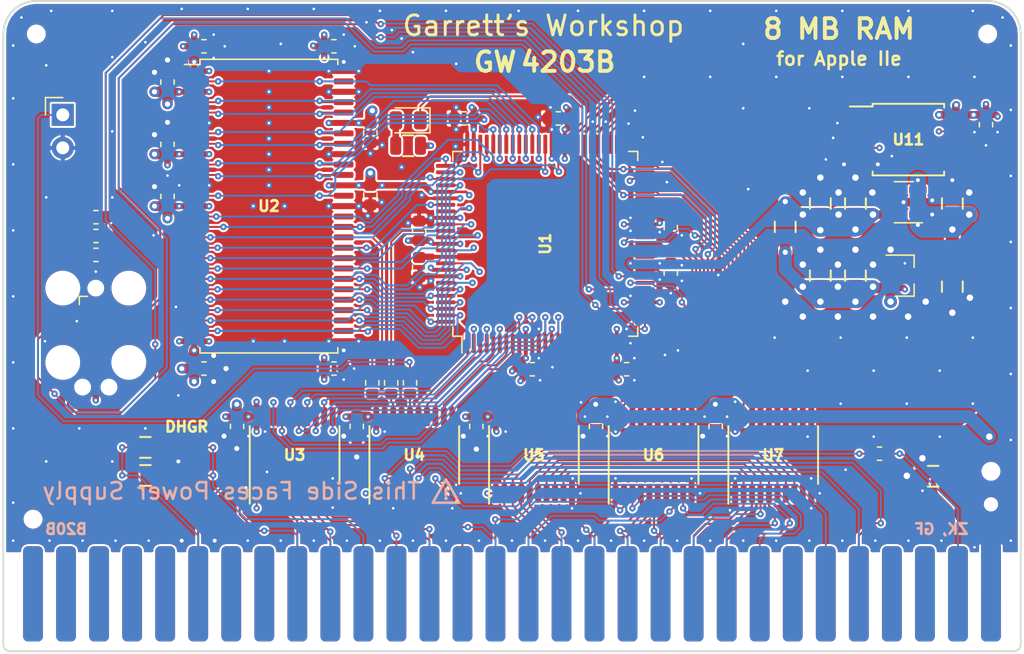
<source format=kicad_pcb>
(kicad_pcb (version 20171130) (host pcbnew "(5.1.10-1-10_14)")

  (general
    (thickness 1.6)
    (drawings 24)
    (tracks 2043)
    (zones 0)
    (modules 64)
    (nets 153)
  )

  (page A4)
  (title_block
    (title "GW4203B (RAM2E II) - LCMXO256 / LCMXO640")
    (date 2021-05-30)
    (rev 2.0)
    (company "Garrett's Workshop")
  )

  (layers
    (0 F.Cu signal)
    (1 In1.Cu signal)
    (2 In2.Cu signal)
    (31 B.Cu signal)
    (32 B.Adhes user)
    (33 F.Adhes user)
    (34 B.Paste user)
    (35 F.Paste user)
    (36 B.SilkS user)
    (37 F.SilkS user)
    (38 B.Mask user)
    (39 F.Mask user)
    (40 Dwgs.User user)
    (41 Cmts.User user)
    (42 Eco1.User user)
    (43 Eco2.User user)
    (44 Edge.Cuts user)
    (45 Margin user)
    (46 B.CrtYd user)
    (47 F.CrtYd user)
    (48 B.Fab user)
    (49 F.Fab user)
  )

  (setup
    (last_trace_width 0.15)
    (user_trace_width 0.2)
    (user_trace_width 0.25)
    (user_trace_width 0.3)
    (user_trace_width 0.35)
    (user_trace_width 0.4)
    (user_trace_width 0.45)
    (user_trace_width 0.5)
    (user_trace_width 0.6)
    (user_trace_width 0.65)
    (user_trace_width 0.8)
    (user_trace_width 1)
    (user_trace_width 1.27)
    (user_trace_width 1.524)
    (trace_clearance 0.15)
    (zone_clearance 0.1524)
    (zone_45_only no)
    (trace_min 0.15)
    (via_size 0.5)
    (via_drill 0.2)
    (via_min_size 0.5)
    (via_min_drill 0.2)
    (user_via 0.6 0.3)
    (user_via 0.8 0.4)
    (user_via 1 0.5)
    (user_via 1.524 0.762)
    (uvia_size 0.3)
    (uvia_drill 0.1)
    (uvias_allowed no)
    (uvia_min_size 0.2)
    (uvia_min_drill 0.1)
    (edge_width 0.15)
    (segment_width 0.1524)
    (pcb_text_width 0.3)
    (pcb_text_size 1.5 1.5)
    (mod_edge_width 0.15)
    (mod_text_size 1 1)
    (mod_text_width 0.15)
    (pad_size 1.475 0.3)
    (pad_drill 0)
    (pad_to_mask_clearance 0.05)
    (solder_mask_min_width 0.1)
    (pad_to_paste_clearance -0.0381)
    (aux_axis_origin 0 0)
    (visible_elements FFFFFF7F)
    (pcbplotparams
      (layerselection 0x010f8_ffffffff)
      (usegerberextensions true)
      (usegerberattributes false)
      (usegerberadvancedattributes false)
      (creategerberjobfile false)
      (excludeedgelayer true)
      (linewidth 0.100000)
      (plotframeref false)
      (viasonmask false)
      (mode 1)
      (useauxorigin false)
      (hpglpennumber 1)
      (hpglpenspeed 20)
      (hpglpendiameter 15.000000)
      (psnegative false)
      (psa4output false)
      (plotreference true)
      (plotvalue true)
      (plotinvisibletext false)
      (padsonsilk false)
      (subtractmaskfromsilk true)
      (outputformat 1)
      (mirror false)
      (drillshape 0)
      (scaleselection 1)
      (outputdirectory "gerber/"))
  )

  (net 0 "")
  (net 1 +5V)
  (net 2 GND)
  (net 3 /Vid7M)
  (net 4 /~SYNC~)
  (net 5 /~PRAS~)
  (net 6 /VC)
  (net 7 /~C07X~)
  (net 8 /~WNDW~)
  (net 9 /SEGA)
  (net 10 /ROMEN1)
  (net 11 /ROMEN2)
  (net 12 /MD7)
  (net 13 /MD6)
  (net 14 /MD5)
  (net 15 /MD4)
  (net 16 /PHI0)
  (net 17 /~CLRGAT~)
  (net 18 /~80VID~)
  (net 19 /~PCAS~)
  (net 20 /~LDPS~)
  (net 21 /R~W~80)
  (net 22 /PHI1)
  (net 23 /~CASEN~)
  (net 24 /MD3)
  (net 25 /MD2)
  (net 26 /MD1)
  (net 27 /MD0)
  (net 28 /H0)
  (net 29 /AN3)
  (net 30 /~EN80~)
  (net 31 /~ALTVID~)
  (net 32 /~SEROUT~)
  (net 33 /~ENVID~)
  (net 34 /R~W~)
  (net 35 /Q3)
  (net 36 /SEGB)
  (net 37 /~RA9~)
  (net 38 /~RA10~)
  (net 39 /GR)
  (net 40 /~ENTMG~)
  (net 41 /MA6)
  (net 42 /MA5)
  (net 43 /MA4)
  (net 44 /MA3)
  (net 45 /MA2)
  (net 46 /MA1)
  (net 47 /MA0)
  (net 48 /MA7)
  (net 49 /C7M)
  (net 50 /C14M)
  (net 51 /C3M58)
  (net 52 /VD0)
  (net 53 /VD1)
  (net 54 /VD2)
  (net 55 /VD3)
  (net 56 /VD4)
  (net 57 /VD5)
  (net 58 /VD6)
  (net 59 /VD7)
  (net 60 +3V3)
  (net 61 /TDI)
  (net 62 "Net-(J2-Pad8)")
  (net 63 /TMS)
  (net 64 /TDO)
  (net 65 /TCK)
  (net 66 /RD5)
  (net 67 /RD4)
  (net 68 /RD3)
  (net 69 /RD2)
  (net 70 /RD7)
  (net 71 /RD6)
  (net 72 /RD0)
  (net 73 /RD1)
  (net 74 /DQMH)
  (net 75 /~WE~)
  (net 76 /~CAS~)
  (net 77 /CKE)
  (net 78 /~RAS~)
  (net 79 /BA0)
  (net 80 /RA11)
  (net 81 /~CS~)
  (net 82 /BA1)
  (net 83 /RA9)
  (net 84 /RA10)
  (net 85 /RA8)
  (net 86 /RA0)
  (net 87 /RA7)
  (net 88 /RA1)
  (net 89 /RA6)
  (net 90 /RA4)
  (net 91 /RA3)
  (net 92 /~EN80~in)
  (net 93 /RA5)
  (net 94 /RA2)
  (net 95 /R~W~80in)
  (net 96 /Ain5)
  (net 97 /PHI1in)
  (net 98 /Ain6)
  (net 99 /DQML)
  (net 100 /~C07X~in)
  (net 101 /R~W~in)
  (net 102 /Ain0)
  (net 103 /Ain1)
  (net 104 /Ain2)
  (net 105 /Ain3)
  (net 106 /Ain4)
  (net 107 /Ain7)
  (net 108 /Din0)
  (net 109 /Din1)
  (net 110 /Din2)
  (net 111 /Din3)
  (net 112 /Din4)
  (net 113 /Din5)
  (net 114 /Din6)
  (net 115 /Din7)
  (net 116 /V~OE~)
  (net 117 /Vout7)
  (net 118 /Vout6)
  (net 119 /Vout5)
  (net 120 /Vout4)
  (net 121 /Vout3)
  (net 122 /Vout2)
  (net 123 /Vout1)
  (net 124 /Vout0)
  (net 125 /D~OE~)
  (net 126 /Dout0)
  (net 127 /Dout1)
  (net 128 /Dout2)
  (net 129 /Dout3)
  (net 130 /Dout4)
  (net 131 /Dout5)
  (net 132 /Dout6)
  (net 133 /Dout7)
  (net 134 /RCLK)
  (net 135 /ACLK)
  (net 136 "Net-(U4-Pad17)")
  (net 137 /~FRCTXT~)
  (net 138 "Net-(U9-Pad4)")
  (net 139 /C14MB)
  (net 140 "Net-(R3-Pad2)")
  (net 141 /C14MR)
  (net 142 +1V2)
  (net 143 /SCK)
  (net 144 /MOSI)
  (net 145 /MISO)
  (net 146 /S~CS~)
  (net 147 "Net-(J2-Pad10)")
  (net 148 "Net-(J2-Pad9)")
  (net 149 "Net-(R4-Pad2)")
  (net 150 /TCKr)
  (net 151 /LED)
  (net 152 "Net-(D1-Pad2)")

  (net_class Default "This is the default net class."
    (clearance 0.15)
    (trace_width 0.15)
    (via_dia 0.5)
    (via_drill 0.2)
    (uvia_dia 0.3)
    (uvia_drill 0.1)
    (add_net +1V2)
    (add_net +3V3)
    (add_net +5V)
    (add_net /ACLK)
    (add_net /AN3)
    (add_net /Ain0)
    (add_net /Ain1)
    (add_net /Ain2)
    (add_net /Ain3)
    (add_net /Ain4)
    (add_net /Ain5)
    (add_net /Ain6)
    (add_net /Ain7)
    (add_net /BA0)
    (add_net /BA1)
    (add_net /C14M)
    (add_net /C14MB)
    (add_net /C14MR)
    (add_net /C3M58)
    (add_net /C7M)
    (add_net /CKE)
    (add_net /DQMH)
    (add_net /DQML)
    (add_net /Din0)
    (add_net /Din1)
    (add_net /Din2)
    (add_net /Din3)
    (add_net /Din4)
    (add_net /Din5)
    (add_net /Din6)
    (add_net /Din7)
    (add_net /Dout0)
    (add_net /Dout1)
    (add_net /Dout2)
    (add_net /Dout3)
    (add_net /Dout4)
    (add_net /Dout5)
    (add_net /Dout6)
    (add_net /Dout7)
    (add_net /D~OE~)
    (add_net /GR)
    (add_net /H0)
    (add_net /LED)
    (add_net /MA0)
    (add_net /MA1)
    (add_net /MA2)
    (add_net /MA3)
    (add_net /MA4)
    (add_net /MA5)
    (add_net /MA6)
    (add_net /MA7)
    (add_net /MD0)
    (add_net /MD1)
    (add_net /MD2)
    (add_net /MD3)
    (add_net /MD4)
    (add_net /MD5)
    (add_net /MD6)
    (add_net /MD7)
    (add_net /MISO)
    (add_net /MOSI)
    (add_net /PHI0)
    (add_net /PHI1)
    (add_net /PHI1in)
    (add_net /Q3)
    (add_net /RA0)
    (add_net /RA1)
    (add_net /RA10)
    (add_net /RA11)
    (add_net /RA2)
    (add_net /RA3)
    (add_net /RA4)
    (add_net /RA5)
    (add_net /RA6)
    (add_net /RA7)
    (add_net /RA8)
    (add_net /RA9)
    (add_net /RCLK)
    (add_net /RD0)
    (add_net /RD1)
    (add_net /RD2)
    (add_net /RD3)
    (add_net /RD4)
    (add_net /RD5)
    (add_net /RD6)
    (add_net /RD7)
    (add_net /ROMEN1)
    (add_net /ROMEN2)
    (add_net /R~W~)
    (add_net /R~W~80)
    (add_net /R~W~80in)
    (add_net /R~W~in)
    (add_net /SCK)
    (add_net /SEGA)
    (add_net /SEGB)
    (add_net /S~CS~)
    (add_net /TCK)
    (add_net /TCKr)
    (add_net /TDI)
    (add_net /TDO)
    (add_net /TMS)
    (add_net /VC)
    (add_net /VD0)
    (add_net /VD1)
    (add_net /VD2)
    (add_net /VD3)
    (add_net /VD4)
    (add_net /VD5)
    (add_net /VD6)
    (add_net /VD7)
    (add_net /Vid7M)
    (add_net /Vout0)
    (add_net /Vout1)
    (add_net /Vout2)
    (add_net /Vout3)
    (add_net /Vout4)
    (add_net /Vout5)
    (add_net /Vout6)
    (add_net /Vout7)
    (add_net /V~OE~)
    (add_net /~80VID~)
    (add_net /~ALTVID~)
    (add_net /~C07X~)
    (add_net /~C07X~in)
    (add_net /~CASEN~)
    (add_net /~CAS~)
    (add_net /~CLRGAT~)
    (add_net /~CS~)
    (add_net /~EN80~)
    (add_net /~EN80~in)
    (add_net /~ENTMG~)
    (add_net /~ENVID~)
    (add_net /~FRCTXT~)
    (add_net /~LDPS~)
    (add_net /~PCAS~)
    (add_net /~PRAS~)
    (add_net /~RA10~)
    (add_net /~RA9~)
    (add_net /~RAS~)
    (add_net /~SEROUT~)
    (add_net /~SYNC~)
    (add_net /~WE~)
    (add_net /~WNDW~)
    (add_net GND)
    (add_net "Net-(D1-Pad2)")
    (add_net "Net-(J2-Pad10)")
    (add_net "Net-(J2-Pad8)")
    (add_net "Net-(J2-Pad9)")
    (add_net "Net-(R3-Pad2)")
    (add_net "Net-(R4-Pad2)")
    (add_net "Net-(U4-Pad17)")
    (add_net "Net-(U9-Pad4)")
  )

  (module stdpads:R_0805 (layer F.Cu) (tedit 5F027DD1) (tstamp 5F5D9271)
    (at 258.5 107.05 90)
    (tags resistor)
    (path /5FA85B84)
    (solder_mask_margin 0.05)
    (solder_paste_margin -0.025)
    (attr smd)
    (fp_text reference R1 (at 0 0 90) (layer F.Fab)
      (effects (font (size 0.254 0.254) (thickness 0.0635)))
    )
    (fp_text value "0 " (at 0 0.35 90) (layer F.Fab)
      (effects (font (size 0.254 0.254) (thickness 0.0635)))
    )
    (fp_text user %R (at 0 0 270) (layer F.SilkS) hide
      (effects (font (size 0.254 0.254) (thickness 0.0635)))
    )
    (fp_line (start -1 0.625) (end -1 -0.625) (layer F.Fab) (width 0.1))
    (fp_line (start -1 -0.625) (end 1 -0.625) (layer F.Fab) (width 0.1))
    (fp_line (start 1 -0.625) (end 1 0.625) (layer F.Fab) (width 0.1))
    (fp_line (start 1 0.625) (end -1 0.625) (layer F.Fab) (width 0.1))
    (fp_line (start -0.4064 -0.8) (end 0.4064 -0.8) (layer F.SilkS) (width 0.1524))
    (fp_line (start -0.4064 0.8) (end 0.4064 0.8) (layer F.SilkS) (width 0.1524))
    (fp_line (start -1.7 1) (end -1.7 -1) (layer F.CrtYd) (width 0.05))
    (fp_line (start -1.7 -1) (end 1.7 -1) (layer F.CrtYd) (width 0.05))
    (fp_line (start 1.7 -1) (end 1.7 1) (layer F.CrtYd) (width 0.05))
    (fp_line (start 1.7 1) (end -1.7 1) (layer F.CrtYd) (width 0.05))
    (pad 2 smd roundrect (at 0.95 0 90) (size 0.85 1.4) (layers F.Cu F.Paste F.Mask) (roundrect_rratio 0.25)
      (net 142 +1V2))
    (pad 1 smd roundrect (at -0.95 0 90) (size 0.85 1.4) (layers F.Cu F.Paste F.Mask) (roundrect_rratio 0.25)
      (net 60 +3V3))
    (model ${KISYS3DMOD}/Resistor_SMD.3dshapes/R_0805_2012Metric.wrl
      (at (xyz 0 0 0))
      (scale (xyz 1 1 1))
      (rotate (xyz 0 0 0))
    )
  )

  (module stdpads:LED_0805 (layer F.Cu) (tedit 602BA8A8) (tstamp 60AB5AD1)
    (at 229.5 98.85 180)
    (descr "LED SMD 0805 (2012 Metric), square (rectangular) end terminal, IPC_7351 nominal, (Body size source: https://docs.google.com/spreadsheets/d/1BsfQQcO9C6DZCsRaXUlFlo91Tg2WpOkGARC1WS5S8t0/edit?usp=sharing), generated with kicad-footprint-generator")
    (tags diode)
    (path /60AD3DB0)
    (attr smd)
    (fp_text reference D1 (at 0 -0.2) (layer F.Fab)
      (effects (font (size 0.254 0.254) (thickness 0.0635)))
    )
    (fp_text value White (at 0 0.2) (layer F.Fab)
      (effects (font (size 0.254 0.254) (thickness 0.0635)))
    )
    (fp_line (start 1.68 0.95) (end -1.68 0.95) (layer F.CrtYd) (width 0.05))
    (fp_line (start 1.68 -0.95) (end 1.68 0.95) (layer F.CrtYd) (width 0.05))
    (fp_line (start -1.68 -0.95) (end 1.68 -0.95) (layer F.CrtYd) (width 0.05))
    (fp_line (start -1.68 0.95) (end -1.68 -0.95) (layer F.CrtYd) (width 0.05))
    (fp_line (start -1.685 0.96) (end 1 0.96) (layer F.SilkS) (width 0.12))
    (fp_line (start -1.685 -0.96) (end -1.685 0.96) (layer F.SilkS) (width 0.12))
    (fp_line (start 1 -0.96) (end -1.685 -0.96) (layer F.SilkS) (width 0.12))
    (fp_line (start 1 0.6) (end 1 -0.6) (layer F.Fab) (width 0.1))
    (fp_line (start -1 0.6) (end 1 0.6) (layer F.Fab) (width 0.1))
    (fp_line (start -1 -0.3) (end -1 0.6) (layer F.Fab) (width 0.1))
    (fp_line (start -0.7 -0.6) (end -1 -0.3) (layer F.Fab) (width 0.1))
    (fp_line (start 1 -0.6) (end -0.7 -0.6) (layer F.Fab) (width 0.1))
    (pad 2 smd roundrect (at 0.9375 0 180) (size 0.975 1.4) (layers F.Cu F.Paste F.Mask) (roundrect_rratio 0.25)
      (net 152 "Net-(D1-Pad2)"))
    (pad 1 smd roundrect (at -0.9375 0 180) (size 0.975 1.4) (layers F.Cu F.Paste F.Mask) (roundrect_rratio 0.25)
      (net 151 /LED))
    (model ${KISYS3DMOD}/LED_SMD.3dshapes/LED_0805_2012Metric.wrl
      (at (xyz 0 0 0))
      (scale (xyz 1 1 1))
      (rotate (xyz 0 0 0))
    )
  )

  (module stdpads:R_0805 (layer F.Cu) (tedit 5F027DD1) (tstamp 60AB5AC1)
    (at 229.5 100.8)
    (tags resistor)
    (path /60AD2464)
    (solder_mask_margin 0.05)
    (solder_paste_margin -0.025)
    (attr smd)
    (fp_text reference R10 (at 0 0) (layer F.Fab)
      (effects (font (size 0.254 0.254) (thickness 0.0635)))
    )
    (fp_text value 180 (at 0 0.35) (layer F.Fab)
      (effects (font (size 0.254 0.254) (thickness 0.0635)))
    )
    (fp_line (start 1.7 1) (end -1.7 1) (layer F.CrtYd) (width 0.05))
    (fp_line (start 1.7 -1) (end 1.7 1) (layer F.CrtYd) (width 0.05))
    (fp_line (start -1.7 -1) (end 1.7 -1) (layer F.CrtYd) (width 0.05))
    (fp_line (start -1.7 1) (end -1.7 -1) (layer F.CrtYd) (width 0.05))
    (fp_line (start -0.4064 0.8) (end 0.4064 0.8) (layer F.SilkS) (width 0.1524))
    (fp_line (start -0.4064 -0.8) (end 0.4064 -0.8) (layer F.SilkS) (width 0.1524))
    (fp_line (start 1 0.625) (end -1 0.625) (layer F.Fab) (width 0.1))
    (fp_line (start 1 -0.625) (end 1 0.625) (layer F.Fab) (width 0.1))
    (fp_line (start -1 -0.625) (end 1 -0.625) (layer F.Fab) (width 0.1))
    (fp_line (start -1 0.625) (end -1 -0.625) (layer F.Fab) (width 0.1))
    (fp_text user %R (at 0 0 180) (layer F.SilkS) hide
      (effects (font (size 0.254 0.254) (thickness 0.0635)))
    )
    (pad 2 smd roundrect (at 0.95 0) (size 0.85 1.4) (layers F.Cu F.Paste F.Mask) (roundrect_rratio 0.25)
      (net 60 +3V3))
    (pad 1 smd roundrect (at -0.95 0) (size 0.85 1.4) (layers F.Cu F.Paste F.Mask) (roundrect_rratio 0.25)
      (net 152 "Net-(D1-Pad2)"))
    (model ${KISYS3DMOD}/Resistor_SMD.3dshapes/R_0805_2012Metric.wrl
      (at (xyz 0 0 0))
      (scale (xyz 1 1 1))
      (rotate (xyz 0 0 0))
    )
  )

  (module stdpads:TC2050 (layer F.Cu) (tedit 5F1BC96E) (tstamp 5E8E90DE)
    (at 205.486 115.57 270)
    (descr "Tag-Connect programming header; http://www.tag-connect.com/Materials/TC2050-IDC-430%20Datasheet.pdf")
    (tags "tag connect programming header pogo pins")
    (path /5EC5BECD)
    (attr virtual)
    (fp_text reference J2 (at 0 0 90) (layer F.Fab)
      (effects (font (size 0.508 0.508) (thickness 0.127)))
    )
    (fp_text value JTAG (at 0 0.635 90) (layer F.Fab)
      (effects (font (size 0.381 0.381) (thickness 0.09525)))
    )
    (fp_line (start -2.921 1.016) (end -2.921 -1.016) (layer F.Fab) (width 0.12))
    (fp_line (start 2.921 1.016) (end -2.921 1.016) (layer F.Fab) (width 0.12))
    (fp_line (start 2.921 -1.016) (end 2.921 1.016) (layer F.Fab) (width 0.12))
    (fp_line (start -2.921 -1.016) (end 2.921 -1.016) (layer F.Fab) (width 0.12))
    (fp_line (start 1.27 0.635) (end 2.54 -0.635) (layer Dwgs.User) (width 0.1))
    (fp_line (start 0.635 0.635) (end 1.905 -0.635) (layer Dwgs.User) (width 0.1))
    (fp_line (start 0 0.635) (end 1.27 -0.635) (layer Dwgs.User) (width 0.1))
    (fp_line (start -0.635 0.635) (end 0.635 -0.635) (layer Dwgs.User) (width 0.1))
    (fp_line (start 1.905 0.635) (end 2.54 0) (layer Dwgs.User) (width 0.1))
    (fp_line (start -1.27 0.635) (end 0 -0.635) (layer Dwgs.User) (width 0.1))
    (fp_line (start -1.905 0.635) (end -0.635 -0.635) (layer Dwgs.User) (width 0.1))
    (fp_line (start -2.54 0) (end -1.905 -0.635) (layer Dwgs.User) (width 0.1))
    (fp_line (start -2.54 0.635) (end -1.27 -0.635) (layer Dwgs.User) (width 0.1))
    (fp_line (start -2.54 -0.635) (end 2.54 -0.635) (layer Dwgs.User) (width 0.1))
    (fp_line (start 2.54 -0.635) (end 2.54 0.635) (layer Dwgs.User) (width 0.1))
    (fp_line (start 2.54 0.635) (end -2.54 0.635) (layer Dwgs.User) (width 0.1))
    (fp_line (start -2.54 0.635) (end -2.54 -0.635) (layer Dwgs.User) (width 0.1))
    (fp_line (start -5.5 -4.25) (end 4.75 -4.25) (layer F.CrtYd) (width 0.05))
    (fp_line (start 4.75 -4.25) (end 4.75 4.25) (layer F.CrtYd) (width 0.05))
    (fp_line (start 4.75 4.25) (end -5.5 4.25) (layer F.CrtYd) (width 0.05))
    (fp_line (start -5.5 4.25) (end -5.5 -4.25) (layer F.CrtYd) (width 0.05))
    (fp_line (start -2.54 1.27) (end -3.175 1.27) (layer F.SilkS) (width 0.12))
    (fp_line (start -3.175 1.27) (end -3.175 0.635) (layer F.SilkS) (width 0.12))
    (fp_text user KEEPOUT (at 0 0 90) (layer Cmts.User)
      (effects (font (size 0.4 0.4) (thickness 0.07)))
    )
    (pad "" np_thru_hole circle (at 1.905 -2.54 270) (size 2.3749 2.3749) (drill 2.3749) (layers *.Cu *.Mask))
    (pad "" np_thru_hole circle (at 1.905 2.54 270) (size 2.3749 2.3749) (drill 2.3749) (layers *.Cu *.Mask))
    (pad "" np_thru_hole circle (at -3.81 2.54 270) (size 2.3749 2.3749) (drill 2.3749) (layers *.Cu *.Mask))
    (pad "" np_thru_hole circle (at -3.81 -2.54 270) (size 2.3749 2.3749) (drill 2.3749) (layers *.Cu *.Mask))
    (pad 10 connect circle (at -2.54 -0.635 270) (size 0.7874 0.7874) (layers F.Cu F.Mask)
      (net 147 "Net-(J2-Pad10)"))
    (pad 9 connect circle (at -1.27 -0.635 270) (size 0.7874 0.7874) (layers F.Cu F.Mask)
      (net 148 "Net-(J2-Pad9)"))
    (pad 8 connect circle (at 0 -0.635 270) (size 0.7874 0.7874) (layers F.Cu F.Mask)
      (net 62 "Net-(J2-Pad8)"))
    (pad 7 connect circle (at 1.27 -0.635 270) (size 0.7874 0.7874) (layers F.Cu F.Mask)
      (net 64 /TDO))
    (pad 6 connect circle (at 2.54 -0.635 270) (size 0.7874 0.7874) (layers F.Cu F.Mask)
      (net 60 +3V3))
    (pad 5 connect circle (at 2.54 0.635 270) (size 0.7874 0.7874) (layers F.Cu F.Mask)
      (net 61 /TDI))
    (pad 4 connect circle (at 1.27 0.635 270) (size 0.7874 0.7874) (layers F.Cu F.Mask)
      (net 2 GND))
    (pad 3 connect circle (at 0 0.635 270) (size 0.7874 0.7874) (layers F.Cu F.Mask)
      (net 63 /TMS))
    (pad 2 connect circle (at -1.27 0.635 270) (size 0.7874 0.7874) (layers F.Cu F.Mask)
      (net 2 GND))
    (pad 1 connect circle (at -2.54 0.635 270) (size 0.7874 0.7874) (layers F.Cu F.Mask)
      (net 65 /TCK))
    (pad "" np_thru_hole circle (at -3.81 0 270) (size 0.9906 0.9906) (drill 0.9906) (layers *.Cu *.Mask))
    (pad "" np_thru_hole circle (at 3.81 1.016 270) (size 0.9906 0.9906) (drill 0.9906) (layers *.Cu *.Mask))
    (pad "" np_thru_hole circle (at 3.81 -1.016 270) (size 0.9906 0.9906) (drill 0.9906) (layers *.Cu *.Mask))
  )

  (module stdpads:C_0603 (layer F.Cu) (tedit 5EE29C36) (tstamp 5E7137A0)
    (at 234.75 122.4 270)
    (tags capacitor)
    (path /5FDCD964)
    (solder_mask_margin 0.05)
    (solder_paste_margin -0.04)
    (attr smd)
    (fp_text reference C9 (at 0 0 90) (layer F.Fab)
      (effects (font (size 0.254 0.254) (thickness 0.0635)))
    )
    (fp_text value 2u2 (at 0 0.25 90) (layer F.Fab)
      (effects (font (size 0.127 0.127) (thickness 0.03175)))
    )
    (fp_line (start 1.4 0.7) (end -1.4 0.7) (layer F.CrtYd) (width 0.05))
    (fp_line (start 1.4 -0.7) (end 1.4 0.7) (layer F.CrtYd) (width 0.05))
    (fp_line (start -1.4 -0.7) (end 1.4 -0.7) (layer F.CrtYd) (width 0.05))
    (fp_line (start -1.4 0.7) (end -1.4 -0.7) (layer F.CrtYd) (width 0.05))
    (fp_line (start -0.162779 0.51) (end 0.162779 0.51) (layer F.SilkS) (width 0.12))
    (fp_line (start -0.162779 -0.51) (end 0.162779 -0.51) (layer F.SilkS) (width 0.12))
    (fp_line (start 0.8 0.4) (end -0.8 0.4) (layer F.Fab) (width 0.1))
    (fp_line (start 0.8 -0.4) (end 0.8 0.4) (layer F.Fab) (width 0.1))
    (fp_line (start -0.8 -0.4) (end 0.8 -0.4) (layer F.Fab) (width 0.1))
    (fp_line (start -0.8 0.4) (end -0.8 -0.4) (layer F.Fab) (width 0.1))
    (fp_text user %R (at 0 0 90) (layer F.SilkS) hide
      (effects (font (size 0.254 0.254) (thickness 0.0635)))
    )
    (pad 2 smd roundrect (at 0.75 0 270) (size 0.85 0.95) (layers F.Cu F.Paste F.Mask) (roundrect_rratio 0.25)
      (net 2 GND))
    (pad 1 smd roundrect (at -0.75 0 270) (size 0.85 0.95) (layers F.Cu F.Paste F.Mask) (roundrect_rratio 0.25)
      (net 60 +3V3))
  )

  (module stdpads:SOT-23-5 (layer F.Cu) (tedit 5F627B8F) (tstamp 5F5BBF24)
    (at 267.65 105.15)
    (tags SOT-23-5)
    (path /5F6DD402)
    (solder_mask_margin 0.05)
    (solder_paste_margin -0.05)
    (attr smd)
    (fp_text reference U9 (at 0 0 270) (layer F.Fab)
      (effects (font (size 0.381 0.381) (thickness 0.09525)))
    )
    (fp_text value AP2127K-1.2TRG1 (at -0.4 0 270) (layer F.Fab)
      (effects (font (size 0.127 0.127) (thickness 0.03175)))
    )
    (fp_line (start 0.7 0.95) (end 0.7 -1.5) (layer F.Fab) (width 0.1))
    (fp_line (start 0.15 1.52) (end -0.7 1.52) (layer F.Fab) (width 0.1))
    (fp_line (start 0.7 0.95) (end 0.15 1.52) (layer F.Fab) (width 0.1))
    (fp_line (start -0.7 1.52) (end -0.7 -1.52) (layer F.Fab) (width 0.1))
    (fp_line (start 0.7 -1.52) (end -0.7 -1.52) (layer F.Fab) (width 0.1))
    (fp_line (start 2 1.8) (end -2 1.8) (layer F.CrtYd) (width 0.05))
    (fp_line (start -2 1.8) (end -2 -1.8) (layer F.CrtYd) (width 0.05))
    (fp_line (start -2 -1.8) (end 2 -1.8) (layer F.CrtYd) (width 0.05))
    (fp_line (start 2 -1.8) (end 2 1.8) (layer F.CrtYd) (width 0.05))
    (fp_line (start -0.76 1.58) (end 1.4 1.58) (layer F.SilkS) (width 0.12))
    (fp_line (start -0.76 -1.58) (end 0.7 -1.58) (layer F.SilkS) (width 0.12))
    (pad 1 smd roundrect (at 1.05 0.95 180) (size 1.35 0.65) (layers F.Cu F.Paste F.Mask) (roundrect_rratio 0.25)
      (net 1 +5V))
    (pad 3 smd roundrect (at 1.05 -0.95 180) (size 1.35 0.65) (layers F.Cu F.Paste F.Mask) (roundrect_rratio 0.25)
      (net 1 +5V))
    (pad 2 smd roundrect (at 1.05 0 180) (size 1.35 0.65) (layers F.Cu F.Paste F.Mask) (roundrect_rratio 0.25)
      (net 2 GND))
    (pad 5 smd roundrect (at -1.05 0.95 180) (size 1.35 0.65) (layers F.Cu F.Paste F.Mask) (roundrect_rratio 0.25)
      (net 142 +1V2))
    (pad 4 smd roundrect (at -1.05 -0.95 180) (size 1.35 0.65) (layers F.Cu F.Paste F.Mask) (roundrect_rratio 0.25)
      (net 138 "Net-(U9-Pad4)"))
  )

  (module stdpads:TQFP-100_14x14mm_P0.5mm (layer F.Cu) (tedit 60929621) (tstamp 6092B2D0)
    (at 240.05 108.35)
    (descr "TQFP, 100 Pin (http://www.microsemi.com/index.php?option=com_docman&task=doc_download&gid=131095), generated with kicad-footprint-generator ipc_gullwing_generator.py")
    (tags "TQFP QFP")
    (path /627ADA3D)
    (solder_mask_margin 0.024)
    (solder_paste_margin -0.035)
    (attr smd)
    (fp_text reference U1 (at 0 0 90) (layer F.Fab)
      (effects (font (size 0.8128 0.8128) (thickness 0.2032)))
    )
    (fp_text value LCMXO256-TN100 (at 1.05 0 90) (layer F.Fab)
      (effects (font (size 0.508 0.508) (thickness 0.127)))
    )
    (fp_line (start 6.4 -8.65) (end 0 -8.65) (layer F.CrtYd) (width 0.05))
    (fp_line (start 6.4 -7.25) (end 6.4 -8.65) (layer F.CrtYd) (width 0.05))
    (fp_line (start 7.25 -7.25) (end 6.4 -7.25) (layer F.CrtYd) (width 0.05))
    (fp_line (start 7.25 -6.4) (end 7.25 -7.25) (layer F.CrtYd) (width 0.05))
    (fp_line (start 8.65 -6.4) (end 7.25 -6.4) (layer F.CrtYd) (width 0.05))
    (fp_line (start 8.65 0) (end 8.65 -6.4) (layer F.CrtYd) (width 0.05))
    (fp_line (start 6.4 8.65) (end 0 8.65) (layer F.CrtYd) (width 0.05))
    (fp_line (start 6.4 7.25) (end 6.4 8.65) (layer F.CrtYd) (width 0.05))
    (fp_line (start 7.25 7.25) (end 6.4 7.25) (layer F.CrtYd) (width 0.05))
    (fp_line (start 7.25 6.4) (end 7.25 7.25) (layer F.CrtYd) (width 0.05))
    (fp_line (start 8.65 6.4) (end 7.25 6.4) (layer F.CrtYd) (width 0.05))
    (fp_line (start 8.65 0) (end 8.65 6.4) (layer F.CrtYd) (width 0.05))
    (fp_line (start -6.4 -8.65) (end 0 -8.65) (layer F.CrtYd) (width 0.05))
    (fp_line (start -6.4 -7.25) (end -6.4 -8.65) (layer F.CrtYd) (width 0.05))
    (fp_line (start -7.25 -7.25) (end -6.4 -7.25) (layer F.CrtYd) (width 0.05))
    (fp_line (start -7.25 -6.4) (end -7.25 -7.25) (layer F.CrtYd) (width 0.05))
    (fp_line (start -8.65 -6.4) (end -7.25 -6.4) (layer F.CrtYd) (width 0.05))
    (fp_line (start -8.65 0) (end -8.65 -6.4) (layer F.CrtYd) (width 0.05))
    (fp_line (start -6.4 8.65) (end 0 8.65) (layer F.CrtYd) (width 0.05))
    (fp_line (start -6.4 7.25) (end -6.4 8.65) (layer F.CrtYd) (width 0.05))
    (fp_line (start -7.25 7.25) (end -6.4 7.25) (layer F.CrtYd) (width 0.05))
    (fp_line (start -7.25 6.4) (end -7.25 7.25) (layer F.CrtYd) (width 0.05))
    (fp_line (start -8.65 6.4) (end -7.25 6.4) (layer F.CrtYd) (width 0.05))
    (fp_line (start -8.65 0) (end -8.65 6.4) (layer F.CrtYd) (width 0.05))
    (fp_line (start -6 7) (end -7 6) (layer F.Fab) (width 0.1))
    (fp_line (start 7 7) (end -6 7) (layer F.Fab) (width 0.1))
    (fp_line (start 7 -7) (end 7 7) (layer F.Fab) (width 0.1))
    (fp_line (start -7 -7) (end 7 -7) (layer F.Fab) (width 0.1))
    (fp_line (start -7 6) (end -7 -7) (layer F.Fab) (width 0.1))
    (fp_line (start -6.41 7.11) (end -6.41 8.4) (layer F.SilkS) (width 0.12))
    (fp_line (start -7.11 7.11) (end -6.41 7.11) (layer F.SilkS) (width 0.12))
    (fp_line (start -7.11 6.41) (end -7.11 7.11) (layer F.SilkS) (width 0.12))
    (fp_line (start -7.11 -7.11) (end -6.41 -7.11) (layer F.SilkS) (width 0.12))
    (fp_line (start -7.11 -6.41) (end -7.11 -7.11) (layer F.SilkS) (width 0.12))
    (fp_line (start 7.11 7.11) (end 6.41 7.11) (layer F.SilkS) (width 0.12))
    (fp_line (start 7.11 6.41) (end 7.11 7.11) (layer F.SilkS) (width 0.12))
    (fp_line (start 7.11 -7.11) (end 6.41 -7.11) (layer F.SilkS) (width 0.12))
    (fp_line (start 7.11 -6.41) (end 7.11 -7.11) (layer F.SilkS) (width 0.12))
    (fp_text user %R (at 0 0 90) (layer F.SilkS)
      (effects (font (size 0.8128 0.8128) (thickness 0.2032)))
    )
    (pad 100 smd roundrect (at -7.6625 6 90) (size 0.3 1.475) (layers F.Cu F.Paste F.Mask) (roundrect_rratio 0.25)
      (net 87 /RA7))
    (pad 99 smd roundrect (at -7.6625 5.5 90) (size 0.3 1.475) (layers F.Cu F.Paste F.Mask) (roundrect_rratio 0.25)
      (net 90 /RA4))
    (pad 98 smd roundrect (at -7.6625 5 90) (size 0.3 1.475) (layers F.Cu F.Paste F.Mask) (roundrect_rratio 0.25)
      (net 86 /RA0))
    (pad 97 smd roundrect (at -7.6625 4.5 90) (size 0.3 1.475) (layers F.Cu F.Paste F.Mask) (roundrect_rratio 0.25)
      (net 91 /RA3))
    (pad 96 smd roundrect (at -7.6625 4 90) (size 0.3 1.475) (layers F.Cu F.Paste F.Mask) (roundrect_rratio 0.25)
      (net 85 /RA8))
    (pad 95 smd roundrect (at -7.6625 3.5 90) (size 0.3 1.475) (layers F.Cu F.Paste F.Mask) (roundrect_rratio 0.25)
      (net 93 /RA5))
    (pad 94 smd roundrect (at -7.6625 3 90) (size 0.3 1.475) (layers F.Cu F.Paste F.Mask) (roundrect_rratio 0.25)
      (net 94 /RA2))
    (pad 93 smd roundrect (at -7.6625 2.5 90) (size 0.3 1.475) (layers F.Cu F.Paste F.Mask) (roundrect_rratio 0.25)
      (net 2 GND))
    (pad 92 smd roundrect (at -7.6625 2 90) (size 0.3 1.475) (layers F.Cu F.Paste F.Mask) (roundrect_rratio 0.25)
      (net 60 +3V3))
    (pad 91 smd roundrect (at -7.6625 1.5 90) (size 0.3 1.475) (layers F.Cu F.Paste F.Mask) (roundrect_rratio 0.25)
      (net 89 /RA6))
    (pad 90 smd roundrect (at -7.6625 1 90) (size 0.3 1.475) (layers F.Cu F.Paste F.Mask) (roundrect_rratio 0.25)
      (net 142 +1V2))
    (pad 89 smd roundrect (at -7.6625 0.5 90) (size 0.3 1.475) (layers F.Cu F.Paste F.Mask) (roundrect_rratio 0.25)
      (net 88 /RA1))
    (pad 88 smd roundrect (at -7.6625 0 90) (size 0.3 1.475) (layers F.Cu F.Paste F.Mask) (roundrect_rratio 0.25)
      (net 60 +3V3))
    (pad 87 smd roundrect (at -7.6625 -0.5 90) (size 0.3 1.475) (layers F.Cu F.Paste F.Mask) (roundrect_rratio 0.25)
      (net 84 /RA10))
    (pad 86 smd roundrect (at -7.6625 -1 90) (size 0.3 1.475) (layers F.Cu F.Paste F.Mask) (roundrect_rratio 0.25)
      (net 135 /ACLK))
    (pad 85 smd roundrect (at -7.6625 -1.5 90) (size 0.3 1.475) (layers F.Cu F.Paste F.Mask) (roundrect_rratio 0.25)
      (net 83 /RA9))
    (pad 84 smd roundrect (at -7.6625 -2 90) (size 0.3 1.475) (layers F.Cu F.Paste F.Mask) (roundrect_rratio 0.25)
      (net 2 GND))
    (pad 83 smd roundrect (at -7.6625 -2.5 90) (size 0.3 1.475) (layers F.Cu F.Paste F.Mask) (roundrect_rratio 0.25)
      (net 82 /BA1))
    (pad 82 smd roundrect (at -7.6625 -3 90) (size 0.3 1.475) (layers F.Cu F.Paste F.Mask) (roundrect_rratio 0.25)
      (net 77 /CKE))
    (pad 81 smd roundrect (at -7.6625 -3.5 90) (size 0.3 1.475) (layers F.Cu F.Paste F.Mask) (roundrect_rratio 0.25)
      (net 2 GND))
    (pad 80 smd roundrect (at -7.6625 -4 90) (size 0.3 1.475) (layers F.Cu F.Paste F.Mask) (roundrect_rratio 0.25)
      (net 60 +3V3))
    (pad 79 smd roundrect (at -7.6625 -4.5 90) (size 0.3 1.475) (layers F.Cu F.Paste F.Mask) (roundrect_rratio 0.25)
      (net 80 /RA11))
    (pad 78 smd roundrect (at -7.6625 -5 90) (size 0.3 1.475) (layers F.Cu F.Paste F.Mask) (roundrect_rratio 0.25)
      (net 75 /~WE~))
    (pad 77 smd roundrect (at -7.6625 -5.5 90) (size 0.3 1.475) (layers F.Cu F.Paste F.Mask) (roundrect_rratio 0.25)
      (net 81 /~CS~))
    (pad 76 smd roundrect (at -7.6625 -6 90) (size 0.3 1.475) (layers F.Cu F.Paste F.Mask) (roundrect_rratio 0.25)
      (net 74 /DQMH))
    (pad 75 smd roundrect (at -6 -7.6625 90) (size 1.475 0.3) (layers F.Cu F.Paste F.Mask) (roundrect_rratio 0.25)
      (net 2 GND))
    (pad 74 smd roundrect (at -5.5 -7.6625 90) (size 1.475 0.3) (layers F.Cu F.Paste F.Mask) (roundrect_rratio 0.25)
      (net 60 +3V3))
    (pad 73 smd roundrect (at -5 -7.6625 90) (size 1.475 0.3) (layers F.Cu F.Paste F.Mask) (roundrect_rratio 0.25)
      (net 78 /~RAS~))
    (pad 72 smd roundrect (at -4.5 -7.6625 90) (size 1.475 0.3) (layers F.Cu F.Paste F.Mask) (roundrect_rratio 0.25)
      (net 76 /~CAS~))
    (pad 71 smd roundrect (at -4 -7.6625 90) (size 1.475 0.3) (layers F.Cu F.Paste F.Mask) (roundrect_rratio 0.25)
      (net 70 /RD7))
    (pad 70 smd roundrect (at -3.5 -7.6625 90) (size 1.475 0.3) (layers F.Cu F.Paste F.Mask) (roundrect_rratio 0.25)
      (net 71 /RD6))
    (pad 69 smd roundrect (at -3 -7.6625 90) (size 1.475 0.3) (layers F.Cu F.Paste F.Mask) (roundrect_rratio 0.25)
      (net 66 /RD5))
    (pad 68 smd roundrect (at -2.5 -7.6625 90) (size 1.475 0.3) (layers F.Cu F.Paste F.Mask) (roundrect_rratio 0.25)
      (net 67 /RD4))
    (pad 67 smd roundrect (at -2 -7.6625 90) (size 1.475 0.3) (layers F.Cu F.Paste F.Mask) (roundrect_rratio 0.25)
      (net 68 /RD3))
    (pad 66 smd roundrect (at -1.5 -7.6625 90) (size 1.475 0.3) (layers F.Cu F.Paste F.Mask) (roundrect_rratio 0.25)
      (net 69 /RD2))
    (pad 65 smd roundrect (at -1 -7.6625 90) (size 1.475 0.3) (layers F.Cu F.Paste F.Mask) (roundrect_rratio 0.25)
      (net 73 /RD1))
    (pad 64 smd roundrect (at -0.5 -7.6625 90) (size 1.475 0.3) (layers F.Cu F.Paste F.Mask) (roundrect_rratio 0.25)
      (net 72 /RD0))
    (pad 63 smd roundrect (at 0 -7.6625 90) (size 1.475 0.3) (layers F.Cu F.Paste F.Mask) (roundrect_rratio 0.25)
      (net 79 /BA0))
    (pad 62 smd roundrect (at 0.5 -7.6625 90) (size 1.475 0.3) (layers F.Cu F.Paste F.Mask) (roundrect_rratio 0.25)
      (net 2 GND))
    (pad 61 smd roundrect (at 1 -7.6625 90) (size 1.475 0.3) (layers F.Cu F.Paste F.Mask) (roundrect_rratio 0.25)
      (net 99 /DQML))
    (pad 60 smd roundrect (at 1.5 -7.6625 90) (size 1.475 0.3) (layers F.Cu F.Paste F.Mask) (roundrect_rratio 0.25)
      (net 60 +3V3))
    (pad 59 smd roundrect (at 2 -7.6625 90) (size 1.475 0.3) (layers F.Cu F.Paste F.Mask) (roundrect_rratio 0.25)
      (net 151 /LED))
    (pad 58 smd roundrect (at 2.5 -7.6625 90) (size 1.475 0.3) (layers F.Cu F.Paste F.Mask) (roundrect_rratio 0.25)
      (net 146 /S~CS~))
    (pad 57 smd roundrect (at 3 -7.6625 90) (size 1.475 0.3) (layers F.Cu F.Paste F.Mask) (roundrect_rratio 0.25)
      (net 122 /Vout2))
    (pad 56 smd roundrect (at 3.5 -7.6625 90) (size 1.475 0.3) (layers F.Cu F.Paste F.Mask) (roundrect_rratio 0.25)
      (net 145 /MISO))
    (pad 55 smd roundrect (at 4 -7.6625 90) (size 1.475 0.3) (layers F.Cu F.Paste F.Mask) (roundrect_rratio 0.25)
      (net 124 /Vout0))
    (pad 54 smd roundrect (at 4.5 -7.6625 90) (size 1.475 0.3) (layers F.Cu F.Paste F.Mask) (roundrect_rratio 0.25)
      (net 143 /SCK))
    (pad 53 smd roundrect (at 5 -7.6625 90) (size 1.475 0.3) (layers F.Cu F.Paste F.Mask) (roundrect_rratio 0.25)
      (net 144 /MOSI))
    (pad 52 smd roundrect (at 5.5 -7.6625 90) (size 1.475 0.3) (layers F.Cu F.Paste F.Mask) (roundrect_rratio 0.25)
      (net 133 /Dout7))
    (pad 51 smd roundrect (at 6 -7.6625 90) (size 1.475 0.3) (layers F.Cu F.Paste F.Mask) (roundrect_rratio 0.25)
      (net 132 /Dout6))
    (pad 50 smd roundrect (at 7.6625 -6 90) (size 0.3 1.475) (layers F.Cu F.Paste F.Mask) (roundrect_rratio 0.25)
      (net 126 /Dout0))
    (pad 49 smd roundrect (at 7.6625 -5.5 90) (size 0.3 1.475) (layers F.Cu F.Paste F.Mask) (roundrect_rratio 0.25)
      (net 127 /Dout1))
    (pad 48 smd roundrect (at 7.6625 -5 90) (size 0.3 1.475) (layers F.Cu F.Paste F.Mask) (roundrect_rratio 0.25)
      (net 60 +3V3))
    (pad 47 smd roundrect (at 7.6625 -4.5 90) (size 0.3 1.475) (layers F.Cu F.Paste F.Mask) (roundrect_rratio 0.25)
      (net 129 /Dout3))
    (pad 46 smd roundrect (at 7.6625 -4 90) (size 0.3 1.475) (layers F.Cu F.Paste F.Mask) (roundrect_rratio 0.25)
      (net 128 /Dout2))
    (pad 45 smd roundrect (at 7.6625 -3.5 90) (size 0.3 1.475) (layers F.Cu F.Paste F.Mask) (roundrect_rratio 0.25)
      (net 130 /Dout4))
    (pad 44 smd roundrect (at 7.6625 -3 90) (size 0.3 1.475) (layers F.Cu F.Paste F.Mask) (roundrect_rratio 0.25)
      (net 131 /Dout5))
    (pad 43 smd roundrect (at 7.6625 -2.5 90) (size 0.3 1.475) (layers F.Cu F.Paste F.Mask) (roundrect_rratio 0.25)
      (net 125 /D~OE~))
    (pad 42 smd roundrect (at 7.6625 -2 90) (size 0.3 1.475) (layers F.Cu F.Paste F.Mask) (roundrect_rratio 0.25)
      (net 2 GND))
    (pad 41 smd roundrect (at 7.6625 -1.5 90) (size 0.3 1.475) (layers F.Cu F.Paste F.Mask) (roundrect_rratio 0.25)
      (net 60 +3V3))
    (pad 40 smd roundrect (at 7.6625 -1 90) (size 0.3 1.475) (layers F.Cu F.Paste F.Mask) (roundrect_rratio 0.25)
      (net 2 GND))
    (pad 39 smd roundrect (at 7.6625 -0.5 90) (size 0.3 1.475) (layers F.Cu F.Paste F.Mask) (roundrect_rratio 0.25)
      (net 120 /Vout4))
    (pad 38 smd roundrect (at 7.6625 0 90) (size 0.3 1.475) (layers F.Cu F.Paste F.Mask) (roundrect_rratio 0.25)
      (net 119 /Vout5))
    (pad 37 smd roundrect (at 7.6625 0.5 90) (size 0.3 1.475) (layers F.Cu F.Paste F.Mask) (roundrect_rratio 0.25)
      (net 123 /Vout1))
    (pad 36 smd roundrect (at 7.6625 1 90) (size 0.3 1.475) (layers F.Cu F.Paste F.Mask) (roundrect_rratio 0.25)
      (net 118 /Vout6))
    (pad 35 smd roundrect (at 7.6625 1.5 90) (size 0.3 1.475) (layers F.Cu F.Paste F.Mask) (roundrect_rratio 0.25)
      (net 142 +1V2))
    (pad 34 smd roundrect (at 7.6625 2 90) (size 0.3 1.475) (layers F.Cu F.Paste F.Mask) (roundrect_rratio 0.25)
      (net 121 /Vout3))
    (pad 33 smd roundrect (at 7.6625 2.5 90) (size 0.3 1.475) (layers F.Cu F.Paste F.Mask) (roundrect_rratio 0.25)
      (net 150 /TCKr))
    (pad 32 smd roundrect (at 7.6625 3 90) (size 0.3 1.475) (layers F.Cu F.Paste F.Mask) (roundrect_rratio 0.25)
      (net 117 /Vout7))
    (pad 31 smd roundrect (at 7.6625 3.5 90) (size 0.3 1.475) (layers F.Cu F.Paste F.Mask) (roundrect_rratio 0.25)
      (net 61 /TDI))
    (pad 30 smd roundrect (at 7.6625 4 90) (size 0.3 1.475) (layers F.Cu F.Paste F.Mask) (roundrect_rratio 0.25)
      (net 2 GND))
    (pad 29 smd roundrect (at 7.6625 4.5 90) (size 0.3 1.475) (layers F.Cu F.Paste F.Mask) (roundrect_rratio 0.25)
      (net 60 +3V3))
    (pad 28 smd roundrect (at 7.6625 5 90) (size 0.3 1.475) (layers F.Cu F.Paste F.Mask) (roundrect_rratio 0.25)
      (net 63 /TMS))
    (pad 27 smd roundrect (at 7.6625 5.5 90) (size 0.3 1.475) (layers F.Cu F.Paste F.Mask) (roundrect_rratio 0.25)
      (net 116 /V~OE~))
    (pad 26 smd roundrect (at 7.6625 6 90) (size 0.3 1.475) (layers F.Cu F.Paste F.Mask) (roundrect_rratio 0.25)
      (net 64 /TDO))
    (pad 25 smd roundrect (at 6 7.6625 90) (size 1.475 0.3) (layers F.Cu F.Paste F.Mask) (roundrect_rratio 0.25)
      (net 2 GND))
    (pad 24 smd roundrect (at 5.5 7.6625 90) (size 1.475 0.3) (layers F.Cu F.Paste F.Mask) (roundrect_rratio 0.25)
      (net 60 +3V3))
    (pad 23 smd roundrect (at 5 7.6625 90) (size 1.475 0.3) (layers F.Cu F.Paste F.Mask) (roundrect_rratio 0.25)
      (net 113 /Din5))
    (pad 22 smd roundrect (at 4.5 7.6625 90) (size 1.475 0.3) (layers F.Cu F.Paste F.Mask) (roundrect_rratio 0.25)
      (net 112 /Din4))
    (pad 21 smd roundrect (at 4 7.6625 90) (size 1.475 0.3) (layers F.Cu F.Paste F.Mask) (roundrect_rratio 0.25)
      (net 110 /Din2))
    (pad 20 smd roundrect (at 3.5 7.6625 90) (size 1.475 0.3) (layers F.Cu F.Paste F.Mask) (roundrect_rratio 0.25)
      (net 111 /Din3))
    (pad 19 smd roundrect (at 3 7.6625 90) (size 1.475 0.3) (layers F.Cu F.Paste F.Mask) (roundrect_rratio 0.25)
      (net 109 /Din1))
    (pad 18 smd roundrect (at 2.5 7.6625 90) (size 1.475 0.3) (layers F.Cu F.Paste F.Mask) (roundrect_rratio 0.25)
      (net 108 /Din0))
    (pad 17 smd roundrect (at 2 7.6625 90) (size 1.475 0.3) (layers F.Cu F.Paste F.Mask) (roundrect_rratio 0.25)
      (net 114 /Din6))
    (pad 16 smd roundrect (at 1.5 7.6625 90) (size 1.475 0.3) (layers F.Cu F.Paste F.Mask) (roundrect_rratio 0.25)
      (net 115 /Din7))
    (pad 15 smd roundrect (at 1 7.6625 90) (size 1.475 0.3) (layers F.Cu F.Paste F.Mask) (roundrect_rratio 0.25)
      (net 101 /R~W~in))
    (pad 14 smd roundrect (at 0.5 7.6625 90) (size 1.475 0.3) (layers F.Cu F.Paste F.Mask) (roundrect_rratio 0.25)
      (net 100 /~C07X~in))
    (pad 13 smd roundrect (at 0 7.6625 90) (size 1.475 0.3) (layers F.Cu F.Paste F.Mask) (roundrect_rratio 0.25)
      (net 105 /Ain3))
    (pad 12 smd roundrect (at -0.5 7.6625 90) (size 1.475 0.3) (layers F.Cu F.Paste F.Mask) (roundrect_rratio 0.25)
      (net 2 GND))
    (pad 11 smd roundrect (at -1 7.6625 90) (size 1.475 0.3) (layers F.Cu F.Paste F.Mask) (roundrect_rratio 0.25)
      (net 104 /Ain2))
    (pad 10 smd roundrect (at -1.5 7.6625 90) (size 1.475 0.3) (layers F.Cu F.Paste F.Mask) (roundrect_rratio 0.25)
      (net 60 +3V3))
    (pad 9 smd roundrect (at -2 7.6625 90) (size 1.475 0.3) (layers F.Cu F.Paste F.Mask) (roundrect_rratio 0.25)
      (net 103 /Ain1))
    (pad 8 smd roundrect (at -2.5 7.6625 90) (size 1.475 0.3) (layers F.Cu F.Paste F.Mask) (roundrect_rratio 0.25)
      (net 98 /Ain6))
    (pad 7 smd roundrect (at -3 7.6625 90) (size 1.475 0.3) (layers F.Cu F.Paste F.Mask) (roundrect_rratio 0.25)
      (net 97 /PHI1in))
    (pad 6 smd roundrect (at -3.5 7.6625 90) (size 1.475 0.3) (layers F.Cu F.Paste F.Mask) (roundrect_rratio 0.25)
      (net 106 /Ain4))
    (pad 5 smd roundrect (at -4 7.6625 90) (size 1.475 0.3) (layers F.Cu F.Paste F.Mask) (roundrect_rratio 0.25)
      (net 96 /Ain5))
    (pad 4 smd roundrect (at -4.5 7.6625 90) (size 1.475 0.3) (layers F.Cu F.Paste F.Mask) (roundrect_rratio 0.25)
      (net 102 /Ain0))
    (pad 3 smd roundrect (at -5 7.6625 90) (size 1.475 0.3) (layers F.Cu F.Paste F.Mask) (roundrect_rratio 0.25)
      (net 95 /R~W~80in))
    (pad 2 smd roundrect (at -5.5 7.6625 90) (size 1.475 0.3) (layers F.Cu F.Paste F.Mask) (roundrect_rratio 0.25)
      (net 107 /Ain7))
    (pad 1 smd roundrect (at -6 7.6625 90) (size 1.475 0.3) (layers F.Cu F.Paste F.Mask) (roundrect_rratio 0.25)
      (net 92 /~EN80~in))
    (model ${KISYS3DMOD}/Package_QFP.3dshapes/TQFP-100_14x14mm_P0.5mm.wrl
      (at (xyz 0 0 0))
      (scale (xyz 1 1 1))
      (rotate (xyz 0 0 -90))
    )
  )

  (module Connector_PinHeader_2.54mm:PinHeader_1x02_P2.54mm_Vertical (layer F.Cu) (tedit 5FDA6163) (tstamp 5FE16B9E)
    (at 202.946 98.425)
    (descr "Through hole straight pin header, 1x02, 2.54mm pitch, single row")
    (tags "Through hole pin header THT 1x02 2.54mm single row")
    (path /608879CA)
    (fp_text reference J3 (at 0 -2.33) (layer F.SilkS) hide
      (effects (font (size 1 1) (thickness 0.15)))
    )
    (fp_text value C14M (at 0 5.08) (layer F.Fab)
      (effects (font (size 0.8128 0.8128) (thickness 0.2032)))
    )
    (fp_line (start 1.8 -1.8) (end -1.8 -1.8) (layer F.CrtYd) (width 0.05))
    (fp_line (start 1.8 4.35) (end 1.8 -1.8) (layer F.CrtYd) (width 0.05))
    (fp_line (start -1.8 4.35) (end 1.8 4.35) (layer F.CrtYd) (width 0.05))
    (fp_line (start -1.8 -1.8) (end -1.8 4.35) (layer F.CrtYd) (width 0.05))
    (fp_line (start -1.33 -1.33) (end 0 -1.33) (layer F.SilkS) (width 0.12))
    (fp_line (start -1.33 0) (end -1.33 -1.33) (layer F.SilkS) (width 0.12))
    (fp_line (start -1.27 -0.635) (end -0.635 -1.27) (layer F.Fab) (width 0.1))
    (fp_line (start -1.27 3.81) (end -1.27 -0.635) (layer F.Fab) (width 0.1))
    (fp_line (start 1.27 3.81) (end -1.27 3.81) (layer F.Fab) (width 0.1))
    (fp_line (start 1.27 -1.27) (end 1.27 3.81) (layer F.Fab) (width 0.1))
    (fp_line (start -0.635 -1.27) (end 1.27 -1.27) (layer F.Fab) (width 0.1))
    (fp_text user %R (at 0 1.27 90) (layer F.Fab)
      (effects (font (size 1 1) (thickness 0.15)))
    )
    (pad 2 thru_hole oval (at 0 2.54) (size 1.7 1.7) (drill 1) (layers *.Cu *.Mask)
      (net 2 GND))
    (pad 1 thru_hole rect (at 0 0) (size 1.7 1.7) (drill 1) (layers *.Cu *.Mask)
      (net 139 /C14MB))
  )

  (module stdpads:R_0603 (layer F.Cu) (tedit 5FDA5E59) (tstamp 5FE1FC62)
    (at 265.75 124.5)
    (tags resistor)
    (path /6088A353)
    (solder_mask_margin 0.05)
    (solder_paste_margin -0.05)
    (attr smd)
    (fp_text reference R2 (at 0 0) (layer F.Fab)
      (effects (font (size 0.254 0.254) (thickness 0.0635)))
    )
    (fp_text value 47 (at 0 0.25) (layer F.Fab)
      (effects (font (size 0.127 0.127) (thickness 0.03175)))
    )
    (fp_line (start 1.4 0.7) (end -1.4 0.7) (layer F.CrtYd) (width 0.05))
    (fp_line (start 1.4 -0.7) (end 1.4 0.7) (layer F.CrtYd) (width 0.05))
    (fp_line (start -1.4 -0.7) (end 1.4 -0.7) (layer F.CrtYd) (width 0.05))
    (fp_line (start -1.4 0.7) (end -1.4 -0.7) (layer F.CrtYd) (width 0.05))
    (fp_line (start -0.162779 0.51) (end 0.162779 0.51) (layer F.SilkS) (width 0.12))
    (fp_line (start -0.162779 -0.51) (end 0.162779 -0.51) (layer F.SilkS) (width 0.12))
    (fp_line (start 0.8 0.4) (end -0.8 0.4) (layer F.Fab) (width 0.1))
    (fp_line (start 0.8 -0.4) (end 0.8 0.4) (layer F.Fab) (width 0.1))
    (fp_line (start -0.8 -0.4) (end 0.8 -0.4) (layer F.Fab) (width 0.1))
    (fp_line (start -0.8 0.4) (end -0.8 -0.4) (layer F.Fab) (width 0.1))
    (fp_text user %R (at 0 0) (layer F.SilkS) hide
      (effects (font (size 0.254 0.254) (thickness 0.0635)))
    )
    (pad 2 smd roundrect (at 0.8 0) (size 0.7 0.95) (layers F.Cu F.Paste F.Mask) (roundrect_rratio 0.25)
      (net 50 /C14M))
    (pad 1 smd roundrect (at -0.8 0) (size 0.7 0.95) (layers F.Cu F.Paste F.Mask) (roundrect_rratio 0.25)
      (net 141 /C14MR))
    (model ${KISYS3DMOD}/Resistor_SMD.3dshapes/R_0603_1608Metric.wrl
      (at (xyz 0 0 0))
      (scale (xyz 1 1 1))
      (rotate (xyz 0 0 0))
    )
  )

  (module stdpads:R_0603 (layer F.Cu) (tedit 5FDA5A0F) (tstamp 5FE0CAB4)
    (at 229.65 119.05 270)
    (tags resistor)
    (path /6081D682)
    (solder_mask_margin 0.05)
    (solder_paste_margin -0.05)
    (attr smd)
    (fp_text reference R3 (at 0 0 90) (layer F.Fab)
      (effects (font (size 0.254 0.254) (thickness 0.0635)))
    )
    (fp_text value 47 (at 0 0.25 90) (layer F.Fab)
      (effects (font (size 0.127 0.127) (thickness 0.03175)))
    )
    (fp_line (start -0.8 0.4) (end -0.8 -0.4) (layer F.Fab) (width 0.1))
    (fp_line (start -0.8 -0.4) (end 0.8 -0.4) (layer F.Fab) (width 0.1))
    (fp_line (start 0.8 -0.4) (end 0.8 0.4) (layer F.Fab) (width 0.1))
    (fp_line (start 0.8 0.4) (end -0.8 0.4) (layer F.Fab) (width 0.1))
    (fp_line (start -0.162779 -0.51) (end 0.162779 -0.51) (layer F.SilkS) (width 0.12))
    (fp_line (start -0.162779 0.51) (end 0.162779 0.51) (layer F.SilkS) (width 0.12))
    (fp_line (start -1.4 0.7) (end -1.4 -0.7) (layer F.CrtYd) (width 0.05))
    (fp_line (start -1.4 -0.7) (end 1.4 -0.7) (layer F.CrtYd) (width 0.05))
    (fp_line (start 1.4 -0.7) (end 1.4 0.7) (layer F.CrtYd) (width 0.05))
    (fp_line (start 1.4 0.7) (end -1.4 0.7) (layer F.CrtYd) (width 0.05))
    (fp_text user %R (at 0 0 90) (layer F.SilkS) hide
      (effects (font (size 0.254 0.254) (thickness 0.0635)))
    )
    (pad 1 smd roundrect (at -0.8 0 270) (size 0.7 0.95) (layers F.Cu F.Paste F.Mask) (roundrect_rratio 0.25)
      (net 139 /C14MB))
    (pad 2 smd roundrect (at 0.8 0 270) (size 0.7 0.95) (layers F.Cu F.Paste F.Mask) (roundrect_rratio 0.25)
      (net 140 "Net-(R3-Pad2)"))
    (model ${KISYS3DMOD}/Resistor_SMD.3dshapes/R_0603_1608Metric.wrl
      (at (xyz 0 0 0))
      (scale (xyz 1 1 1))
      (rotate (xyz 0 0 0))
    )
  )

  (module stdpads:C_0603 (layer F.Cu) (tedit 5E890746) (tstamp 5F653D31)
    (at 223.8 117.95)
    (tags capacitor)
    (path /5FB22AB9)
    (attr smd)
    (fp_text reference C25 (at 0 0) (layer F.Fab)
      (effects (font (size 0.254 0.254) (thickness 0.0635)))
    )
    (fp_text value 2u2 (at 0 0.25) (layer F.Fab)
      (effects (font (size 0.127 0.127) (thickness 0.03175)))
    )
    (fp_line (start -0.8 0.4) (end -0.8 -0.4) (layer F.Fab) (width 0.1))
    (fp_line (start -0.8 -0.4) (end 0.8 -0.4) (layer F.Fab) (width 0.1))
    (fp_line (start 0.8 -0.4) (end 0.8 0.4) (layer F.Fab) (width 0.1))
    (fp_line (start 0.8 0.4) (end -0.8 0.4) (layer F.Fab) (width 0.1))
    (fp_line (start -0.162779 -0.51) (end 0.162779 -0.51) (layer F.SilkS) (width 0.12))
    (fp_line (start -0.162779 0.51) (end 0.162779 0.51) (layer F.SilkS) (width 0.12))
    (fp_line (start -1.4 0.7) (end -1.4 -0.7) (layer F.CrtYd) (width 0.05))
    (fp_line (start -1.4 -0.7) (end 1.4 -0.7) (layer F.CrtYd) (width 0.05))
    (fp_line (start 1.4 -0.7) (end 1.4 0.7) (layer F.CrtYd) (width 0.05))
    (fp_line (start 1.4 0.7) (end -1.4 0.7) (layer F.CrtYd) (width 0.05))
    (fp_text user %R (at 0 0) (layer F.SilkS) hide
      (effects (font (size 0.254 0.254) (thickness 0.0635)))
    )
    (pad 1 smd roundrect (at -0.75 0) (size 0.85 0.95) (layers F.Cu F.Paste F.Mask) (roundrect_rratio 0.25)
      (net 60 +3V3))
    (pad 2 smd roundrect (at 0.75 0) (size 0.85 0.95) (layers F.Cu F.Paste F.Mask) (roundrect_rratio 0.25)
      (net 2 GND))
  )

  (module stdpads:C_0603 (layer F.Cu) (tedit 5E890746) (tstamp 5F2C3B04)
    (at 213.8 93.15)
    (tags capacitor)
    (path /5FAE052B)
    (attr smd)
    (fp_text reference C20 (at 0 0) (layer F.Fab)
      (effects (font (size 0.254 0.254) (thickness 0.0635)))
    )
    (fp_text value 2u2 (at 0 0.25) (layer F.Fab)
      (effects (font (size 0.127 0.127) (thickness 0.03175)))
    )
    (fp_line (start 1.4 0.7) (end -1.4 0.7) (layer F.CrtYd) (width 0.05))
    (fp_line (start 1.4 -0.7) (end 1.4 0.7) (layer F.CrtYd) (width 0.05))
    (fp_line (start -1.4 -0.7) (end 1.4 -0.7) (layer F.CrtYd) (width 0.05))
    (fp_line (start -1.4 0.7) (end -1.4 -0.7) (layer F.CrtYd) (width 0.05))
    (fp_line (start -0.162779 0.51) (end 0.162779 0.51) (layer F.SilkS) (width 0.12))
    (fp_line (start -0.162779 -0.51) (end 0.162779 -0.51) (layer F.SilkS) (width 0.12))
    (fp_line (start 0.8 0.4) (end -0.8 0.4) (layer F.Fab) (width 0.1))
    (fp_line (start 0.8 -0.4) (end 0.8 0.4) (layer F.Fab) (width 0.1))
    (fp_line (start -0.8 -0.4) (end 0.8 -0.4) (layer F.Fab) (width 0.1))
    (fp_line (start -0.8 0.4) (end -0.8 -0.4) (layer F.Fab) (width 0.1))
    (fp_text user %R (at 0 0) (layer F.SilkS) hide
      (effects (font (size 0.254 0.254) (thickness 0.0635)))
    )
    (pad 2 smd roundrect (at 0.75 0) (size 0.85 0.95) (layers F.Cu F.Paste F.Mask) (roundrect_rratio 0.25)
      (net 2 GND))
    (pad 1 smd roundrect (at -0.75 0) (size 0.85 0.95) (layers F.Cu F.Paste F.Mask) (roundrect_rratio 0.25)
      (net 60 +3V3))
    (model ${KISYS3DMOD}/Capacitor_SMD.3dshapes/C_0603_1608Metric.wrl
      (at (xyz 0 0 0))
      (scale (xyz 1 1 1))
      (rotate (xyz 0 0 0))
    )
  )

  (module stdpads:SOT-23 (layer F.Cu) (tedit 5F29B98F) (tstamp 5F289F4D)
    (at 267.65 110.8 180)
    (tags SOT-23)
    (path /5F5E8C45)
    (solder_mask_margin 0.05)
    (solder_paste_margin -0.05)
    (attr smd)
    (fp_text reference U8 (at 0 0 270) (layer F.Fab)
      (effects (font (size 0.381 0.381) (thickness 0.09525)))
    )
    (fp_text value XC6206P332MR (at 0.45 0 270) (layer F.Fab)
      (effects (font (size 0.127 0.127) (thickness 0.03175)))
    )
    (fp_line (start 0.7 0.95) (end 0.7 -1.5) (layer F.Fab) (width 0.1))
    (fp_line (start 0.15 1.52) (end -0.7 1.52) (layer F.Fab) (width 0.1))
    (fp_line (start 0.7 0.95) (end 0.15 1.52) (layer F.Fab) (width 0.1))
    (fp_line (start -0.7 1.52) (end -0.7 -1.52) (layer F.Fab) (width 0.1))
    (fp_line (start 0.7 -1.52) (end -0.7 -1.52) (layer F.Fab) (width 0.1))
    (fp_line (start -0.76 -1.58) (end -0.76 -0.65) (layer F.SilkS) (width 0.12))
    (fp_line (start -0.76 1.58) (end -0.76 0.65) (layer F.SilkS) (width 0.12))
    (fp_line (start 2 1.8) (end -2 1.8) (layer F.CrtYd) (width 0.05))
    (fp_line (start -2 1.8) (end -2 -1.8) (layer F.CrtYd) (width 0.05))
    (fp_line (start -2 -1.8) (end 2 -1.8) (layer F.CrtYd) (width 0.05))
    (fp_line (start 2 -1.8) (end 2 1.8) (layer F.CrtYd) (width 0.05))
    (fp_line (start -0.76 1.58) (end 1.4 1.58) (layer F.SilkS) (width 0.12))
    (fp_line (start -0.76 -1.58) (end 0.7 -1.58) (layer F.SilkS) (width 0.12))
    (pad 1 smd roundrect (at 1.05 0.95) (size 1.35 0.8) (layers F.Cu F.Paste F.Mask) (roundrect_rratio 0.25)
      (net 2 GND))
    (pad 2 smd roundrect (at 1.05 -0.95) (size 1.35 0.8) (layers F.Cu F.Paste F.Mask) (roundrect_rratio 0.25)
      (net 60 +3V3))
    (pad 3 smd roundrect (at -1.05 0) (size 1.35 0.8) (layers F.Cu F.Paste F.Mask) (roundrect_rratio 0.25)
      (net 1 +5V))
    (model ${KISYS3DMOD}/Package_TO_SOT_SMD.3dshapes/SOT-23.wrl
      (at (xyz 0 0 0))
      (scale (xyz 1 1 1))
      (rotate (xyz 0 0 180))
    )
  )

  (module stdpads:TSSOP-20_4.4x6.5mm_P0.65mm (layer F.Cu) (tedit 5F27C9F6) (tstamp 5E74A123)
    (at 229.975 124.6)
    (descr "20-Lead Plastic Thin Shrink Small Outline (ST)-4.4 mm Body [TSSOP] (see Microchip Packaging Specification 00000049BS.pdf)")
    (tags "SSOP 0.65")
    (path /5F3A2248)
    (solder_mask_margin 0.024)
    (solder_paste_margin -0.04)
    (attr smd)
    (fp_text reference U4 (at 0 0 180) (layer F.Fab)
      (effects (font (size 0.8128 0.8128) (thickness 0.2032)))
    )
    (fp_text value 74LVC245APW (at 0 1.016 180) (layer F.Fab)
      (effects (font (size 0.508 0.508) (thickness 0.127)))
    )
    (fp_line (start -3.45 3.75) (end -3.45 -2.225) (layer F.SilkS) (width 0.15))
    (fp_line (start 3.45 2.225) (end 3.45 -2.225) (layer F.SilkS) (width 0.15))
    (fp_line (start 3.55 3.95) (end 3.55 -3.95) (layer F.CrtYd) (width 0.05))
    (fp_line (start -3.55 3.95) (end -3.55 -3.95) (layer F.CrtYd) (width 0.05))
    (fp_line (start -3.55 -3.95) (end 3.55 -3.95) (layer F.CrtYd) (width 0.05))
    (fp_line (start -3.55 3.95) (end 3.55 3.95) (layer F.CrtYd) (width 0.05))
    (fp_line (start -2.25 2.2) (end -3.25 1.2) (layer F.Fab) (width 0.15))
    (fp_line (start 3.25 2.2) (end -2.25 2.2) (layer F.Fab) (width 0.15))
    (fp_line (start 3.25 -2.2) (end 3.25 2.2) (layer F.Fab) (width 0.15))
    (fp_line (start -3.25 -2.2) (end 3.25 -2.2) (layer F.Fab) (width 0.15))
    (fp_line (start -3.25 1.2) (end -3.25 -2.2) (layer F.Fab) (width 0.15))
    (fp_text user %R (at 0 0) (layer F.SilkS)
      (effects (font (size 0.8128 0.8128) (thickness 0.2032)))
    )
    (pad 20 smd roundrect (at -2.925 -2.95 90) (size 1.45 0.45) (layers F.Cu F.Paste F.Mask) (roundrect_rratio 0.25)
      (net 60 +3V3))
    (pad 19 smd roundrect (at -2.275 -2.95 90) (size 1.45 0.45) (layers F.Cu F.Paste F.Mask) (roundrect_rratio 0.25)
      (net 2 GND))
    (pad 18 smd roundrect (at -1.625 -2.95 90) (size 1.45 0.45) (layers F.Cu F.Paste F.Mask) (roundrect_rratio 0.25)
      (net 149 "Net-(R4-Pad2)"))
    (pad 17 smd roundrect (at -0.975 -2.95 90) (size 1.45 0.45) (layers F.Cu F.Paste F.Mask) (roundrect_rratio 0.25)
      (net 136 "Net-(U4-Pad17)"))
    (pad 16 smd roundrect (at -0.325 -2.95 90) (size 1.45 0.45) (layers F.Cu F.Paste F.Mask) (roundrect_rratio 0.25)
      (net 140 "Net-(R3-Pad2)"))
    (pad 15 smd roundrect (at 0.325 -2.95 90) (size 1.45 0.45) (layers F.Cu F.Paste F.Mask) (roundrect_rratio 0.25)
      (net 92 /~EN80~in))
    (pad 14 smd roundrect (at 0.975 -2.95 90) (size 1.45 0.45) (layers F.Cu F.Paste F.Mask) (roundrect_rratio 0.25)
      (net 95 /R~W~80in))
    (pad 13 smd roundrect (at 1.625 -2.95 90) (size 1.45 0.45) (layers F.Cu F.Paste F.Mask) (roundrect_rratio 0.25)
      (net 96 /Ain5))
    (pad 12 smd roundrect (at 2.275 -2.95 90) (size 1.45 0.45) (layers F.Cu F.Paste F.Mask) (roundrect_rratio 0.25)
      (net 97 /PHI1in))
    (pad 11 smd roundrect (at 2.925 -2.95 90) (size 1.45 0.45) (layers F.Cu F.Paste F.Mask) (roundrect_rratio 0.25)
      (net 98 /Ain6))
    (pad 10 smd roundrect (at 2.925 2.95 90) (size 1.45 0.45) (layers F.Cu F.Paste F.Mask) (roundrect_rratio 0.25)
      (net 2 GND))
    (pad 9 smd roundrect (at 2.275 2.95 90) (size 1.45 0.45) (layers F.Cu F.Paste F.Mask) (roundrect_rratio 0.25)
      (net 41 /MA6))
    (pad 8 smd roundrect (at 1.625 2.95 90) (size 1.45 0.45) (layers F.Cu F.Paste F.Mask) (roundrect_rratio 0.25)
      (net 22 /PHI1))
    (pad 7 smd roundrect (at 0.975 2.95 90) (size 1.45 0.45) (layers F.Cu F.Paste F.Mask) (roundrect_rratio 0.25)
      (net 42 /MA5))
    (pad 6 smd roundrect (at 0.325 2.95 90) (size 1.45 0.45) (layers F.Cu F.Paste F.Mask) (roundrect_rratio 0.25)
      (net 21 /R~W~80))
    (pad 5 smd roundrect (at -0.325 2.95 90) (size 1.45 0.45) (layers F.Cu F.Paste F.Mask) (roundrect_rratio 0.25)
      (net 30 /~EN80~))
    (pad 4 smd roundrect (at -0.975 2.95 90) (size 1.45 0.45) (layers F.Cu F.Paste F.Mask) (roundrect_rratio 0.25)
      (net 141 /C14MR))
    (pad 3 smd roundrect (at -1.625 2.95 90) (size 1.45 0.45) (layers F.Cu F.Paste F.Mask) (roundrect_rratio 0.25)
      (net 2 GND))
    (pad 2 smd roundrect (at -2.275 2.95 90) (size 1.45 0.45) (layers F.Cu F.Paste F.Mask) (roundrect_rratio 0.25)
      (net 141 /C14MR))
    (pad 1 smd roundrect (at -2.925 2.95 90) (size 1.45 0.45) (layers F.Cu F.Paste F.Mask) (roundrect_rratio 0.25)
      (net 60 +3V3))
    (model ${KISYS3DMOD}/Package_SO.3dshapes/TSSOP-20_4.4x6.5mm_P0.65mm.wrl
      (at (xyz 0 0 0))
      (scale (xyz 1 1 1))
      (rotate (xyz 0 0 -90))
    )
  )

  (module stdpads:TSSOP-20_4.4x6.5mm_P0.65mm (layer F.Cu) (tedit 5F27C9F6) (tstamp 5E713ABA)
    (at 220.775 124.6)
    (descr "20-Lead Plastic Thin Shrink Small Outline (ST)-4.4 mm Body [TSSOP] (see Microchip Packaging Specification 00000049BS.pdf)")
    (tags "SSOP 0.65")
    (path /5E8972EF)
    (solder_mask_margin 0.024)
    (solder_paste_margin -0.04)
    (attr smd)
    (fp_text reference U3 (at 0 0 180) (layer F.Fab)
      (effects (font (size 0.8128 0.8128) (thickness 0.2032)))
    )
    (fp_text value 74LVC245APW (at 0 1.016 180) (layer F.Fab)
      (effects (font (size 0.508 0.508) (thickness 0.127)))
    )
    (fp_line (start -3.45 3.75) (end -3.45 -2.225) (layer F.SilkS) (width 0.15))
    (fp_line (start 3.45 2.225) (end 3.45 -2.225) (layer F.SilkS) (width 0.15))
    (fp_line (start 3.55 3.95) (end 3.55 -3.95) (layer F.CrtYd) (width 0.05))
    (fp_line (start -3.55 3.95) (end -3.55 -3.95) (layer F.CrtYd) (width 0.05))
    (fp_line (start -3.55 -3.95) (end 3.55 -3.95) (layer F.CrtYd) (width 0.05))
    (fp_line (start -3.55 3.95) (end 3.55 3.95) (layer F.CrtYd) (width 0.05))
    (fp_line (start -2.25 2.2) (end -3.25 1.2) (layer F.Fab) (width 0.15))
    (fp_line (start 3.25 2.2) (end -2.25 2.2) (layer F.Fab) (width 0.15))
    (fp_line (start 3.25 -2.2) (end 3.25 2.2) (layer F.Fab) (width 0.15))
    (fp_line (start -3.25 -2.2) (end 3.25 -2.2) (layer F.Fab) (width 0.15))
    (fp_line (start -3.25 1.2) (end -3.25 -2.2) (layer F.Fab) (width 0.15))
    (fp_text user %R (at 0 0) (layer F.SilkS)
      (effects (font (size 0.8128 0.8128) (thickness 0.2032)))
    )
    (pad 20 smd roundrect (at -2.925 -2.95 90) (size 1.45 0.45) (layers F.Cu F.Paste F.Mask) (roundrect_rratio 0.25)
      (net 60 +3V3))
    (pad 19 smd roundrect (at -2.275 -2.95 90) (size 1.45 0.45) (layers F.Cu F.Paste F.Mask) (roundrect_rratio 0.25)
      (net 2 GND))
    (pad 18 smd roundrect (at -1.625 -2.95 90) (size 1.45 0.45) (layers F.Cu F.Paste F.Mask) (roundrect_rratio 0.25)
      (net 101 /R~W~in))
    (pad 17 smd roundrect (at -0.975 -2.95 90) (size 1.45 0.45) (layers F.Cu F.Paste F.Mask) (roundrect_rratio 0.25)
      (net 100 /~C07X~in))
    (pad 16 smd roundrect (at -0.325 -2.95 90) (size 1.45 0.45) (layers F.Cu F.Paste F.Mask) (roundrect_rratio 0.25)
      (net 107 /Ain7))
    (pad 15 smd roundrect (at 0.325 -2.95 90) (size 1.45 0.45) (layers F.Cu F.Paste F.Mask) (roundrect_rratio 0.25)
      (net 103 /Ain1))
    (pad 14 smd roundrect (at 0.975 -2.95 90) (size 1.45 0.45) (layers F.Cu F.Paste F.Mask) (roundrect_rratio 0.25)
      (net 102 /Ain0))
    (pad 13 smd roundrect (at 1.625 -2.95 90) (size 1.45 0.45) (layers F.Cu F.Paste F.Mask) (roundrect_rratio 0.25)
      (net 104 /Ain2))
    (pad 12 smd roundrect (at 2.275 -2.95 90) (size 1.45 0.45) (layers F.Cu F.Paste F.Mask) (roundrect_rratio 0.25)
      (net 106 /Ain4))
    (pad 11 smd roundrect (at 2.925 -2.95 90) (size 1.45 0.45) (layers F.Cu F.Paste F.Mask) (roundrect_rratio 0.25)
      (net 105 /Ain3))
    (pad 10 smd roundrect (at 2.925 2.95 90) (size 1.45 0.45) (layers F.Cu F.Paste F.Mask) (roundrect_rratio 0.25)
      (net 2 GND))
    (pad 9 smd roundrect (at 2.275 2.95 90) (size 1.45 0.45) (layers F.Cu F.Paste F.Mask) (roundrect_rratio 0.25)
      (net 44 /MA3))
    (pad 8 smd roundrect (at 1.625 2.95 90) (size 1.45 0.45) (layers F.Cu F.Paste F.Mask) (roundrect_rratio 0.25)
      (net 43 /MA4))
    (pad 7 smd roundrect (at 0.975 2.95 90) (size 1.45 0.45) (layers F.Cu F.Paste F.Mask) (roundrect_rratio 0.25)
      (net 45 /MA2))
    (pad 6 smd roundrect (at 0.325 2.95 90) (size 1.45 0.45) (layers F.Cu F.Paste F.Mask) (roundrect_rratio 0.25)
      (net 47 /MA0))
    (pad 5 smd roundrect (at -0.325 2.95 90) (size 1.45 0.45) (layers F.Cu F.Paste F.Mask) (roundrect_rratio 0.25)
      (net 46 /MA1))
    (pad 4 smd roundrect (at -0.975 2.95 90) (size 1.45 0.45) (layers F.Cu F.Paste F.Mask) (roundrect_rratio 0.25)
      (net 48 /MA7))
    (pad 3 smd roundrect (at -1.625 2.95 90) (size 1.45 0.45) (layers F.Cu F.Paste F.Mask) (roundrect_rratio 0.25)
      (net 7 /~C07X~))
    (pad 2 smd roundrect (at -2.275 2.95 90) (size 1.45 0.45) (layers F.Cu F.Paste F.Mask) (roundrect_rratio 0.25)
      (net 34 /R~W~))
    (pad 1 smd roundrect (at -2.925 2.95 90) (size 1.45 0.45) (layers F.Cu F.Paste F.Mask) (roundrect_rratio 0.25)
      (net 60 +3V3))
    (model ${KISYS3DMOD}/Package_SO.3dshapes/TSSOP-20_4.4x6.5mm_P0.65mm.wrl
      (at (xyz 0 0 0))
      (scale (xyz 1 1 1))
      (rotate (xyz 0 0 -90))
    )
  )

  (module stdpads:TSSOP-20_4.4x6.5mm_P0.65mm (layer F.Cu) (tedit 5F27C9F6) (tstamp 5E713813)
    (at 257.575 124.6)
    (descr "20-Lead Plastic Thin Shrink Small Outline (ST)-4.4 mm Body [TSSOP] (see Microchip Packaging Specification 00000049BS.pdf)")
    (tags "SSOP 0.65")
    (path /5E8FF16F)
    (solder_mask_margin 0.024)
    (solder_paste_margin -0.04)
    (attr smd)
    (fp_text reference U7 (at 0 0 180) (layer F.Fab)
      (effects (font (size 0.8128 0.8128) (thickness 0.2032)))
    )
    (fp_text value 74AHCT245PW (at 0 1.016 180) (layer F.Fab)
      (effects (font (size 0.508 0.508) (thickness 0.127)))
    )
    (fp_line (start -3.45 3.75) (end -3.45 -2.225) (layer F.SilkS) (width 0.15))
    (fp_line (start 3.45 2.225) (end 3.45 -2.225) (layer F.SilkS) (width 0.15))
    (fp_line (start 3.55 3.95) (end 3.55 -3.95) (layer F.CrtYd) (width 0.05))
    (fp_line (start -3.55 3.95) (end -3.55 -3.95) (layer F.CrtYd) (width 0.05))
    (fp_line (start -3.55 -3.95) (end 3.55 -3.95) (layer F.CrtYd) (width 0.05))
    (fp_line (start -3.55 3.95) (end 3.55 3.95) (layer F.CrtYd) (width 0.05))
    (fp_line (start -2.25 2.2) (end -3.25 1.2) (layer F.Fab) (width 0.15))
    (fp_line (start 3.25 2.2) (end -2.25 2.2) (layer F.Fab) (width 0.15))
    (fp_line (start 3.25 -2.2) (end 3.25 2.2) (layer F.Fab) (width 0.15))
    (fp_line (start -3.25 -2.2) (end 3.25 -2.2) (layer F.Fab) (width 0.15))
    (fp_line (start -3.25 1.2) (end -3.25 -2.2) (layer F.Fab) (width 0.15))
    (fp_text user %R (at 0 0) (layer F.SilkS)
      (effects (font (size 0.8128 0.8128) (thickness 0.2032)))
    )
    (pad 20 smd roundrect (at -2.925 -2.95 90) (size 1.45 0.45) (layers F.Cu F.Paste F.Mask) (roundrect_rratio 0.25)
      (net 1 +5V))
    (pad 19 smd roundrect (at -2.275 -2.95 90) (size 1.45 0.45) (layers F.Cu F.Paste F.Mask) (roundrect_rratio 0.25)
      (net 125 /D~OE~))
    (pad 18 smd roundrect (at -1.625 -2.95 90) (size 1.45 0.45) (layers F.Cu F.Paste F.Mask) (roundrect_rratio 0.25)
      (net 131 /Dout5))
    (pad 17 smd roundrect (at -0.975 -2.95 90) (size 1.45 0.45) (layers F.Cu F.Paste F.Mask) (roundrect_rratio 0.25)
      (net 130 /Dout4))
    (pad 16 smd roundrect (at -0.325 -2.95 90) (size 1.45 0.45) (layers F.Cu F.Paste F.Mask) (roundrect_rratio 0.25)
      (net 128 /Dout2))
    (pad 15 smd roundrect (at 0.325 -2.95 90) (size 1.45 0.45) (layers F.Cu F.Paste F.Mask) (roundrect_rratio 0.25)
      (net 129 /Dout3))
    (pad 14 smd roundrect (at 0.975 -2.95 90) (size 1.45 0.45) (layers F.Cu F.Paste F.Mask) (roundrect_rratio 0.25)
      (net 127 /Dout1))
    (pad 13 smd roundrect (at 1.625 -2.95 90) (size 1.45 0.45) (layers F.Cu F.Paste F.Mask) (roundrect_rratio 0.25)
      (net 126 /Dout0))
    (pad 12 smd roundrect (at 2.275 -2.95 90) (size 1.45 0.45) (layers F.Cu F.Paste F.Mask) (roundrect_rratio 0.25)
      (net 132 /Dout6))
    (pad 11 smd roundrect (at 2.925 -2.95 90) (size 1.45 0.45) (layers F.Cu F.Paste F.Mask) (roundrect_rratio 0.25)
      (net 133 /Dout7))
    (pad 10 smd roundrect (at 2.925 2.95 90) (size 1.45 0.45) (layers F.Cu F.Paste F.Mask) (roundrect_rratio 0.25)
      (net 2 GND))
    (pad 9 smd roundrect (at 2.275 2.95 90) (size 1.45 0.45) (layers F.Cu F.Paste F.Mask) (roundrect_rratio 0.25)
      (net 12 /MD7))
    (pad 8 smd roundrect (at 1.625 2.95 90) (size 1.45 0.45) (layers F.Cu F.Paste F.Mask) (roundrect_rratio 0.25)
      (net 13 /MD6))
    (pad 7 smd roundrect (at 0.975 2.95 90) (size 1.45 0.45) (layers F.Cu F.Paste F.Mask) (roundrect_rratio 0.25)
      (net 27 /MD0))
    (pad 6 smd roundrect (at 0.325 2.95 90) (size 1.45 0.45) (layers F.Cu F.Paste F.Mask) (roundrect_rratio 0.25)
      (net 26 /MD1))
    (pad 5 smd roundrect (at -0.325 2.95 90) (size 1.45 0.45) (layers F.Cu F.Paste F.Mask) (roundrect_rratio 0.25)
      (net 24 /MD3))
    (pad 4 smd roundrect (at -0.975 2.95 90) (size 1.45 0.45) (layers F.Cu F.Paste F.Mask) (roundrect_rratio 0.25)
      (net 25 /MD2))
    (pad 3 smd roundrect (at -1.625 2.95 90) (size 1.45 0.45) (layers F.Cu F.Paste F.Mask) (roundrect_rratio 0.25)
      (net 15 /MD4))
    (pad 2 smd roundrect (at -2.275 2.95 90) (size 1.45 0.45) (layers F.Cu F.Paste F.Mask) (roundrect_rratio 0.25)
      (net 14 /MD5))
    (pad 1 smd roundrect (at -2.925 2.95 90) (size 1.45 0.45) (layers F.Cu F.Paste F.Mask) (roundrect_rratio 0.25)
      (net 2 GND))
    (model ${KISYS3DMOD}/Package_SO.3dshapes/TSSOP-20_4.4x6.5mm_P0.65mm.wrl
      (at (xyz 0 0 0))
      (scale (xyz 1 1 1))
      (rotate (xyz 0 0 -90))
    )
  )

  (module stdpads:TSSOP-20_4.4x6.5mm_P0.65mm (layer F.Cu) (tedit 5F27C9F6) (tstamp 5E71B0D7)
    (at 248.375 124.6)
    (descr "20-Lead Plastic Thin Shrink Small Outline (ST)-4.4 mm Body [TSSOP] (see Microchip Packaging Specification 00000049BS.pdf)")
    (tags "SSOP 0.65")
    (path /5F24DF9F)
    (solder_mask_margin 0.024)
    (solder_paste_margin -0.04)
    (attr smd)
    (fp_text reference U6 (at 0 0 180) (layer F.Fab)
      (effects (font (size 0.8128 0.8128) (thickness 0.2032)))
    )
    (fp_text value 74AHCT245PW (at 0 1.016 180) (layer F.Fab)
      (effects (font (size 0.508 0.508) (thickness 0.127)))
    )
    (fp_line (start -3.45 3.75) (end -3.45 -2.225) (layer F.SilkS) (width 0.15))
    (fp_line (start 3.45 2.225) (end 3.45 -2.225) (layer F.SilkS) (width 0.15))
    (fp_line (start 3.55 3.95) (end 3.55 -3.95) (layer F.CrtYd) (width 0.05))
    (fp_line (start -3.55 3.95) (end -3.55 -3.95) (layer F.CrtYd) (width 0.05))
    (fp_line (start -3.55 -3.95) (end 3.55 -3.95) (layer F.CrtYd) (width 0.05))
    (fp_line (start -3.55 3.95) (end 3.55 3.95) (layer F.CrtYd) (width 0.05))
    (fp_line (start -2.25 2.2) (end -3.25 1.2) (layer F.Fab) (width 0.15))
    (fp_line (start 3.25 2.2) (end -2.25 2.2) (layer F.Fab) (width 0.15))
    (fp_line (start 3.25 -2.2) (end 3.25 2.2) (layer F.Fab) (width 0.15))
    (fp_line (start -3.25 -2.2) (end 3.25 -2.2) (layer F.Fab) (width 0.15))
    (fp_line (start -3.25 1.2) (end -3.25 -2.2) (layer F.Fab) (width 0.15))
    (fp_text user %R (at 0 0) (layer F.SilkS)
      (effects (font (size 0.8128 0.8128) (thickness 0.2032)))
    )
    (pad 20 smd roundrect (at -2.925 -2.95 90) (size 1.45 0.45) (layers F.Cu F.Paste F.Mask) (roundrect_rratio 0.25)
      (net 1 +5V))
    (pad 19 smd roundrect (at -2.275 -2.95 90) (size 1.45 0.45) (layers F.Cu F.Paste F.Mask) (roundrect_rratio 0.25)
      (net 116 /V~OE~))
    (pad 18 smd roundrect (at -1.625 -2.95 90) (size 1.45 0.45) (layers F.Cu F.Paste F.Mask) (roundrect_rratio 0.25)
      (net 117 /Vout7))
    (pad 17 smd roundrect (at -0.975 -2.95 90) (size 1.45 0.45) (layers F.Cu F.Paste F.Mask) (roundrect_rratio 0.25)
      (net 121 /Vout3))
    (pad 16 smd roundrect (at -0.325 -2.95 90) (size 1.45 0.45) (layers F.Cu F.Paste F.Mask) (roundrect_rratio 0.25)
      (net 118 /Vout6))
    (pad 15 smd roundrect (at 0.325 -2.95 90) (size 1.45 0.45) (layers F.Cu F.Paste F.Mask) (roundrect_rratio 0.25)
      (net 123 /Vout1))
    (pad 14 smd roundrect (at 0.975 -2.95 90) (size 1.45 0.45) (layers F.Cu F.Paste F.Mask) (roundrect_rratio 0.25)
      (net 119 /Vout5))
    (pad 13 smd roundrect (at 1.625 -2.95 90) (size 1.45 0.45) (layers F.Cu F.Paste F.Mask) (roundrect_rratio 0.25)
      (net 122 /Vout2))
    (pad 12 smd roundrect (at 2.275 -2.95 90) (size 1.45 0.45) (layers F.Cu F.Paste F.Mask) (roundrect_rratio 0.25)
      (net 124 /Vout0))
    (pad 11 smd roundrect (at 2.925 -2.95 90) (size 1.45 0.45) (layers F.Cu F.Paste F.Mask) (roundrect_rratio 0.25)
      (net 120 /Vout4))
    (pad 10 smd roundrect (at 2.925 2.95 90) (size 1.45 0.45) (layers F.Cu F.Paste F.Mask) (roundrect_rratio 0.25)
      (net 2 GND))
    (pad 9 smd roundrect (at 2.275 2.95 90) (size 1.45 0.45) (layers F.Cu F.Paste F.Mask) (roundrect_rratio 0.25)
      (net 56 /VD4))
    (pad 8 smd roundrect (at 1.625 2.95 90) (size 1.45 0.45) (layers F.Cu F.Paste F.Mask) (roundrect_rratio 0.25)
      (net 52 /VD0))
    (pad 7 smd roundrect (at 0.975 2.95 90) (size 1.45 0.45) (layers F.Cu F.Paste F.Mask) (roundrect_rratio 0.25)
      (net 54 /VD2))
    (pad 6 smd roundrect (at 0.325 2.95 90) (size 1.45 0.45) (layers F.Cu F.Paste F.Mask) (roundrect_rratio 0.25)
      (net 57 /VD5))
    (pad 5 smd roundrect (at -0.325 2.95 90) (size 1.45 0.45) (layers F.Cu F.Paste F.Mask) (roundrect_rratio 0.25)
      (net 53 /VD1))
    (pad 4 smd roundrect (at -0.975 2.95 90) (size 1.45 0.45) (layers F.Cu F.Paste F.Mask) (roundrect_rratio 0.25)
      (net 58 /VD6))
    (pad 3 smd roundrect (at -1.625 2.95 90) (size 1.45 0.45) (layers F.Cu F.Paste F.Mask) (roundrect_rratio 0.25)
      (net 55 /VD3))
    (pad 2 smd roundrect (at -2.275 2.95 90) (size 1.45 0.45) (layers F.Cu F.Paste F.Mask) (roundrect_rratio 0.25)
      (net 59 /VD7))
    (pad 1 smd roundrect (at -2.925 2.95 90) (size 1.45 0.45) (layers F.Cu F.Paste F.Mask) (roundrect_rratio 0.25)
      (net 2 GND))
    (model ${KISYS3DMOD}/Package_SO.3dshapes/TSSOP-20_4.4x6.5mm_P0.65mm.wrl
      (at (xyz 0 0 0))
      (scale (xyz 1 1 1))
      (rotate (xyz 0 0 -90))
    )
  )

  (module stdpads:TSSOP-20_4.4x6.5mm_P0.65mm (layer F.Cu) (tedit 5F27C9F6) (tstamp 5E71374A)
    (at 239.175 124.6)
    (descr "20-Lead Plastic Thin Shrink Small Outline (ST)-4.4 mm Body [TSSOP] (see Microchip Packaging Specification 00000049BS.pdf)")
    (tags "SSOP 0.65")
    (path /5E8F097C)
    (solder_mask_margin 0.024)
    (solder_paste_margin -0.04)
    (attr smd)
    (fp_text reference U5 (at 0 0 180) (layer F.Fab)
      (effects (font (size 0.8128 0.8128) (thickness 0.2032)))
    )
    (fp_text value 74LVC245APW (at 0 1.016 180) (layer F.Fab)
      (effects (font (size 0.508 0.508) (thickness 0.127)))
    )
    (fp_line (start -3.45 3.75) (end -3.45 -2.225) (layer F.SilkS) (width 0.15))
    (fp_line (start 3.45 2.225) (end 3.45 -2.225) (layer F.SilkS) (width 0.15))
    (fp_line (start 3.55 3.95) (end 3.55 -3.95) (layer F.CrtYd) (width 0.05))
    (fp_line (start -3.55 3.95) (end -3.55 -3.95) (layer F.CrtYd) (width 0.05))
    (fp_line (start -3.55 -3.95) (end 3.55 -3.95) (layer F.CrtYd) (width 0.05))
    (fp_line (start -3.55 3.95) (end 3.55 3.95) (layer F.CrtYd) (width 0.05))
    (fp_line (start -2.25 2.2) (end -3.25 1.2) (layer F.Fab) (width 0.15))
    (fp_line (start 3.25 2.2) (end -2.25 2.2) (layer F.Fab) (width 0.15))
    (fp_line (start 3.25 -2.2) (end 3.25 2.2) (layer F.Fab) (width 0.15))
    (fp_line (start -3.25 -2.2) (end 3.25 -2.2) (layer F.Fab) (width 0.15))
    (fp_line (start -3.25 1.2) (end -3.25 -2.2) (layer F.Fab) (width 0.15))
    (fp_text user %R (at 0 0) (layer F.SilkS)
      (effects (font (size 0.8128 0.8128) (thickness 0.2032)))
    )
    (pad 20 smd roundrect (at -2.925 -2.95 90) (size 1.45 0.45) (layers F.Cu F.Paste F.Mask) (roundrect_rratio 0.25)
      (net 60 +3V3))
    (pad 19 smd roundrect (at -2.275 -2.95 90) (size 1.45 0.45) (layers F.Cu F.Paste F.Mask) (roundrect_rratio 0.25)
      (net 2 GND))
    (pad 18 smd roundrect (at -1.625 -2.95 90) (size 1.45 0.45) (layers F.Cu F.Paste F.Mask) (roundrect_rratio 0.25)
      (net 115 /Din7))
    (pad 17 smd roundrect (at -0.975 -2.95 90) (size 1.45 0.45) (layers F.Cu F.Paste F.Mask) (roundrect_rratio 0.25)
      (net 114 /Din6))
    (pad 16 smd roundrect (at -0.325 -2.95 90) (size 1.45 0.45) (layers F.Cu F.Paste F.Mask) (roundrect_rratio 0.25)
      (net 108 /Din0))
    (pad 15 smd roundrect (at 0.325 -2.95 90) (size 1.45 0.45) (layers F.Cu F.Paste F.Mask) (roundrect_rratio 0.25)
      (net 109 /Din1))
    (pad 14 smd roundrect (at 0.975 -2.95 90) (size 1.45 0.45) (layers F.Cu F.Paste F.Mask) (roundrect_rratio 0.25)
      (net 111 /Din3))
    (pad 13 smd roundrect (at 1.625 -2.95 90) (size 1.45 0.45) (layers F.Cu F.Paste F.Mask) (roundrect_rratio 0.25)
      (net 110 /Din2))
    (pad 12 smd roundrect (at 2.275 -2.95 90) (size 1.45 0.45) (layers F.Cu F.Paste F.Mask) (roundrect_rratio 0.25)
      (net 112 /Din4))
    (pad 11 smd roundrect (at 2.925 -2.95 90) (size 1.45 0.45) (layers F.Cu F.Paste F.Mask) (roundrect_rratio 0.25)
      (net 113 /Din5))
    (pad 10 smd roundrect (at 2.925 2.95 90) (size 1.45 0.45) (layers F.Cu F.Paste F.Mask) (roundrect_rratio 0.25)
      (net 2 GND))
    (pad 9 smd roundrect (at 2.275 2.95 90) (size 1.45 0.45) (layers F.Cu F.Paste F.Mask) (roundrect_rratio 0.25)
      (net 14 /MD5))
    (pad 8 smd roundrect (at 1.625 2.95 90) (size 1.45 0.45) (layers F.Cu F.Paste F.Mask) (roundrect_rratio 0.25)
      (net 15 /MD4))
    (pad 7 smd roundrect (at 0.975 2.95 90) (size 1.45 0.45) (layers F.Cu F.Paste F.Mask) (roundrect_rratio 0.25)
      (net 25 /MD2))
    (pad 6 smd roundrect (at 0.325 2.95 90) (size 1.45 0.45) (layers F.Cu F.Paste F.Mask) (roundrect_rratio 0.25)
      (net 24 /MD3))
    (pad 5 smd roundrect (at -0.325 2.95 90) (size 1.45 0.45) (layers F.Cu F.Paste F.Mask) (roundrect_rratio 0.25)
      (net 26 /MD1))
    (pad 4 smd roundrect (at -0.975 2.95 90) (size 1.45 0.45) (layers F.Cu F.Paste F.Mask) (roundrect_rratio 0.25)
      (net 27 /MD0))
    (pad 3 smd roundrect (at -1.625 2.95 90) (size 1.45 0.45) (layers F.Cu F.Paste F.Mask) (roundrect_rratio 0.25)
      (net 13 /MD6))
    (pad 2 smd roundrect (at -2.275 2.95 90) (size 1.45 0.45) (layers F.Cu F.Paste F.Mask) (roundrect_rratio 0.25)
      (net 12 /MD7))
    (pad 1 smd roundrect (at -2.925 2.95 90) (size 1.45 0.45) (layers F.Cu F.Paste F.Mask) (roundrect_rratio 0.25)
      (net 60 +3V3))
    (model ${KISYS3DMOD}/Package_SO.3dshapes/TSSOP-20_4.4x6.5mm_P0.65mm.wrl
      (at (xyz 0 0 0))
      (scale (xyz 1 1 1))
      (rotate (xyz 0 0 -90))
    )
  )

  (module stdpads:Fiducial (layer F.Cu) (tedit 5F1BCA76) (tstamp 5E818137)
    (at 270.129 129.286)
    (descr "Circular Fiducial, 1mm bare copper top; 2mm keepout (Level A)")
    (tags marker)
    (path /5CC4DBDF)
    (attr smd)
    (fp_text reference FID4 (at 0 0.05) (layer F.Fab)
      (effects (font (size 0.381 0.381) (thickness 0.09525)))
    )
    (fp_text value Fiducial (at 0 1.651) (layer F.Fab) hide
      (effects (font (size 0.508 0.508) (thickness 0.127)))
    )
    (fp_circle (center 0 0) (end 1 0) (layer F.Fab) (width 0.1))
    (pad ~ smd circle (at 0 0) (size 1 1) (layers F.Cu F.Mask)
      (solder_mask_margin 0.5) (clearance 0.575))
  )

  (module stdpads:Fiducial (layer F.Cu) (tedit 5F1BCA76) (tstamp 5CFE8A63)
    (at 271.526 92.202)
    (descr "Circular Fiducial, 1mm bare copper top; 2mm keepout (Level A)")
    (tags marker)
    (path /5CC4DBD8)
    (attr smd)
    (fp_text reference FID3 (at 0 0.05) (layer F.Fab)
      (effects (font (size 0.381 0.381) (thickness 0.09525)))
    )
    (fp_text value Fiducial (at 0 1.651) (layer F.Fab) hide
      (effects (font (size 0.508 0.508) (thickness 0.127)))
    )
    (fp_circle (center 0 0) (end 1 0) (layer F.Fab) (width 0.1))
    (pad ~ smd circle (at 0 0) (size 1 1) (layers F.Cu F.Mask)
      (solder_mask_margin 0.5) (clearance 0.575))
  )

  (module stdpads:Fiducial (layer F.Cu) (tedit 5F1BCA76) (tstamp 5CFE8A53)
    (at 203.2 129.54)
    (descr "Circular Fiducial, 1mm bare copper top; 2mm keepout (Level A)")
    (tags marker)
    (path /5CC47A28)
    (attr smd)
    (fp_text reference FID1 (at 0 0.05) (layer F.Fab)
      (effects (font (size 0.381 0.381) (thickness 0.09525)))
    )
    (fp_text value Fiducial (at 0 1.651) (layer F.Fab) hide
      (effects (font (size 0.508 0.508) (thickness 0.127)))
    )
    (fp_circle (center 0 0) (end 1 0) (layer F.Fab) (width 0.1))
    (pad ~ smd circle (at 0 0) (size 1 1) (layers F.Cu F.Mask)
      (solder_mask_margin 0.5) (clearance 0.575))
  )

  (module stdpads:Fiducial (layer F.Cu) (tedit 5F1BCA76) (tstamp 5E7F67BF)
    (at 203.454 92.202)
    (descr "Circular Fiducial, 1mm bare copper top; 2mm keepout (Level A)")
    (tags marker)
    (path /5CC4921D)
    (attr smd)
    (fp_text reference FID2 (at 0 0.05) (layer F.Fab)
      (effects (font (size 0.381 0.381) (thickness 0.09525)))
    )
    (fp_text value Fiducial (at 0 1.651) (layer F.Fab) hide
      (effects (font (size 0.508 0.508) (thickness 0.127)))
    )
    (fp_circle (center 0 0) (end 1 0) (layer F.Fab) (width 0.1))
    (pad ~ smd circle (at 0 0) (size 1 1) (layers F.Cu F.Mask)
      (solder_mask_margin 0.5) (clearance 0.575))
  )

  (module stdpads:PasteHole_1.1mm_PTH (layer F.Cu) (tedit 5E892B4B) (tstamp 5E7F7C0B)
    (at 274.32 128.397)
    (descr "Circular Fiducial, 1mm bare copper top; 2mm keepout (Level A)")
    (tags marker)
    (path /5ED15A93)
    (zone_connect 2)
    (attr virtual)
    (fp_text reference H5 (at 0 0) (layer F.Fab)
      (effects (font (size 0.4 0.4) (thickness 0.1)))
    )
    (fp_text value " " (at 0 2) (layer F.Fab) hide
      (effects (font (size 0.508 0.508) (thickness 0.127)))
    )
    (fp_circle (center 0 0) (end 1 0) (layer F.Fab) (width 0.1))
    (pad 1 thru_hole circle (at 0 0) (size 2 2) (drill 1.1) (layers *.Cu *.Mask)
      (net 2 GND) (zone_connect 2))
  )

  (module stdpads:R_0805 (layer F.Cu) (tedit 5F027DD1) (tstamp 5EB3589E)
    (at 209.296 124.0155)
    (tags resistor)
    (path /602F9D9A)
    (solder_mask_margin 0.05)
    (solder_paste_margin -0.025)
    (attr smd)
    (fp_text reference R6 (at 0 0) (layer F.Fab)
      (effects (font (size 0.254 0.254) (thickness 0.0635)))
    )
    (fp_text value 0 (at 0 0.35) (layer F.Fab)
      (effects (font (size 0.254 0.254) (thickness 0.0635)))
    )
    (fp_line (start 1.7 1) (end -1.7 1) (layer F.CrtYd) (width 0.05))
    (fp_line (start 1.7 -1) (end 1.7 1) (layer F.CrtYd) (width 0.05))
    (fp_line (start -1.7 -1) (end 1.7 -1) (layer F.CrtYd) (width 0.05))
    (fp_line (start -1.7 1) (end -1.7 -1) (layer F.CrtYd) (width 0.05))
    (fp_line (start -0.4064 0.8) (end 0.4064 0.8) (layer F.SilkS) (width 0.1524))
    (fp_line (start -0.4064 -0.8) (end 0.4064 -0.8) (layer F.SilkS) (width 0.1524))
    (fp_line (start 1 0.625) (end -1 0.625) (layer F.Fab) (width 0.1))
    (fp_line (start 1 -0.625) (end 1 0.625) (layer F.Fab) (width 0.1))
    (fp_line (start -1 -0.625) (end 1 -0.625) (layer F.Fab) (width 0.1))
    (fp_line (start -1 0.625) (end -1 -0.625) (layer F.Fab) (width 0.1))
    (fp_text user %R (at 0 0 180) (layer F.SilkS) hide
      (effects (font (size 0.254 0.254) (thickness 0.0635)))
    )
    (pad 2 smd roundrect (at 0.95 0) (size 0.85 1.4) (layers F.Cu F.Paste F.Mask) (roundrect_rratio 0.25)
      (net 29 /AN3))
    (pad 1 smd roundrect (at -0.95 0) (size 0.85 1.4) (layers F.Cu F.Paste F.Mask) (roundrect_rratio 0.25)
      (net 137 /~FRCTXT~))
    (model ${KISYS3DMOD}/Resistor_SMD.3dshapes/R_0805_2012Metric.wrl
      (at (xyz 0 0 0))
      (scale (xyz 1 1 1))
      (rotate (xyz 0 0 0))
    )
  )

  (module stdpads:R_0805 (layer F.Cu) (tedit 5F027DD1) (tstamp 5E9242DB)
    (at 209.296 126.1745)
    (tags resistor)
    (path /5E94455C)
    (solder_mask_margin 0.05)
    (solder_paste_margin -0.025)
    (attr smd)
    (fp_text reference R7 (at 0 0) (layer F.Fab)
      (effects (font (size 0.254 0.254) (thickness 0.0635)))
    )
    (fp_text value DNP (at 0 0.35) (layer F.Fab)
      (effects (font (size 0.254 0.254) (thickness 0.0635)))
    )
    (fp_line (start 1.7 1) (end -1.7 1) (layer F.CrtYd) (width 0.05))
    (fp_line (start 1.7 -1) (end 1.7 1) (layer F.CrtYd) (width 0.05))
    (fp_line (start -1.7 -1) (end 1.7 -1) (layer F.CrtYd) (width 0.05))
    (fp_line (start -1.7 1) (end -1.7 -1) (layer F.CrtYd) (width 0.05))
    (fp_line (start -0.4064 0.8) (end 0.4064 0.8) (layer F.SilkS) (width 0.1524))
    (fp_line (start -0.4064 -0.8) (end 0.4064 -0.8) (layer F.SilkS) (width 0.1524))
    (fp_line (start 1 0.625) (end -1 0.625) (layer F.Fab) (width 0.1))
    (fp_line (start 1 -0.625) (end 1 0.625) (layer F.Fab) (width 0.1))
    (fp_line (start -1 -0.625) (end 1 -0.625) (layer F.Fab) (width 0.1))
    (fp_line (start -1 0.625) (end -1 -0.625) (layer F.Fab) (width 0.1))
    (fp_text user %R (at 0 0 180) (layer F.SilkS) hide
      (effects (font (size 0.254 0.254) (thickness 0.0635)))
    )
    (pad 2 smd roundrect (at 0.95 0) (size 0.85 1.4) (layers F.Cu F.Paste F.Mask) (roundrect_rratio 0.25)
      (net 29 /AN3))
    (pad 1 smd roundrect (at -0.95 0) (size 0.85 1.4) (layers F.Cu F.Paste F.Mask) (roundrect_rratio 0.25)
      (net 137 /~FRCTXT~))
  )

  (module stdpads:C_0805 (layer F.Cu) (tedit 5F02840E) (tstamp 5E81676C)
    (at 269.875 126.238 180)
    (tags capacitor)
    (path /5FE97ED3)
    (solder_mask_margin 0.05)
    (solder_paste_margin -0.025)
    (attr smd)
    (fp_text reference C29 (at 0 0 180) (layer F.Fab)
      (effects (font (size 0.254 0.254) (thickness 0.0635)))
    )
    (fp_text value 10u (at 0 0.35) (layer F.Fab)
      (effects (font (size 0.254 0.254) (thickness 0.0635)))
    )
    (fp_line (start 1.7 1) (end -1.7 1) (layer F.CrtYd) (width 0.05))
    (fp_line (start 1.7 -1) (end 1.7 1) (layer F.CrtYd) (width 0.05))
    (fp_line (start -1.7 -1) (end 1.7 -1) (layer F.CrtYd) (width 0.05))
    (fp_line (start -1.7 1) (end -1.7 -1) (layer F.CrtYd) (width 0.05))
    (fp_line (start -0.4064 0.8) (end 0.4064 0.8) (layer F.SilkS) (width 0.1524))
    (fp_line (start -0.4064 -0.8) (end 0.4064 -0.8) (layer F.SilkS) (width 0.1524))
    (fp_line (start 1 0.625) (end -1 0.625) (layer F.Fab) (width 0.15))
    (fp_line (start 1 -0.625) (end 1 0.625) (layer F.Fab) (width 0.15))
    (fp_line (start -1 -0.625) (end 1 -0.625) (layer F.Fab) (width 0.15))
    (fp_line (start -1 0.625) (end -1 -0.625) (layer F.Fab) (width 0.15))
    (fp_text user %R (at 0 0 180) (layer F.SilkS) hide
      (effects (font (size 0.254 0.254) (thickness 0.0635)))
    )
    (pad 2 smd roundrect (at 0.85 0 180) (size 1.05 1.4) (layers F.Cu F.Paste F.Mask) (roundrect_rratio 0.25)
      (net 2 GND))
    (pad 1 smd roundrect (at -0.85 0 180) (size 1.05 1.4) (layers F.Cu F.Paste F.Mask) (roundrect_rratio 0.25)
      (net 1 +5V))
    (model ${KISYS3DMOD}/Capacitor_SMD.3dshapes/C_0805_2012Metric.wrl
      (at (xyz 0 0 0))
      (scale (xyz 1 1 1))
      (rotate (xyz 0 0 0))
    )
  )

  (module stdpads:C_0805 (layer F.Cu) (tedit 5F02840E) (tstamp 5E829102)
    (at 271.35 111.65 270)
    (tags capacitor)
    (path /5D136B08)
    (solder_mask_margin 0.05)
    (solder_paste_margin -0.025)
    (attr smd)
    (fp_text reference C1 (at 0 0 270) (layer F.Fab)
      (effects (font (size 0.254 0.254) (thickness 0.0635)))
    )
    (fp_text value 10u (at 0 0.35 90) (layer F.Fab)
      (effects (font (size 0.254 0.254) (thickness 0.0635)))
    )
    (fp_line (start 1.7 1) (end -1.7 1) (layer F.CrtYd) (width 0.05))
    (fp_line (start 1.7 -1) (end 1.7 1) (layer F.CrtYd) (width 0.05))
    (fp_line (start -1.7 -1) (end 1.7 -1) (layer F.CrtYd) (width 0.05))
    (fp_line (start -1.7 1) (end -1.7 -1) (layer F.CrtYd) (width 0.05))
    (fp_line (start -0.4064 0.8) (end 0.4064 0.8) (layer F.SilkS) (width 0.1524))
    (fp_line (start -0.4064 -0.8) (end 0.4064 -0.8) (layer F.SilkS) (width 0.1524))
    (fp_line (start 1 0.625) (end -1 0.625) (layer F.Fab) (width 0.15))
    (fp_line (start 1 -0.625) (end 1 0.625) (layer F.Fab) (width 0.15))
    (fp_line (start -1 -0.625) (end 1 -0.625) (layer F.Fab) (width 0.15))
    (fp_line (start -1 0.625) (end -1 -0.625) (layer F.Fab) (width 0.15))
    (fp_text user %R (at 0 0 270) (layer F.SilkS) hide
      (effects (font (size 0.254 0.254) (thickness 0.0635)))
    )
    (pad 2 smd roundrect (at 0.85 0 270) (size 1.05 1.4) (layers F.Cu F.Paste F.Mask) (roundrect_rratio 0.25)
      (net 2 GND))
    (pad 1 smd roundrect (at -0.85 0 270) (size 1.05 1.4) (layers F.Cu F.Paste F.Mask) (roundrect_rratio 0.25)
      (net 1 +5V))
    (model ${KISYS3DMOD}/Capacitor_SMD.3dshapes/C_0805_2012Metric.wrl
      (at (xyz 0 0 0))
      (scale (xyz 1 1 1))
      (rotate (xyz 0 0 0))
    )
  )

  (module stdpads:C_0603 (layer F.Cu) (tedit 5EE29C36) (tstamp 5E7137D0)
    (at 253.15 122.4 270)
    (tags capacitor)
    (path /5FB36CF2)
    (solder_mask_margin 0.05)
    (solder_paste_margin -0.04)
    (attr smd)
    (fp_text reference C11 (at 0 0 90) (layer F.Fab)
      (effects (font (size 0.254 0.254) (thickness 0.0635)))
    )
    (fp_text value 2u2 (at 0 0.25 90) (layer F.Fab)
      (effects (font (size 0.127 0.127) (thickness 0.03175)))
    )
    (fp_line (start 1.4 0.7) (end -1.4 0.7) (layer F.CrtYd) (width 0.05))
    (fp_line (start 1.4 -0.7) (end 1.4 0.7) (layer F.CrtYd) (width 0.05))
    (fp_line (start -1.4 -0.7) (end 1.4 -0.7) (layer F.CrtYd) (width 0.05))
    (fp_line (start -1.4 0.7) (end -1.4 -0.7) (layer F.CrtYd) (width 0.05))
    (fp_line (start -0.162779 0.51) (end 0.162779 0.51) (layer F.SilkS) (width 0.12))
    (fp_line (start -0.162779 -0.51) (end 0.162779 -0.51) (layer F.SilkS) (width 0.12))
    (fp_line (start 0.8 0.4) (end -0.8 0.4) (layer F.Fab) (width 0.1))
    (fp_line (start 0.8 -0.4) (end 0.8 0.4) (layer F.Fab) (width 0.1))
    (fp_line (start -0.8 -0.4) (end 0.8 -0.4) (layer F.Fab) (width 0.1))
    (fp_line (start -0.8 0.4) (end -0.8 -0.4) (layer F.Fab) (width 0.1))
    (fp_text user %R (at 0 0 90) (layer F.SilkS) hide
      (effects (font (size 0.254 0.254) (thickness 0.0635)))
    )
    (pad 2 smd roundrect (at 0.75 0 270) (size 0.85 0.95) (layers F.Cu F.Paste F.Mask) (roundrect_rratio 0.25)
      (net 2 GND))
    (pad 1 smd roundrect (at -0.75 0 270) (size 0.85 0.95) (layers F.Cu F.Paste F.Mask) (roundrect_rratio 0.25)
      (net 1 +5V))
  )

  (module stdpads:C_0603 (layer F.Cu) (tedit 5EE29C36) (tstamp 5F2D5FF3)
    (at 216.35 122.4 270)
    (tags capacitor)
    (path /5FAD060F)
    (solder_mask_margin 0.05)
    (solder_paste_margin -0.04)
    (attr smd)
    (fp_text reference C7 (at 0 0 90) (layer F.Fab)
      (effects (font (size 0.254 0.254) (thickness 0.0635)))
    )
    (fp_text value 2u2 (at 0 0.25 90) (layer F.Fab)
      (effects (font (size 0.127 0.127) (thickness 0.03175)))
    )
    (fp_line (start 1.4 0.7) (end -1.4 0.7) (layer F.CrtYd) (width 0.05))
    (fp_line (start 1.4 -0.7) (end 1.4 0.7) (layer F.CrtYd) (width 0.05))
    (fp_line (start -1.4 -0.7) (end 1.4 -0.7) (layer F.CrtYd) (width 0.05))
    (fp_line (start -1.4 0.7) (end -1.4 -0.7) (layer F.CrtYd) (width 0.05))
    (fp_line (start -0.162779 0.51) (end 0.162779 0.51) (layer F.SilkS) (width 0.12))
    (fp_line (start -0.162779 -0.51) (end 0.162779 -0.51) (layer F.SilkS) (width 0.12))
    (fp_line (start 0.8 0.4) (end -0.8 0.4) (layer F.Fab) (width 0.1))
    (fp_line (start 0.8 -0.4) (end 0.8 0.4) (layer F.Fab) (width 0.1))
    (fp_line (start -0.8 -0.4) (end 0.8 -0.4) (layer F.Fab) (width 0.1))
    (fp_line (start -0.8 0.4) (end -0.8 -0.4) (layer F.Fab) (width 0.1))
    (fp_text user %R (at 0 0 90) (layer F.SilkS) hide
      (effects (font (size 0.254 0.254) (thickness 0.0635)))
    )
    (pad 2 smd roundrect (at 0.75 0 270) (size 0.85 0.95) (layers F.Cu F.Paste F.Mask) (roundrect_rratio 0.25)
      (net 2 GND))
    (pad 1 smd roundrect (at -0.75 0 270) (size 0.85 0.95) (layers F.Cu F.Paste F.Mask) (roundrect_rratio 0.25)
      (net 60 +3V3))
  )

  (module stdpads:TSOP-II-54_22.2x10.16mm_P0.8mm (layer F.Cu) (tedit 5E9238C1) (tstamp 5E7BC202)
    (at 218.8 105.45)
    (descr "54-lead TSOP typ II package")
    (tags "TSOPII TSOP2")
    (path /5E74FE5D)
    (solder_mask_margin 0.05)
    (attr smd)
    (fp_text reference U2 (at 0 0) (layer F.Fab)
      (effects (font (size 0.8128 0.8128) (thickness 0.2032)))
    )
    (fp_text value W9812G6KH-6 (at 0 0.95) (layer F.Fab)
      (effects (font (size 0.508 0.508) (thickness 0.127)))
    )
    (fp_line (start -4.08 -11.11) (end 5.08 -11.11) (layer F.Fab) (width 0.1))
    (fp_line (start 5.08 -11.11) (end 5.08 11.11) (layer F.Fab) (width 0.1))
    (fp_line (start 5.08 11.11) (end -5.08 11.11) (layer F.Fab) (width 0.1))
    (fp_line (start -5.08 11.11) (end -5.08 -10.11) (layer F.Fab) (width 0.1))
    (fp_line (start -4.08 -11.11) (end -5.08 -10.11) (layer F.Fab) (width 0.1))
    (fp_line (start -6.5 -10.9) (end -5.3 -10.9) (layer F.SilkS) (width 0.12))
    (fp_line (start -5.3 -10.9) (end -5.3 -11.3) (layer F.SilkS) (width 0.12))
    (fp_line (start -5.3 -11.3) (end 5.3 -11.3) (layer F.SilkS) (width 0.12))
    (fp_line (start -5.3 11.3) (end 5.3 11.3) (layer F.SilkS) (width 0.12))
    (fp_line (start 5.3 -11.3) (end 5.3 -10.9) (layer F.SilkS) (width 0.12))
    (fp_line (start 5.3 10.9) (end 5.3 11.3) (layer F.SilkS) (width 0.12))
    (fp_line (start -5.3 10.9) (end -5.3 11.3) (layer F.SilkS) (width 0.12))
    (fp_line (start -6.76 -11.36) (end 6.76 -11.36) (layer F.CrtYd) (width 0.05))
    (fp_line (start 6.76 -11.36) (end 6.76 11.36) (layer F.CrtYd) (width 0.05))
    (fp_line (start 6.76 11.36) (end -6.76 11.36) (layer F.CrtYd) (width 0.05))
    (fp_line (start -6.76 -11.36) (end -6.76 11.36) (layer F.CrtYd) (width 0.05))
    (fp_text user %R (at 0 0) (layer F.SilkS)
      (effects (font (size 0.8128 0.8128) (thickness 0.2032)))
    )
    (pad 54 smd roundrect (at 5.75 -10.4) (size 1.51 0.458) (layers F.Cu F.Paste F.Mask) (roundrect_rratio 0.25)
      (net 2 GND))
    (pad 53 smd roundrect (at 5.75 -9.6) (size 1.51 0.458) (layers F.Cu F.Paste F.Mask) (roundrect_rratio 0.25)
      (net 72 /RD0))
    (pad 52 smd roundrect (at 5.75 -8.8) (size 1.51 0.458) (layers F.Cu F.Paste F.Mask) (roundrect_rratio 0.25)
      (net 2 GND))
    (pad 51 smd roundrect (at 5.75 -8) (size 1.51 0.458) (layers F.Cu F.Paste F.Mask) (roundrect_rratio 0.25)
      (net 73 /RD1))
    (pad 50 smd roundrect (at 5.75 -7.2) (size 1.51 0.458) (layers F.Cu F.Paste F.Mask) (roundrect_rratio 0.25)
      (net 69 /RD2))
    (pad 49 smd roundrect (at 5.75 -6.4) (size 1.51 0.458) (layers F.Cu F.Paste F.Mask) (roundrect_rratio 0.25)
      (net 60 +3V3))
    (pad 48 smd roundrect (at 5.75 -5.6) (size 1.51 0.458) (layers F.Cu F.Paste F.Mask) (roundrect_rratio 0.25)
      (net 68 /RD3))
    (pad 47 smd roundrect (at 5.75 -4.8) (size 1.51 0.458) (layers F.Cu F.Paste F.Mask) (roundrect_rratio 0.25)
      (net 67 /RD4))
    (pad 46 smd roundrect (at 5.75 -4) (size 1.51 0.458) (layers F.Cu F.Paste F.Mask) (roundrect_rratio 0.25)
      (net 2 GND))
    (pad 45 smd roundrect (at 5.75 -3.2) (size 1.51 0.458) (layers F.Cu F.Paste F.Mask) (roundrect_rratio 0.25)
      (net 66 /RD5))
    (pad 44 smd roundrect (at 5.75 -2.4) (size 1.51 0.458) (layers F.Cu F.Paste F.Mask) (roundrect_rratio 0.25)
      (net 71 /RD6))
    (pad 43 smd roundrect (at 5.75 -1.6) (size 1.51 0.458) (layers F.Cu F.Paste F.Mask) (roundrect_rratio 0.25)
      (net 60 +3V3))
    (pad 42 smd roundrect (at 5.75 -0.8) (size 1.51 0.458) (layers F.Cu F.Paste F.Mask) (roundrect_rratio 0.25)
      (net 70 /RD7))
    (pad 41 smd roundrect (at 5.75 0) (size 1.51 0.458) (layers F.Cu F.Paste F.Mask) (roundrect_rratio 0.25)
      (net 2 GND))
    (pad 40 smd roundrect (at 5.75 0.8) (size 1.51 0.458) (layers F.Cu F.Paste F.Mask) (roundrect_rratio 0.25))
    (pad 39 smd roundrect (at 5.75 1.6) (size 1.51 0.458) (layers F.Cu F.Paste F.Mask) (roundrect_rratio 0.25)
      (net 74 /DQMH))
    (pad 38 smd roundrect (at 5.75 2.4) (size 1.51 0.458) (layers F.Cu F.Paste F.Mask) (roundrect_rratio 0.25)
      (net 134 /RCLK))
    (pad 37 smd roundrect (at 5.75 3.2) (size 1.51 0.458) (layers F.Cu F.Paste F.Mask) (roundrect_rratio 0.25)
      (net 77 /CKE))
    (pad 36 smd roundrect (at 5.75 4) (size 1.51 0.458) (layers F.Cu F.Paste F.Mask) (roundrect_rratio 0.25)
      (net 2 GND))
    (pad 35 smd roundrect (at 5.75 4.8) (size 1.51 0.458) (layers F.Cu F.Paste F.Mask) (roundrect_rratio 0.25)
      (net 80 /RA11))
    (pad 34 smd roundrect (at 5.75 5.6) (size 1.51 0.458) (layers F.Cu F.Paste F.Mask) (roundrect_rratio 0.25)
      (net 83 /RA9))
    (pad 33 smd roundrect (at 5.75 6.4) (size 1.51 0.458) (layers F.Cu F.Paste F.Mask) (roundrect_rratio 0.25)
      (net 85 /RA8))
    (pad 32 smd roundrect (at 5.75 7.2) (size 1.51 0.458) (layers F.Cu F.Paste F.Mask) (roundrect_rratio 0.25)
      (net 87 /RA7))
    (pad 31 smd roundrect (at 5.75 8) (size 1.51 0.458) (layers F.Cu F.Paste F.Mask) (roundrect_rratio 0.25)
      (net 89 /RA6))
    (pad 30 smd roundrect (at 5.75 8.8) (size 1.51 0.458) (layers F.Cu F.Paste F.Mask) (roundrect_rratio 0.25)
      (net 93 /RA5))
    (pad 29 smd roundrect (at 5.75 9.6) (size 1.51 0.458) (layers F.Cu F.Paste F.Mask) (roundrect_rratio 0.25)
      (net 90 /RA4))
    (pad 28 smd roundrect (at 5.75 10.4) (size 1.51 0.458) (layers F.Cu F.Paste F.Mask) (roundrect_rratio 0.25)
      (net 2 GND))
    (pad 27 smd roundrect (at -5.75 10.4) (size 1.51 0.458) (layers F.Cu F.Paste F.Mask) (roundrect_rratio 0.25)
      (net 60 +3V3))
    (pad 26 smd roundrect (at -5.75 9.6) (size 1.51 0.458) (layers F.Cu F.Paste F.Mask) (roundrect_rratio 0.25)
      (net 91 /RA3))
    (pad 25 smd roundrect (at -5.75 8.8) (size 1.51 0.458) (layers F.Cu F.Paste F.Mask) (roundrect_rratio 0.25)
      (net 94 /RA2))
    (pad 24 smd roundrect (at -5.75 8) (size 1.51 0.458) (layers F.Cu F.Paste F.Mask) (roundrect_rratio 0.25)
      (net 88 /RA1))
    (pad 23 smd roundrect (at -5.75 7.2) (size 1.51 0.458) (layers F.Cu F.Paste F.Mask) (roundrect_rratio 0.25)
      (net 86 /RA0))
    (pad 22 smd roundrect (at -5.75 6.4) (size 1.51 0.458) (layers F.Cu F.Paste F.Mask) (roundrect_rratio 0.25)
      (net 84 /RA10))
    (pad 21 smd roundrect (at -5.75 5.6) (size 1.51 0.458) (layers F.Cu F.Paste F.Mask) (roundrect_rratio 0.25)
      (net 82 /BA1))
    (pad 20 smd roundrect (at -5.75 4.8) (size 1.51 0.458) (layers F.Cu F.Paste F.Mask) (roundrect_rratio 0.25)
      (net 79 /BA0))
    (pad 19 smd roundrect (at -5.75 4) (size 1.51 0.458) (layers F.Cu F.Paste F.Mask) (roundrect_rratio 0.25)
      (net 81 /~CS~))
    (pad 18 smd roundrect (at -5.75 3.2) (size 1.51 0.458) (layers F.Cu F.Paste F.Mask) (roundrect_rratio 0.25)
      (net 78 /~RAS~))
    (pad 17 smd roundrect (at -5.75 2.4) (size 1.51 0.458) (layers F.Cu F.Paste F.Mask) (roundrect_rratio 0.25)
      (net 76 /~CAS~))
    (pad 16 smd roundrect (at -5.75 1.6) (size 1.51 0.458) (layers F.Cu F.Paste F.Mask) (roundrect_rratio 0.25)
      (net 75 /~WE~))
    (pad 15 smd roundrect (at -5.75 0.8) (size 1.51 0.458) (layers F.Cu F.Paste F.Mask) (roundrect_rratio 0.25)
      (net 99 /DQML))
    (pad 14 smd roundrect (at -5.75 0) (size 1.51 0.458) (layers F.Cu F.Paste F.Mask) (roundrect_rratio 0.25)
      (net 60 +3V3))
    (pad 13 smd roundrect (at -5.75 -0.8) (size 1.51 0.458) (layers F.Cu F.Paste F.Mask) (roundrect_rratio 0.25)
      (net 70 /RD7))
    (pad 12 smd roundrect (at -5.75 -1.6) (size 1.51 0.458) (layers F.Cu F.Paste F.Mask) (roundrect_rratio 0.25)
      (net 2 GND))
    (pad 11 smd roundrect (at -5.75 -2.4) (size 1.51 0.458) (layers F.Cu F.Paste F.Mask) (roundrect_rratio 0.25)
      (net 71 /RD6))
    (pad 10 smd roundrect (at -5.75 -3.2) (size 1.51 0.458) (layers F.Cu F.Paste F.Mask) (roundrect_rratio 0.25)
      (net 66 /RD5))
    (pad 9 smd roundrect (at -5.75 -4) (size 1.51 0.458) (layers F.Cu F.Paste F.Mask) (roundrect_rratio 0.25)
      (net 60 +3V3))
    (pad 8 smd roundrect (at -5.75 -4.8) (size 1.51 0.458) (layers F.Cu F.Paste F.Mask) (roundrect_rratio 0.25)
      (net 67 /RD4))
    (pad 7 smd roundrect (at -5.75 -5.6) (size 1.51 0.458) (layers F.Cu F.Paste F.Mask) (roundrect_rratio 0.25)
      (net 68 /RD3))
    (pad 6 smd roundrect (at -5.75 -6.4) (size 1.51 0.458) (layers F.Cu F.Paste F.Mask) (roundrect_rratio 0.25)
      (net 2 GND))
    (pad 5 smd roundrect (at -5.75 -7.2) (size 1.51 0.458) (layers F.Cu F.Paste F.Mask) (roundrect_rratio 0.25)
      (net 69 /RD2))
    (pad 4 smd roundrect (at -5.75 -8) (size 1.51 0.458) (layers F.Cu F.Paste F.Mask) (roundrect_rratio 0.25)
      (net 73 /RD1))
    (pad 3 smd roundrect (at -5.75 -8.8) (size 1.51 0.458) (layers F.Cu F.Paste F.Mask) (roundrect_rratio 0.25)
      (net 60 +3V3))
    (pad 2 smd roundrect (at -5.75 -9.6) (size 1.51 0.458) (layers F.Cu F.Paste F.Mask) (roundrect_rratio 0.25)
      (net 72 /RD0))
    (pad 1 smd roundrect (at -5.75 -10.4) (size 1.51 0.458) (layers F.Cu F.Paste F.Mask) (roundrect_rratio 0.25)
      (net 60 +3V3))
    (model ${KISYS3DMOD}/Package_SO.3dshapes/TSOP-II-54_22.2x10.16mm_P0.8mm.wrl
      (at (xyz 0 0 0))
      (scale (xyz 1 1 1))
      (rotate (xyz 0 0 0))
    )
  )

  (module stdpads:C_0603 (layer F.Cu) (tedit 5E890746) (tstamp 5E8A13E5)
    (at 223.8 93.15)
    (tags capacitor)
    (path /603A0238)
    (attr smd)
    (fp_text reference C28 (at 0 0) (layer F.Fab)
      (effects (font (size 0.254 0.254) (thickness 0.0635)))
    )
    (fp_text value 2u2 (at 0 0.25) (layer F.Fab)
      (effects (font (size 0.127 0.127) (thickness 0.03175)))
    )
    (fp_line (start 1.4 0.7) (end -1.4 0.7) (layer F.CrtYd) (width 0.05))
    (fp_line (start 1.4 -0.7) (end 1.4 0.7) (layer F.CrtYd) (width 0.05))
    (fp_line (start -1.4 -0.7) (end 1.4 -0.7) (layer F.CrtYd) (width 0.05))
    (fp_line (start -1.4 0.7) (end -1.4 -0.7) (layer F.CrtYd) (width 0.05))
    (fp_line (start -0.162779 0.51) (end 0.162779 0.51) (layer F.SilkS) (width 0.12))
    (fp_line (start -0.162779 -0.51) (end 0.162779 -0.51) (layer F.SilkS) (width 0.12))
    (fp_line (start 0.8 0.4) (end -0.8 0.4) (layer F.Fab) (width 0.1))
    (fp_line (start 0.8 -0.4) (end 0.8 0.4) (layer F.Fab) (width 0.1))
    (fp_line (start -0.8 -0.4) (end 0.8 -0.4) (layer F.Fab) (width 0.1))
    (fp_line (start -0.8 0.4) (end -0.8 -0.4) (layer F.Fab) (width 0.1))
    (fp_text user %R (at 0 0) (layer F.SilkS) hide
      (effects (font (size 0.254 0.254) (thickness 0.0635)))
    )
    (pad 2 smd roundrect (at 0.75 0) (size 0.85 0.95) (layers F.Cu F.Paste F.Mask) (roundrect_rratio 0.25)
      (net 2 GND))
    (pad 1 smd roundrect (at -0.75 0) (size 0.85 0.95) (layers F.Cu F.Paste F.Mask) (roundrect_rratio 0.25)
      (net 60 +3V3))
    (model ${KISYS3DMOD}/Capacitor_SMD.3dshapes/C_0603_1608Metric.wrl
      (at (xyz 0 0 0))
      (scale (xyz 1 1 1))
      (rotate (xyz 0 0 0))
    )
  )

  (module stdpads:C_0603 (layer F.Cu) (tedit 5E890746) (tstamp 5E74A146)
    (at 225.55 122.4 270)
    (tags capacitor)
    (path /5FB22AA7)
    (attr smd)
    (fp_text reference C8 (at 0 0 90) (layer F.Fab)
      (effects (font (size 0.254 0.254) (thickness 0.0635)))
    )
    (fp_text value 2u2 (at 0 0.25 90) (layer F.Fab)
      (effects (font (size 0.127 0.127) (thickness 0.03175)))
    )
    (fp_line (start 1.4 0.7) (end -1.4 0.7) (layer F.CrtYd) (width 0.05))
    (fp_line (start 1.4 -0.7) (end 1.4 0.7) (layer F.CrtYd) (width 0.05))
    (fp_line (start -1.4 -0.7) (end 1.4 -0.7) (layer F.CrtYd) (width 0.05))
    (fp_line (start -1.4 0.7) (end -1.4 -0.7) (layer F.CrtYd) (width 0.05))
    (fp_line (start -0.162779 0.51) (end 0.162779 0.51) (layer F.SilkS) (width 0.12))
    (fp_line (start -0.162779 -0.51) (end 0.162779 -0.51) (layer F.SilkS) (width 0.12))
    (fp_line (start 0.8 0.4) (end -0.8 0.4) (layer F.Fab) (width 0.1))
    (fp_line (start 0.8 -0.4) (end 0.8 0.4) (layer F.Fab) (width 0.1))
    (fp_line (start -0.8 -0.4) (end 0.8 -0.4) (layer F.Fab) (width 0.1))
    (fp_line (start -0.8 0.4) (end -0.8 -0.4) (layer F.Fab) (width 0.1))
    (fp_text user %R (at 0 0 90) (layer F.SilkS) hide
      (effects (font (size 0.254 0.254) (thickness 0.0635)))
    )
    (pad 2 smd roundrect (at 0.75 0 270) (size 0.85 0.95) (layers F.Cu F.Paste F.Mask) (roundrect_rratio 0.25)
      (net 2 GND))
    (pad 1 smd roundrect (at -0.75 0 270) (size 0.85 0.95) (layers F.Cu F.Paste F.Mask) (roundrect_rratio 0.25)
      (net 60 +3V3))
    (model ${KISYS3DMOD}/Capacitor_SMD.3dshapes/C_0603_1608Metric.wrl
      (at (xyz 0 0 0))
      (scale (xyz 1 1 1))
      (rotate (xyz 0 0 0))
    )
  )

  (module stdpads:C_0603 (layer F.Cu) (tedit 5E890746) (tstamp 5E713869)
    (at 243.95 122.4 270)
    (tags capacitor)
    (path /5FB36CB8)
    (attr smd)
    (fp_text reference C10 (at 0 0 90) (layer F.Fab)
      (effects (font (size 0.254 0.254) (thickness 0.0635)))
    )
    (fp_text value 2u2 (at 0 0.25 90) (layer F.Fab)
      (effects (font (size 0.127 0.127) (thickness 0.03175)))
    )
    (fp_line (start 1.4 0.7) (end -1.4 0.7) (layer F.CrtYd) (width 0.05))
    (fp_line (start 1.4 -0.7) (end 1.4 0.7) (layer F.CrtYd) (width 0.05))
    (fp_line (start -1.4 -0.7) (end 1.4 -0.7) (layer F.CrtYd) (width 0.05))
    (fp_line (start -1.4 0.7) (end -1.4 -0.7) (layer F.CrtYd) (width 0.05))
    (fp_line (start -0.162779 0.51) (end 0.162779 0.51) (layer F.SilkS) (width 0.12))
    (fp_line (start -0.162779 -0.51) (end 0.162779 -0.51) (layer F.SilkS) (width 0.12))
    (fp_line (start 0.8 0.4) (end -0.8 0.4) (layer F.Fab) (width 0.1))
    (fp_line (start 0.8 -0.4) (end 0.8 0.4) (layer F.Fab) (width 0.1))
    (fp_line (start -0.8 -0.4) (end 0.8 -0.4) (layer F.Fab) (width 0.1))
    (fp_line (start -0.8 0.4) (end -0.8 -0.4) (layer F.Fab) (width 0.1))
    (fp_text user %R (at 0 0 90) (layer F.SilkS) hide
      (effects (font (size 0.254 0.254) (thickness 0.0635)))
    )
    (pad 2 smd roundrect (at 0.75 0 270) (size 0.85 0.95) (layers F.Cu F.Paste F.Mask) (roundrect_rratio 0.25)
      (net 2 GND))
    (pad 1 smd roundrect (at -0.75 0 270) (size 0.85 0.95) (layers F.Cu F.Paste F.Mask) (roundrect_rratio 0.25)
      (net 1 +5V))
    (model ${KISYS3DMOD}/Capacitor_SMD.3dshapes/C_0603_1608Metric.wrl
      (at (xyz 0 0 0))
      (scale (xyz 1 1 1))
      (rotate (xyz 0 0 0))
    )
  )

  (module stdpads:C_0603 (layer F.Cu) (tedit 5E890746) (tstamp 5E7BC198)
    (at 226.6 99.8 270)
    (tags capacitor)
    (path /603A0244)
    (attr smd)
    (fp_text reference C27 (at 0 0 90) (layer F.Fab)
      (effects (font (size 0.254 0.254) (thickness 0.0635)))
    )
    (fp_text value 2u2 (at 0 0.25 90) (layer F.Fab)
      (effects (font (size 0.127 0.127) (thickness 0.03175)))
    )
    (fp_line (start 1.4 0.7) (end -1.4 0.7) (layer F.CrtYd) (width 0.05))
    (fp_line (start 1.4 -0.7) (end 1.4 0.7) (layer F.CrtYd) (width 0.05))
    (fp_line (start -1.4 -0.7) (end 1.4 -0.7) (layer F.CrtYd) (width 0.05))
    (fp_line (start -1.4 0.7) (end -1.4 -0.7) (layer F.CrtYd) (width 0.05))
    (fp_line (start -0.162779 0.51) (end 0.162779 0.51) (layer F.SilkS) (width 0.12))
    (fp_line (start -0.162779 -0.51) (end 0.162779 -0.51) (layer F.SilkS) (width 0.12))
    (fp_line (start 0.8 0.4) (end -0.8 0.4) (layer F.Fab) (width 0.1))
    (fp_line (start 0.8 -0.4) (end 0.8 0.4) (layer F.Fab) (width 0.1))
    (fp_line (start -0.8 -0.4) (end 0.8 -0.4) (layer F.Fab) (width 0.1))
    (fp_line (start -0.8 0.4) (end -0.8 -0.4) (layer F.Fab) (width 0.1))
    (fp_text user %R (at 0 0 90) (layer F.SilkS) hide
      (effects (font (size 0.254 0.254) (thickness 0.0635)))
    )
    (pad 2 smd roundrect (at 0.75 0 270) (size 0.85 0.95) (layers F.Cu F.Paste F.Mask) (roundrect_rratio 0.25)
      (net 2 GND))
    (pad 1 smd roundrect (at -0.75 0 270) (size 0.85 0.95) (layers F.Cu F.Paste F.Mask) (roundrect_rratio 0.25)
      (net 60 +3V3))
    (model ${KISYS3DMOD}/Capacitor_SMD.3dshapes/C_0603_1608Metric.wrl
      (at (xyz 0 0 0))
      (scale (xyz 1 1 1))
      (rotate (xyz 0 0 0))
    )
  )

  (module stdpads:C_0603 (layer F.Cu) (tedit 5E890746) (tstamp 5E7BC168)
    (at 211 104.7 90)
    (tags capacitor)
    (path /5FB36CF8)
    (attr smd)
    (fp_text reference C23 (at 0 0 90) (layer F.Fab)
      (effects (font (size 0.254 0.254) (thickness 0.0635)))
    )
    (fp_text value 2u2 (at 0 0.25 90) (layer F.Fab)
      (effects (font (size 0.127 0.127) (thickness 0.03175)))
    )
    (fp_line (start 1.4 0.7) (end -1.4 0.7) (layer F.CrtYd) (width 0.05))
    (fp_line (start 1.4 -0.7) (end 1.4 0.7) (layer F.CrtYd) (width 0.05))
    (fp_line (start -1.4 -0.7) (end 1.4 -0.7) (layer F.CrtYd) (width 0.05))
    (fp_line (start -1.4 0.7) (end -1.4 -0.7) (layer F.CrtYd) (width 0.05))
    (fp_line (start -0.162779 0.51) (end 0.162779 0.51) (layer F.SilkS) (width 0.12))
    (fp_line (start -0.162779 -0.51) (end 0.162779 -0.51) (layer F.SilkS) (width 0.12))
    (fp_line (start 0.8 0.4) (end -0.8 0.4) (layer F.Fab) (width 0.1))
    (fp_line (start 0.8 -0.4) (end 0.8 0.4) (layer F.Fab) (width 0.1))
    (fp_line (start -0.8 -0.4) (end 0.8 -0.4) (layer F.Fab) (width 0.1))
    (fp_line (start -0.8 0.4) (end -0.8 -0.4) (layer F.Fab) (width 0.1))
    (fp_text user %R (at 0 0 90) (layer F.SilkS) hide
      (effects (font (size 0.254 0.254) (thickness 0.0635)))
    )
    (pad 2 smd roundrect (at 0.75 0 90) (size 0.85 0.95) (layers F.Cu F.Paste F.Mask) (roundrect_rratio 0.25)
      (net 2 GND))
    (pad 1 smd roundrect (at -0.75 0 90) (size 0.85 0.95) (layers F.Cu F.Paste F.Mask) (roundrect_rratio 0.25)
      (net 60 +3V3))
    (model ${KISYS3DMOD}/Capacitor_SMD.3dshapes/C_0603_1608Metric.wrl
      (at (xyz 0 0 0))
      (scale (xyz 1 1 1))
      (rotate (xyz 0 0 0))
    )
  )

  (module stdpads:C_0603 (layer F.Cu) (tedit 5E890746) (tstamp 5E7BBFE8)
    (at 211 95.9 90)
    (tags capacitor)
    (path /5FB22AAD)
    (attr smd)
    (fp_text reference C21 (at 0 0 90) (layer F.Fab)
      (effects (font (size 0.254 0.254) (thickness 0.0635)))
    )
    (fp_text value 2u2 (at 0 0.25 90) (layer F.Fab)
      (effects (font (size 0.127 0.127) (thickness 0.03175)))
    )
    (fp_line (start 1.4 0.7) (end -1.4 0.7) (layer F.CrtYd) (width 0.05))
    (fp_line (start 1.4 -0.7) (end 1.4 0.7) (layer F.CrtYd) (width 0.05))
    (fp_line (start -1.4 -0.7) (end 1.4 -0.7) (layer F.CrtYd) (width 0.05))
    (fp_line (start -1.4 0.7) (end -1.4 -0.7) (layer F.CrtYd) (width 0.05))
    (fp_line (start -0.162779 0.51) (end 0.162779 0.51) (layer F.SilkS) (width 0.12))
    (fp_line (start -0.162779 -0.51) (end 0.162779 -0.51) (layer F.SilkS) (width 0.12))
    (fp_line (start 0.8 0.4) (end -0.8 0.4) (layer F.Fab) (width 0.1))
    (fp_line (start 0.8 -0.4) (end 0.8 0.4) (layer F.Fab) (width 0.1))
    (fp_line (start -0.8 -0.4) (end 0.8 -0.4) (layer F.Fab) (width 0.1))
    (fp_line (start -0.8 0.4) (end -0.8 -0.4) (layer F.Fab) (width 0.1))
    (fp_text user %R (at 0 0 90) (layer F.SilkS) hide
      (effects (font (size 0.254 0.254) (thickness 0.0635)))
    )
    (pad 2 smd roundrect (at 0.75 0 90) (size 0.85 0.95) (layers F.Cu F.Paste F.Mask) (roundrect_rratio 0.25)
      (net 2 GND))
    (pad 1 smd roundrect (at -0.75 0 90) (size 0.85 0.95) (layers F.Cu F.Paste F.Mask) (roundrect_rratio 0.25)
      (net 60 +3V3))
    (model ${KISYS3DMOD}/Capacitor_SMD.3dshapes/C_0603_1608Metric.wrl
      (at (xyz 0 0 0))
      (scale (xyz 1 1 1))
      (rotate (xyz 0 0 0))
    )
  )

  (module stdpads:C_0603 (layer F.Cu) (tedit 5E890746) (tstamp 5E7BBFB8)
    (at 211 100.7 90)
    (tags capacitor)
    (path /5FB36CBE)
    (attr smd)
    (fp_text reference C22 (at 0 0 90) (layer F.Fab)
      (effects (font (size 0.254 0.254) (thickness 0.0635)))
    )
    (fp_text value 2u2 (at 0 0.25 90) (layer F.Fab)
      (effects (font (size 0.127 0.127) (thickness 0.03175)))
    )
    (fp_line (start 1.4 0.7) (end -1.4 0.7) (layer F.CrtYd) (width 0.05))
    (fp_line (start 1.4 -0.7) (end 1.4 0.7) (layer F.CrtYd) (width 0.05))
    (fp_line (start -1.4 -0.7) (end 1.4 -0.7) (layer F.CrtYd) (width 0.05))
    (fp_line (start -1.4 0.7) (end -1.4 -0.7) (layer F.CrtYd) (width 0.05))
    (fp_line (start -0.162779 0.51) (end 0.162779 0.51) (layer F.SilkS) (width 0.12))
    (fp_line (start -0.162779 -0.51) (end 0.162779 -0.51) (layer F.SilkS) (width 0.12))
    (fp_line (start 0.8 0.4) (end -0.8 0.4) (layer F.Fab) (width 0.1))
    (fp_line (start 0.8 -0.4) (end 0.8 0.4) (layer F.Fab) (width 0.1))
    (fp_line (start -0.8 -0.4) (end 0.8 -0.4) (layer F.Fab) (width 0.1))
    (fp_line (start -0.8 0.4) (end -0.8 -0.4) (layer F.Fab) (width 0.1))
    (fp_text user %R (at 0 0 90) (layer F.SilkS) hide
      (effects (font (size 0.254 0.254) (thickness 0.0635)))
    )
    (pad 2 smd roundrect (at 0.75 0 90) (size 0.85 0.95) (layers F.Cu F.Paste F.Mask) (roundrect_rratio 0.25)
      (net 2 GND))
    (pad 1 smd roundrect (at -0.75 0 90) (size 0.85 0.95) (layers F.Cu F.Paste F.Mask) (roundrect_rratio 0.25)
      (net 60 +3V3))
  )

  (module stdpads:C_0603 (layer F.Cu) (tedit 5E890746) (tstamp 5E7BBF88)
    (at 226.6 104.6 270)
    (tags capacitor)
    (path /5FB36CCA)
    (attr smd)
    (fp_text reference C26 (at 0 0 90) (layer F.Fab)
      (effects (font (size 0.254 0.254) (thickness 0.0635)))
    )
    (fp_text value 2u2 (at 0 0.25 90) (layer F.Fab)
      (effects (font (size 0.127 0.127) (thickness 0.03175)))
    )
    (fp_line (start 1.4 0.7) (end -1.4 0.7) (layer F.CrtYd) (width 0.05))
    (fp_line (start 1.4 -0.7) (end 1.4 0.7) (layer F.CrtYd) (width 0.05))
    (fp_line (start -1.4 -0.7) (end 1.4 -0.7) (layer F.CrtYd) (width 0.05))
    (fp_line (start -1.4 0.7) (end -1.4 -0.7) (layer F.CrtYd) (width 0.05))
    (fp_line (start -0.162779 0.51) (end 0.162779 0.51) (layer F.SilkS) (width 0.12))
    (fp_line (start -0.162779 -0.51) (end 0.162779 -0.51) (layer F.SilkS) (width 0.12))
    (fp_line (start 0.8 0.4) (end -0.8 0.4) (layer F.Fab) (width 0.1))
    (fp_line (start 0.8 -0.4) (end 0.8 0.4) (layer F.Fab) (width 0.1))
    (fp_line (start -0.8 -0.4) (end 0.8 -0.4) (layer F.Fab) (width 0.1))
    (fp_line (start -0.8 0.4) (end -0.8 -0.4) (layer F.Fab) (width 0.1))
    (fp_text user %R (at 0 0 90) (layer F.SilkS) hide
      (effects (font (size 0.254 0.254) (thickness 0.0635)))
    )
    (pad 2 smd roundrect (at 0.75 0 270) (size 0.85 0.95) (layers F.Cu F.Paste F.Mask) (roundrect_rratio 0.25)
      (net 2 GND))
    (pad 1 smd roundrect (at -0.75 0 270) (size 0.85 0.95) (layers F.Cu F.Paste F.Mask) (roundrect_rratio 0.25)
      (net 60 +3V3))
    (model ${KISYS3DMOD}/Capacitor_SMD.3dshapes/C_0603_1608Metric.wrl
      (at (xyz 0 0 0))
      (scale (xyz 1 1 1))
      (rotate (xyz 0 0 0))
    )
  )

  (module stdpads:C_0603 (layer F.Cu) (tedit 5E890746) (tstamp 5F2EA09D)
    (at 213.8 117.95)
    (tags capacitor)
    (path /5FAEC760)
    (attr smd)
    (fp_text reference C24 (at 0 0) (layer F.Fab)
      (effects (font (size 0.254 0.254) (thickness 0.0635)))
    )
    (fp_text value 2u2 (at 0 0.25) (layer F.Fab)
      (effects (font (size 0.127 0.127) (thickness 0.03175)))
    )
    (fp_line (start 1.4 0.7) (end -1.4 0.7) (layer F.CrtYd) (width 0.05))
    (fp_line (start 1.4 -0.7) (end 1.4 0.7) (layer F.CrtYd) (width 0.05))
    (fp_line (start -1.4 -0.7) (end 1.4 -0.7) (layer F.CrtYd) (width 0.05))
    (fp_line (start -1.4 0.7) (end -1.4 -0.7) (layer F.CrtYd) (width 0.05))
    (fp_line (start -0.162779 0.51) (end 0.162779 0.51) (layer F.SilkS) (width 0.12))
    (fp_line (start -0.162779 -0.51) (end 0.162779 -0.51) (layer F.SilkS) (width 0.12))
    (fp_line (start 0.8 0.4) (end -0.8 0.4) (layer F.Fab) (width 0.1))
    (fp_line (start 0.8 -0.4) (end 0.8 0.4) (layer F.Fab) (width 0.1))
    (fp_line (start -0.8 -0.4) (end 0.8 -0.4) (layer F.Fab) (width 0.1))
    (fp_line (start -0.8 0.4) (end -0.8 -0.4) (layer F.Fab) (width 0.1))
    (fp_text user %R (at 0 0) (layer F.SilkS) hide
      (effects (font (size 0.254 0.254) (thickness 0.0635)))
    )
    (pad 2 smd roundrect (at 0.75 0) (size 0.85 0.95) (layers F.Cu F.Paste F.Mask) (roundrect_rratio 0.25)
      (net 2 GND))
    (pad 1 smd roundrect (at -0.75 0) (size 0.85 0.95) (layers F.Cu F.Paste F.Mask) (roundrect_rratio 0.25)
      (net 60 +3V3))
    (model ${KISYS3DMOD}/Capacitor_SMD.3dshapes/C_0603_1608Metric.wrl
      (at (xyz 0 0 0))
      (scale (xyz 1 1 1))
      (rotate (xyz 0 0 0))
    )
  )

  (module stdpads:AppleIIeAux_Edge (layer F.Cu) (tedit 5E74238D) (tstamp 5E71FE19)
    (at 237.49 135.382)
    (path /5CFB6FE3)
    (attr virtual)
    (fp_text reference J1 (at 0 -6.35) (layer F.SilkS) hide
      (effects (font (size 1.016 1.016) (thickness 0.1524)))
    )
    (fp_text value AppleIIeAux (at 0 -5.08) (layer F.Fab) hide
      (effects (font (size 1 1) (thickness 0.15)))
    )
    (fp_line (start -38.862 4.318) (end -38.862 -3.81) (layer B.Fab) (width 0.127))
    (fp_line (start 38.862 4.318) (end -38.862 4.318) (layer B.Fab) (width 0.127))
    (fp_line (start 38.862 -3.81) (end 38.862 4.318) (layer F.Fab) (width 0.127))
    (fp_line (start 38.862 4.318) (end -38.862 4.318) (layer F.Fab) (width 0.127))
    (fp_line (start -38.862 4.318) (end -38.862 -3.81) (layer F.Fab) (width 0.127))
    (fp_line (start 38.862 -3.81) (end 38.862 4.318) (layer B.Fab) (width 0.127))
    (fp_text user 30 (at 36.83 -6.35) (layer F.SilkS) hide
      (effects (font (size 1.016 1.016) (thickness 0.1524)))
    )
    (fp_text user 1 (at -36.83 -6.35) (layer F.SilkS) hide
      (effects (font (size 1.016 1.016) (thickness 0.1524)))
    )
    (pad 60 smd roundrect (at -36.83 -0.1 180) (size 1.524 7.34) (layers B.Cu B.Mask) (roundrect_rratio 0.25)
      (net 40 /~ENTMG~))
    (pad 59 smd roundrect (at -34.29 -0.1 180) (size 1.524 7.34) (layers B.Cu B.Mask) (roundrect_rratio 0.25)
      (net 49 /C7M))
    (pad 58 smd roundrect (at -31.75 -0.1 180) (size 1.524 7.34) (layers B.Cu B.Mask) (roundrect_rratio 0.25)
      (net 39 /GR))
    (pad 57 smd roundrect (at -29.21 -0.1 180) (size 1.524 7.34) (layers B.Cu B.Mask) (roundrect_rratio 0.25)
      (net 38 /~RA10~))
    (pad 56 smd roundrect (at -26.67 -0.1 180) (size 1.524 7.34) (layers B.Cu B.Mask) (roundrect_rratio 0.25)
      (net 37 /~RA9~))
    (pad 55 smd roundrect (at -24.13 -0.1 180) (size 1.524 7.34) (layers B.Cu B.Mask) (roundrect_rratio 0.25)
      (net 137 /~FRCTXT~))
    (pad 54 smd roundrect (at -21.59 -0.1 180) (size 1.524 7.34) (layers B.Cu B.Mask) (roundrect_rratio 0.25)
      (net 36 /SEGB))
    (pad 53 smd roundrect (at -19.05 -0.1 180) (size 1.524 7.34) (layers B.Cu B.Mask) (roundrect_rratio 0.25)
      (net 35 /Q3))
    (pad 52 smd roundrect (at -16.51 -0.1 180) (size 1.524 7.34) (layers B.Cu B.Mask) (roundrect_rratio 0.25)
      (net 34 /R~W~))
    (pad 51 smd roundrect (at -13.97 -0.1 180) (size 1.524 7.34) (layers B.Cu B.Mask) (roundrect_rratio 0.25)
      (net 47 /MA0))
    (pad 30 smd roundrect (at 36.83 -0.1 180) (size 1.524 7.34) (layers F.Cu F.Mask) (roundrect_rratio 0.25)
      (net 1 +5V))
    (pad 29 smd roundrect (at 34.29 -0.1 180) (size 1.524 7.34) (layers F.Cu F.Mask) (roundrect_rratio 0.25)
      (net 33 /~ENVID~))
    (pad 28 smd roundrect (at 31.75 -0.1 180) (size 1.524 7.34) (layers F.Cu F.Mask) (roundrect_rratio 0.25)
      (net 32 /~SEROUT~))
    (pad 27 smd roundrect (at 29.21 -0.1 180) (size 1.524 7.34) (layers F.Cu F.Mask) (roundrect_rratio 0.25)
      (net 31 /~ALTVID~))
    (pad 26 smd roundrect (at 26.67 -0.1 180) (size 1.524 7.34) (layers F.Cu F.Mask) (roundrect_rratio 0.25)
      (net 30 /~EN80~))
    (pad 50 smd roundrect (at -11.43 -0.1 180) (size 1.524 7.34) (layers B.Cu B.Mask) (roundrect_rratio 0.25)
      (net 29 /AN3))
    (pad 49 smd roundrect (at -8.89 -0.1 180) (size 1.524 7.34) (layers B.Cu B.Mask) (roundrect_rratio 0.25)
      (net 45 /MA2))
    (pad 48 smd roundrect (at -6.35 -0.1 180) (size 1.524 7.34) (layers B.Cu B.Mask) (roundrect_rratio 0.25)
      (net 44 /MA3))
    (pad 47 smd roundrect (at -3.81 -0.1 180) (size 1.524 7.34) (layers B.Cu B.Mask) (roundrect_rratio 0.25)
      (net 28 /H0))
    (pad 46 smd roundrect (at -1.27 -0.1 180) (size 1.524 7.34) (layers B.Cu B.Mask) (roundrect_rratio 0.25)
      (net 41 /MA6))
    (pad 45 smd roundrect (at 1.27 -0.1 180) (size 1.524 7.34) (layers B.Cu B.Mask) (roundrect_rratio 0.25)
      (net 52 /VD0))
    (pad 44 smd roundrect (at 3.81 -0.1 180) (size 1.524 7.34) (layers B.Cu B.Mask) (roundrect_rratio 0.25)
      (net 27 /MD0))
    (pad 43 smd roundrect (at 6.35 -0.1 180) (size 1.524 7.34) (layers B.Cu B.Mask) (roundrect_rratio 0.25)
      (net 26 /MD1))
    (pad 42 smd roundrect (at 8.89 -0.1 180) (size 1.524 7.34) (layers B.Cu B.Mask) (roundrect_rratio 0.25)
      (net 53 /VD1))
    (pad 41 smd roundrect (at 11.43 -0.1 180) (size 1.524 7.34) (layers B.Cu B.Mask) (roundrect_rratio 0.25)
      (net 54 /VD2))
    (pad 40 smd roundrect (at 13.97 -0.1 180) (size 1.524 7.34) (layers B.Cu B.Mask) (roundrect_rratio 0.25)
      (net 25 /MD2))
    (pad 39 smd roundrect (at 16.51 -0.1 180) (size 1.524 7.34) (layers B.Cu B.Mask) (roundrect_rratio 0.25)
      (net 24 /MD3))
    (pad 38 smd roundrect (at 19.05 -0.1 180) (size 1.524 7.34) (layers B.Cu B.Mask) (roundrect_rratio 0.25)
      (net 55 /VD3))
    (pad 37 smd roundrect (at 21.59 -0.1 180) (size 1.524 7.34) (layers B.Cu B.Mask) (roundrect_rratio 0.25)
      (net 23 /~CASEN~))
    (pad 36 smd roundrect (at 24.13 -0.1 180) (size 1.524 7.34) (layers B.Cu B.Mask) (roundrect_rratio 0.25)
      (net 22 /PHI1))
    (pad 35 smd roundrect (at 26.67 -0.1 180) (size 1.524 7.34) (layers B.Cu B.Mask) (roundrect_rratio 0.25)
      (net 21 /R~W~80))
    (pad 34 smd roundrect (at 29.21 -0.1 180) (size 1.524 7.34) (layers B.Cu B.Mask) (roundrect_rratio 0.25)
      (net 20 /~LDPS~))
    (pad 33 smd roundrect (at 31.75 -0.1 180) (size 1.524 7.34) (layers B.Cu B.Mask) (roundrect_rratio 0.25)
      (net 19 /~PCAS~))
    (pad 32 smd roundrect (at 34.29 -0.1 180) (size 1.524 7.34) (layers B.Cu B.Mask) (roundrect_rratio 0.25)
      (net 50 /C14M))
    (pad 31 smd roundrect (at 36.83 -0.1 180) (size 1.524 7.34) (layers B.Cu B.Mask) (roundrect_rratio 0.25)
      (net 2 GND))
    (pad 25 smd roundrect (at 24.13 -0.1 180) (size 1.524 7.34) (layers F.Cu F.Mask) (roundrect_rratio 0.25)
      (net 18 /~80VID~))
    (pad 24 smd roundrect (at 21.59 -0.1 180) (size 1.524 7.34) (layers F.Cu F.Mask) (roundrect_rratio 0.25)
      (net 17 /~CLRGAT~))
    (pad 23 smd roundrect (at 19.05 -0.1 180) (size 1.524 7.34) (layers F.Cu F.Mask) (roundrect_rratio 0.25)
      (net 16 /PHI0))
    (pad 22 smd roundrect (at 16.51 -0.1 180) (size 1.524 7.34) (layers F.Cu F.Mask) (roundrect_rratio 0.25)
      (net 56 /VD4))
    (pad 21 smd roundrect (at 13.97 -0.1 180) (size 1.524 7.34) (layers F.Cu F.Mask) (roundrect_rratio 0.25)
      (net 15 /MD4))
    (pad 20 smd roundrect (at 11.43 -0.1 180) (size 1.524 7.34) (layers F.Cu F.Mask) (roundrect_rratio 0.25)
      (net 14 /MD5))
    (pad 19 smd roundrect (at 8.89 -0.1 180) (size 1.524 7.34) (layers F.Cu F.Mask) (roundrect_rratio 0.25)
      (net 57 /VD5))
    (pad 18 smd roundrect (at 6.35 -0.1 180) (size 1.524 7.34) (layers F.Cu F.Mask) (roundrect_rratio 0.25)
      (net 58 /VD6))
    (pad 17 smd roundrect (at 3.81 -0.1 180) (size 1.524 7.34) (layers F.Cu F.Mask) (roundrect_rratio 0.25)
      (net 13 /MD6))
    (pad 16 smd roundrect (at 1.27 -0.1 180) (size 1.524 7.34) (layers F.Cu F.Mask) (roundrect_rratio 0.25)
      (net 12 /MD7))
    (pad 15 smd roundrect (at -1.27 -0.1 180) (size 1.524 7.34) (layers F.Cu F.Mask) (roundrect_rratio 0.25)
      (net 59 /VD7))
    (pad 14 smd roundrect (at -3.81 -0.1 180) (size 1.524 7.34) (layers F.Cu F.Mask) (roundrect_rratio 0.25)
      (net 42 /MA5))
    (pad 13 smd roundrect (at -6.35 -0.1 180) (size 1.524 7.34) (layers F.Cu F.Mask) (roundrect_rratio 0.25)
      (net 43 /MA4))
    (pad 12 smd roundrect (at -8.89 -0.1 180) (size 1.524 7.34) (layers F.Cu F.Mask) (roundrect_rratio 0.25)
      (net 11 /ROMEN2))
    (pad 11 smd roundrect (at -11.43 -0.1 180) (size 1.524 7.34) (layers F.Cu F.Mask) (roundrect_rratio 0.25)
      (net 10 /ROMEN1))
    (pad 10 smd roundrect (at -13.97 -0.1 180) (size 1.524 7.34) (layers F.Cu F.Mask) (roundrect_rratio 0.25)
      (net 46 /MA1))
    (pad 9 smd roundrect (at -16.51 -0.1 180) (size 1.524 7.34) (layers F.Cu F.Mask) (roundrect_rratio 0.25)
      (net 48 /MA7))
    (pad 8 smd roundrect (at -19.05 -0.1 180) (size 1.524 7.34) (layers F.Cu F.Mask) (roundrect_rratio 0.25)
      (net 9 /SEGA))
    (pad 7 smd roundrect (at -21.59 -0.1 180) (size 1.524 7.34) (layers F.Cu F.Mask) (roundrect_rratio 0.25)
      (net 8 /~WNDW~))
    (pad 6 smd roundrect (at -24.13 -0.1 180) (size 1.524 7.34) (layers F.Cu F.Mask) (roundrect_rratio 0.25)
      (net 7 /~C07X~))
    (pad 5 smd roundrect (at -26.67 -0.1 180) (size 1.524 7.34) (layers F.Cu F.Mask) (roundrect_rratio 0.25)
      (net 6 /VC))
    (pad 4 smd roundrect (at -29.21 -0.1 180) (size 1.524 7.34) (layers F.Cu F.Mask) (roundrect_rratio 0.25)
      (net 5 /~PRAS~))
    (pad 3 smd roundrect (at -31.75 -0.1 180) (size 1.524 7.34) (layers F.Cu F.Mask) (roundrect_rratio 0.25)
      (net 4 /~SYNC~))
    (pad 2 smd roundrect (at -34.29 -0.1 180) (size 1.524 7.34) (layers F.Cu F.Mask) (roundrect_rratio 0.25)
      (net 3 /Vid7M))
    (pad 1 smd roundrect (at -36.83 -0.1 180) (size 1.524 7.34) (layers F.Cu F.Mask) (roundrect_rratio 0.25)
      (net 51 /C3M58))
  )

  (module stdpads:PasteHole_1.152mm_NPTH (layer F.Cu) (tedit 5F27B084) (tstamp 5F2839C7)
    (at 200.66 129.54)
    (descr "Circular Fiducial, 1mm bare copper top; 2mm keepout (Level A)")
    (tags marker)
    (path /5CC53461)
    (attr virtual)
    (fp_text reference H1 (at 0 0) (layer F.Fab)
      (effects (font (size 0.4 0.4) (thickness 0.1)))
    )
    (fp_text value " " (at 0 2) (layer F.Fab) hide
      (effects (font (size 0.508 0.508) (thickness 0.127)))
    )
    (fp_circle (center 0 0) (end 1 0) (layer F.Fab) (width 0.1))
    (pad "" np_thru_hole circle (at 0 0) (size 1.152 1.152) (drill 1.152) (layers *.Cu *.Mask)
      (solder_mask_margin 0.148))
  )

  (module stdpads:PasteHole_1.152mm_NPTH (layer F.Cu) (tedit 5F27B084) (tstamp 5F2839CC)
    (at 200.914 92.202)
    (descr "Circular Fiducial, 1mm bare copper top; 2mm keepout (Level A)")
    (tags marker)
    (path /5CC795A2)
    (attr virtual)
    (fp_text reference H2 (at 0 0) (layer F.Fab)
      (effects (font (size 0.4 0.4) (thickness 0.1)))
    )
    (fp_text value " " (at 0 2) (layer F.Fab) hide
      (effects (font (size 0.508 0.508) (thickness 0.127)))
    )
    (fp_circle (center 0 0) (end 1 0) (layer F.Fab) (width 0.1))
    (pad "" np_thru_hole circle (at 0 0) (size 1.152 1.152) (drill 1.152) (layers *.Cu *.Mask)
      (solder_mask_margin 0.148))
  )

  (module stdpads:PasteHole_1.152mm_NPTH (layer F.Cu) (tedit 5F27B084) (tstamp 5F2839D1)
    (at 274.066 92.202)
    (descr "Circular Fiducial, 1mm bare copper top; 2mm keepout (Level A)")
    (tags marker)
    (path /5CC7E0B9)
    (attr virtual)
    (fp_text reference H3 (at 0 0) (layer F.Fab)
      (effects (font (size 0.4 0.4) (thickness 0.1)))
    )
    (fp_text value " " (at 0 2) (layer F.Fab) hide
      (effects (font (size 0.508 0.508) (thickness 0.127)))
    )
    (fp_circle (center 0 0) (end 1 0) (layer F.Fab) (width 0.1))
    (pad "" np_thru_hole circle (at 0 0) (size 1.152 1.152) (drill 1.152) (layers *.Cu *.Mask)
      (solder_mask_margin 0.148))
  )

  (module stdpads:PasteHole_1.152mm_NPTH (layer F.Cu) (tedit 5F27B084) (tstamp 5F2839D6)
    (at 274.32 125.857)
    (descr "Circular Fiducial, 1mm bare copper top; 2mm keepout (Level A)")
    (tags marker)
    (path /5CC7E0C0)
    (attr virtual)
    (fp_text reference H4 (at 0 0) (layer F.Fab)
      (effects (font (size 0.4 0.4) (thickness 0.1)))
    )
    (fp_text value " " (at 0 2) (layer F.Fab) hide
      (effects (font (size 0.508 0.508) (thickness 0.127)))
    )
    (fp_circle (center 0 0) (end 1 0) (layer F.Fab) (width 0.1))
    (pad "" np_thru_hole circle (at 0 0) (size 1.152 1.152) (drill 1.152) (layers *.Cu *.Mask)
      (solder_mask_margin 0.148))
  )

  (module stdpads:C_0805 (layer F.Cu) (tedit 5F02840E) (tstamp 5F28A0B1)
    (at 261.2 110.8 90)
    (tags capacitor)
    (path /5D14D1AA)
    (solder_mask_margin 0.05)
    (solder_paste_margin -0.025)
    (attr smd)
    (fp_text reference C3 (at 0 0 270) (layer F.Fab)
      (effects (font (size 0.254 0.254) (thickness 0.0635)))
    )
    (fp_text value 10u (at 0 0.35 90) (layer F.Fab)
      (effects (font (size 0.254 0.254) (thickness 0.0635)))
    )
    (fp_line (start -1 0.625) (end -1 -0.625) (layer F.Fab) (width 0.15))
    (fp_line (start -1 -0.625) (end 1 -0.625) (layer F.Fab) (width 0.15))
    (fp_line (start 1 -0.625) (end 1 0.625) (layer F.Fab) (width 0.15))
    (fp_line (start 1 0.625) (end -1 0.625) (layer F.Fab) (width 0.15))
    (fp_line (start -0.4064 -0.8) (end 0.4064 -0.8) (layer F.SilkS) (width 0.1524))
    (fp_line (start -0.4064 0.8) (end 0.4064 0.8) (layer F.SilkS) (width 0.1524))
    (fp_line (start -1.7 1) (end -1.7 -1) (layer F.CrtYd) (width 0.05))
    (fp_line (start -1.7 -1) (end 1.7 -1) (layer F.CrtYd) (width 0.05))
    (fp_line (start 1.7 -1) (end 1.7 1) (layer F.CrtYd) (width 0.05))
    (fp_line (start 1.7 1) (end -1.7 1) (layer F.CrtYd) (width 0.05))
    (fp_text user %R (at 0 0 270) (layer F.SilkS) hide
      (effects (font (size 0.254 0.254) (thickness 0.0635)))
    )
    (pad 1 smd roundrect (at -0.85 0 90) (size 1.05 1.4) (layers F.Cu F.Paste F.Mask) (roundrect_rratio 0.25)
      (net 60 +3V3))
    (pad 2 smd roundrect (at 0.85 0 90) (size 1.05 1.4) (layers F.Cu F.Paste F.Mask) (roundrect_rratio 0.25)
      (net 2 GND))
    (model ${KISYS3DMOD}/Capacitor_SMD.3dshapes/C_0805_2012Metric.wrl
      (at (xyz 0 0 0))
      (scale (xyz 1 1 1))
      (rotate (xyz 0 0 0))
    )
  )

  (module stdpads:C_0805 (layer F.Cu) (tedit 5F02840E) (tstamp 5F289F16)
    (at 263.9 110.8 90)
    (tags capacitor)
    (path /5F4A1C4C)
    (solder_mask_margin 0.05)
    (solder_paste_margin -0.025)
    (attr smd)
    (fp_text reference C2 (at 0 0 270) (layer F.Fab)
      (effects (font (size 0.254 0.254) (thickness 0.0635)))
    )
    (fp_text value 10u (at 0 0.35 90) (layer F.Fab)
      (effects (font (size 0.254 0.254) (thickness 0.0635)))
    )
    (fp_line (start -1 0.625) (end -1 -0.625) (layer F.Fab) (width 0.15))
    (fp_line (start -1 -0.625) (end 1 -0.625) (layer F.Fab) (width 0.15))
    (fp_line (start 1 -0.625) (end 1 0.625) (layer F.Fab) (width 0.15))
    (fp_line (start 1 0.625) (end -1 0.625) (layer F.Fab) (width 0.15))
    (fp_line (start -0.4064 -0.8) (end 0.4064 -0.8) (layer F.SilkS) (width 0.1524))
    (fp_line (start -0.4064 0.8) (end 0.4064 0.8) (layer F.SilkS) (width 0.1524))
    (fp_line (start -1.7 1) (end -1.7 -1) (layer F.CrtYd) (width 0.05))
    (fp_line (start -1.7 -1) (end 1.7 -1) (layer F.CrtYd) (width 0.05))
    (fp_line (start 1.7 -1) (end 1.7 1) (layer F.CrtYd) (width 0.05))
    (fp_line (start 1.7 1) (end -1.7 1) (layer F.CrtYd) (width 0.05))
    (fp_text user %R (at 0 0 270) (layer F.SilkS) hide
      (effects (font (size 0.254 0.254) (thickness 0.0635)))
    )
    (pad 1 smd roundrect (at -0.85 0 90) (size 1.05 1.4) (layers F.Cu F.Paste F.Mask) (roundrect_rratio 0.25)
      (net 60 +3V3))
    (pad 2 smd roundrect (at 0.85 0 90) (size 1.05 1.4) (layers F.Cu F.Paste F.Mask) (roundrect_rratio 0.25)
      (net 2 GND))
    (model ${KISYS3DMOD}/Capacitor_SMD.3dshapes/C_0805_2012Metric.wrl
      (at (xyz 0 0 0))
      (scale (xyz 1 1 1))
      (rotate (xyz 0 0 0))
    )
  )

  (module stdpads:C_0805 (layer F.Cu) (tedit 5F02840E) (tstamp 5F5C883B)
    (at 263.9 105.25 90)
    (tags capacitor)
    (path /5C4F04D1)
    (solder_mask_margin 0.05)
    (solder_paste_margin -0.025)
    (attr smd)
    (fp_text reference C4 (at 0 0 270) (layer F.Fab)
      (effects (font (size 0.254 0.254) (thickness 0.0635)))
    )
    (fp_text value 10u (at 0 0.35 90) (layer F.Fab)
      (effects (font (size 0.254 0.254) (thickness 0.0635)))
    )
    (fp_line (start 1.7 1) (end -1.7 1) (layer F.CrtYd) (width 0.05))
    (fp_line (start 1.7 -1) (end 1.7 1) (layer F.CrtYd) (width 0.05))
    (fp_line (start -1.7 -1) (end 1.7 -1) (layer F.CrtYd) (width 0.05))
    (fp_line (start -1.7 1) (end -1.7 -1) (layer F.CrtYd) (width 0.05))
    (fp_line (start -0.4064 0.8) (end 0.4064 0.8) (layer F.SilkS) (width 0.1524))
    (fp_line (start -0.4064 -0.8) (end 0.4064 -0.8) (layer F.SilkS) (width 0.1524))
    (fp_line (start 1 0.625) (end -1 0.625) (layer F.Fab) (width 0.15))
    (fp_line (start 1 -0.625) (end 1 0.625) (layer F.Fab) (width 0.15))
    (fp_line (start -1 -0.625) (end 1 -0.625) (layer F.Fab) (width 0.15))
    (fp_line (start -1 0.625) (end -1 -0.625) (layer F.Fab) (width 0.15))
    (fp_text user %R (at 0 0 270) (layer F.SilkS) hide
      (effects (font (size 0.254 0.254) (thickness 0.0635)))
    )
    (pad 2 smd roundrect (at 0.85 0 90) (size 1.05 1.4) (layers F.Cu F.Paste F.Mask) (roundrect_rratio 0.25)
      (net 2 GND))
    (pad 1 smd roundrect (at -0.85 0 90) (size 1.05 1.4) (layers F.Cu F.Paste F.Mask) (roundrect_rratio 0.25)
      (net 142 +1V2))
    (model ${KISYS3DMOD}/Capacitor_SMD.3dshapes/C_0805_2012Metric.wrl
      (at (xyz 0 0 0))
      (scale (xyz 1 1 1))
      (rotate (xyz 0 0 0))
    )
  )

  (module stdpads:C_0805 (layer F.Cu) (tedit 5F02840E) (tstamp 5F5C884C)
    (at 261.2 105.25 90)
    (tags capacitor)
    (path /5CB37AA0)
    (solder_mask_margin 0.05)
    (solder_paste_margin -0.025)
    (attr smd)
    (fp_text reference C5 (at 0 0 270) (layer F.Fab)
      (effects (font (size 0.254 0.254) (thickness 0.0635)))
    )
    (fp_text value 10u (at 0 0.35 90) (layer F.Fab)
      (effects (font (size 0.254 0.254) (thickness 0.0635)))
    )
    (fp_line (start -1 0.625) (end -1 -0.625) (layer F.Fab) (width 0.15))
    (fp_line (start -1 -0.625) (end 1 -0.625) (layer F.Fab) (width 0.15))
    (fp_line (start 1 -0.625) (end 1 0.625) (layer F.Fab) (width 0.15))
    (fp_line (start 1 0.625) (end -1 0.625) (layer F.Fab) (width 0.15))
    (fp_line (start -0.4064 -0.8) (end 0.4064 -0.8) (layer F.SilkS) (width 0.1524))
    (fp_line (start -0.4064 0.8) (end 0.4064 0.8) (layer F.SilkS) (width 0.1524))
    (fp_line (start -1.7 1) (end -1.7 -1) (layer F.CrtYd) (width 0.05))
    (fp_line (start -1.7 -1) (end 1.7 -1) (layer F.CrtYd) (width 0.05))
    (fp_line (start 1.7 -1) (end 1.7 1) (layer F.CrtYd) (width 0.05))
    (fp_line (start 1.7 1) (end -1.7 1) (layer F.CrtYd) (width 0.05))
    (fp_text user %R (at 0 0 270) (layer F.SilkS) hide
      (effects (font (size 0.254 0.254) (thickness 0.0635)))
    )
    (pad 1 smd roundrect (at -0.85 0 90) (size 1.05 1.4) (layers F.Cu F.Paste F.Mask) (roundrect_rratio 0.25)
      (net 142 +1V2))
    (pad 2 smd roundrect (at 0.85 0 90) (size 1.05 1.4) (layers F.Cu F.Paste F.Mask) (roundrect_rratio 0.25)
      (net 2 GND))
    (model ${KISYS3DMOD}/Capacitor_SMD.3dshapes/C_0805_2012Metric.wrl
      (at (xyz 0 0 0))
      (scale (xyz 1 1 1))
      (rotate (xyz 0 0 0))
    )
  )

  (module stdpads:C_0805 (layer F.Cu) (tedit 5F02840E) (tstamp 5F5C885D)
    (at 271.35 105.25 90)
    (tags capacitor)
    (path /5F6B9584)
    (solder_mask_margin 0.05)
    (solder_paste_margin -0.025)
    (attr smd)
    (fp_text reference C6 (at 0 0 270) (layer F.Fab)
      (effects (font (size 0.254 0.254) (thickness 0.0635)))
    )
    (fp_text value 10u (at 0 0.35 90) (layer F.Fab)
      (effects (font (size 0.254 0.254) (thickness 0.0635)))
    )
    (fp_line (start -1 0.625) (end -1 -0.625) (layer F.Fab) (width 0.15))
    (fp_line (start -1 -0.625) (end 1 -0.625) (layer F.Fab) (width 0.15))
    (fp_line (start 1 -0.625) (end 1 0.625) (layer F.Fab) (width 0.15))
    (fp_line (start 1 0.625) (end -1 0.625) (layer F.Fab) (width 0.15))
    (fp_line (start -0.4064 -0.8) (end 0.4064 -0.8) (layer F.SilkS) (width 0.1524))
    (fp_line (start -0.4064 0.8) (end 0.4064 0.8) (layer F.SilkS) (width 0.1524))
    (fp_line (start -1.7 1) (end -1.7 -1) (layer F.CrtYd) (width 0.05))
    (fp_line (start -1.7 -1) (end 1.7 -1) (layer F.CrtYd) (width 0.05))
    (fp_line (start 1.7 -1) (end 1.7 1) (layer F.CrtYd) (width 0.05))
    (fp_line (start 1.7 1) (end -1.7 1) (layer F.CrtYd) (width 0.05))
    (fp_text user %R (at 0 0 270) (layer F.SilkS) hide
      (effects (font (size 0.254 0.254) (thickness 0.0635)))
    )
    (pad 1 smd roundrect (at -0.85 0 90) (size 1.05 1.4) (layers F.Cu F.Paste F.Mask) (roundrect_rratio 0.25)
      (net 1 +5V))
    (pad 2 smd roundrect (at 0.85 0 90) (size 1.05 1.4) (layers F.Cu F.Paste F.Mask) (roundrect_rratio 0.25)
      (net 2 GND))
    (model ${KISYS3DMOD}/Capacitor_SMD.3dshapes/C_0805_2012Metric.wrl
      (at (xyz 0 0 0))
      (scale (xyz 1 1 1))
      (rotate (xyz 0 0 0))
    )
  )

  (module stdpads:C_0603 (layer F.Cu) (tedit 5EE29C36) (tstamp 609F97AD)
    (at 233.8 98.7 180)
    (tags capacitor)
    (path /5FADEA9C)
    (solder_mask_margin 0.05)
    (solder_paste_margin -0.04)
    (attr smd)
    (fp_text reference C12 (at 0 0) (layer F.Fab)
      (effects (font (size 0.254 0.254) (thickness 0.0635)))
    )
    (fp_text value 2u2 (at 0 0.25) (layer F.Fab)
      (effects (font (size 0.127 0.127) (thickness 0.03175)))
    )
    (fp_line (start -0.8 0.4) (end -0.8 -0.4) (layer F.Fab) (width 0.1))
    (fp_line (start -0.8 -0.4) (end 0.8 -0.4) (layer F.Fab) (width 0.1))
    (fp_line (start 0.8 -0.4) (end 0.8 0.4) (layer F.Fab) (width 0.1))
    (fp_line (start 0.8 0.4) (end -0.8 0.4) (layer F.Fab) (width 0.1))
    (fp_line (start -0.162779 -0.51) (end 0.162779 -0.51) (layer F.SilkS) (width 0.12))
    (fp_line (start -0.162779 0.51) (end 0.162779 0.51) (layer F.SilkS) (width 0.12))
    (fp_line (start -1.4 0.7) (end -1.4 -0.7) (layer F.CrtYd) (width 0.05))
    (fp_line (start -1.4 -0.7) (end 1.4 -0.7) (layer F.CrtYd) (width 0.05))
    (fp_line (start 1.4 -0.7) (end 1.4 0.7) (layer F.CrtYd) (width 0.05))
    (fp_line (start 1.4 0.7) (end -1.4 0.7) (layer F.CrtYd) (width 0.05))
    (fp_text user %R (at 0 0) (layer F.SilkS) hide
      (effects (font (size 0.254 0.254) (thickness 0.0635)))
    )
    (pad 1 smd roundrect (at -0.75 0 180) (size 0.85 0.95) (layers F.Cu F.Paste F.Mask) (roundrect_rratio 0.25)
      (net 60 +3V3))
    (pad 2 smd roundrect (at 0.75 0 180) (size 0.85 0.95) (layers F.Cu F.Paste F.Mask) (roundrect_rratio 0.25)
      (net 2 GND))
    (model ${KISYS3DMOD}/Capacitor_SMD.3dshapes/C_0603_1608Metric.wrl
      (at (xyz 0 0 0))
      (scale (xyz 1 1 1))
      (rotate (xyz 0 0 0))
    )
  )

  (module stdpads:C_0603 (layer F.Cu) (tedit 5EE29C36) (tstamp 609F99D8)
    (at 230.35 107.35 90)
    (tags capacitor)
    (path /5FB22AA1)
    (solder_mask_margin 0.05)
    (solder_paste_margin -0.04)
    (attr smd)
    (fp_text reference C13 (at 0 0 90) (layer F.Fab)
      (effects (font (size 0.254 0.254) (thickness 0.0635)))
    )
    (fp_text value 2u2 (at 0 0.25 90) (layer F.Fab)
      (effects (font (size 0.127 0.127) (thickness 0.03175)))
    )
    (fp_line (start -0.8 0.4) (end -0.8 -0.4) (layer F.Fab) (width 0.1))
    (fp_line (start -0.8 -0.4) (end 0.8 -0.4) (layer F.Fab) (width 0.1))
    (fp_line (start 0.8 -0.4) (end 0.8 0.4) (layer F.Fab) (width 0.1))
    (fp_line (start 0.8 0.4) (end -0.8 0.4) (layer F.Fab) (width 0.1))
    (fp_line (start -0.162779 -0.51) (end 0.162779 -0.51) (layer F.SilkS) (width 0.12))
    (fp_line (start -0.162779 0.51) (end 0.162779 0.51) (layer F.SilkS) (width 0.12))
    (fp_line (start -1.4 0.7) (end -1.4 -0.7) (layer F.CrtYd) (width 0.05))
    (fp_line (start -1.4 -0.7) (end 1.4 -0.7) (layer F.CrtYd) (width 0.05))
    (fp_line (start 1.4 -0.7) (end 1.4 0.7) (layer F.CrtYd) (width 0.05))
    (fp_line (start 1.4 0.7) (end -1.4 0.7) (layer F.CrtYd) (width 0.05))
    (fp_text user %R (at 0 0 90) (layer F.SilkS) hide
      (effects (font (size 0.254 0.254) (thickness 0.0635)))
    )
    (pad 1 smd roundrect (at -0.75 0 90) (size 0.85 0.95) (layers F.Cu F.Paste F.Mask) (roundrect_rratio 0.25)
      (net 60 +3V3))
    (pad 2 smd roundrect (at 0.75 0 90) (size 0.85 0.95) (layers F.Cu F.Paste F.Mask) (roundrect_rratio 0.25)
      (net 2 GND))
    (model ${KISYS3DMOD}/Capacitor_SMD.3dshapes/C_0603_1608Metric.wrl
      (at (xyz 0 0 0))
      (scale (xyz 1 1 1))
      (rotate (xyz 0 0 0))
    )
  )

  (module stdpads:C_0603 (layer F.Cu) (tedit 5EE29C36) (tstamp 609F97CF)
    (at 239.05 118)
    (tags capacitor)
    (path /5FB36CB2)
    (solder_mask_margin 0.05)
    (solder_paste_margin -0.04)
    (attr smd)
    (fp_text reference C14 (at 0 0) (layer F.Fab)
      (effects (font (size 0.254 0.254) (thickness 0.0635)))
    )
    (fp_text value 2u2 (at 0 0.25) (layer F.Fab)
      (effects (font (size 0.127 0.127) (thickness 0.03175)))
    )
    (fp_line (start -0.8 0.4) (end -0.8 -0.4) (layer F.Fab) (width 0.1))
    (fp_line (start -0.8 -0.4) (end 0.8 -0.4) (layer F.Fab) (width 0.1))
    (fp_line (start 0.8 -0.4) (end 0.8 0.4) (layer F.Fab) (width 0.1))
    (fp_line (start 0.8 0.4) (end -0.8 0.4) (layer F.Fab) (width 0.1))
    (fp_line (start -0.162779 -0.51) (end 0.162779 -0.51) (layer F.SilkS) (width 0.12))
    (fp_line (start -0.162779 0.51) (end 0.162779 0.51) (layer F.SilkS) (width 0.12))
    (fp_line (start -1.4 0.7) (end -1.4 -0.7) (layer F.CrtYd) (width 0.05))
    (fp_line (start -1.4 -0.7) (end 1.4 -0.7) (layer F.CrtYd) (width 0.05))
    (fp_line (start 1.4 -0.7) (end 1.4 0.7) (layer F.CrtYd) (width 0.05))
    (fp_line (start 1.4 0.7) (end -1.4 0.7) (layer F.CrtYd) (width 0.05))
    (fp_text user %R (at 0 0) (layer F.SilkS) hide
      (effects (font (size 0.254 0.254) (thickness 0.0635)))
    )
    (pad 1 smd roundrect (at -0.75 0) (size 0.85 0.95) (layers F.Cu F.Paste F.Mask) (roundrect_rratio 0.25)
      (net 60 +3V3))
    (pad 2 smd roundrect (at 0.75 0) (size 0.85 0.95) (layers F.Cu F.Paste F.Mask) (roundrect_rratio 0.25)
      (net 2 GND))
    (model ${KISYS3DMOD}/Capacitor_SMD.3dshapes/C_0603_1608Metric.wrl
      (at (xyz 0 0 0))
      (scale (xyz 1 1 1))
      (rotate (xyz 0 0 0))
    )
  )

  (module stdpads:C_0603 (layer F.Cu) (tedit 5EE29C36) (tstamp 609F97E0)
    (at 246.3 118)
    (tags capacitor)
    (path /5FB36CEC)
    (solder_mask_margin 0.05)
    (solder_paste_margin -0.04)
    (attr smd)
    (fp_text reference C15 (at 0 0) (layer F.Fab)
      (effects (font (size 0.254 0.254) (thickness 0.0635)))
    )
    (fp_text value 2u2 (at 0 0.25) (layer F.Fab)
      (effects (font (size 0.127 0.127) (thickness 0.03175)))
    )
    (fp_line (start -0.8 0.4) (end -0.8 -0.4) (layer F.Fab) (width 0.1))
    (fp_line (start -0.8 -0.4) (end 0.8 -0.4) (layer F.Fab) (width 0.1))
    (fp_line (start 0.8 -0.4) (end 0.8 0.4) (layer F.Fab) (width 0.1))
    (fp_line (start 0.8 0.4) (end -0.8 0.4) (layer F.Fab) (width 0.1))
    (fp_line (start -0.162779 -0.51) (end 0.162779 -0.51) (layer F.SilkS) (width 0.12))
    (fp_line (start -0.162779 0.51) (end 0.162779 0.51) (layer F.SilkS) (width 0.12))
    (fp_line (start -1.4 0.7) (end -1.4 -0.7) (layer F.CrtYd) (width 0.05))
    (fp_line (start -1.4 -0.7) (end 1.4 -0.7) (layer F.CrtYd) (width 0.05))
    (fp_line (start 1.4 -0.7) (end 1.4 0.7) (layer F.CrtYd) (width 0.05))
    (fp_line (start 1.4 0.7) (end -1.4 0.7) (layer F.CrtYd) (width 0.05))
    (fp_text user %R (at 0 0) (layer F.SilkS) hide
      (effects (font (size 0.254 0.254) (thickness 0.0635)))
    )
    (pad 1 smd roundrect (at -0.75 0) (size 0.85 0.95) (layers F.Cu F.Paste F.Mask) (roundrect_rratio 0.25)
      (net 60 +3V3))
    (pad 2 smd roundrect (at 0.75 0) (size 0.85 0.95) (layers F.Cu F.Paste F.Mask) (roundrect_rratio 0.25)
      (net 2 GND))
    (model ${KISYS3DMOD}/Capacitor_SMD.3dshapes/C_0603_1608Metric.wrl
      (at (xyz 0 0 0))
      (scale (xyz 1 1 1))
      (rotate (xyz 0 0 0))
    )
  )

  (module stdpads:C_0603 (layer F.Cu) (tedit 5EE29C36) (tstamp 609F9946)
    (at 230.35 110.15 270)
    (tags capacitor)
    (path /5FAE0531)
    (solder_mask_margin 0.05)
    (solder_paste_margin -0.04)
    (attr smd)
    (fp_text reference C16 (at 0 0 90) (layer F.Fab)
      (effects (font (size 0.254 0.254) (thickness 0.0635)))
    )
    (fp_text value 2u2 (at 0 0.25 90) (layer F.Fab)
      (effects (font (size 0.127 0.127) (thickness 0.03175)))
    )
    (fp_line (start 1.4 0.7) (end -1.4 0.7) (layer F.CrtYd) (width 0.05))
    (fp_line (start 1.4 -0.7) (end 1.4 0.7) (layer F.CrtYd) (width 0.05))
    (fp_line (start -1.4 -0.7) (end 1.4 -0.7) (layer F.CrtYd) (width 0.05))
    (fp_line (start -1.4 0.7) (end -1.4 -0.7) (layer F.CrtYd) (width 0.05))
    (fp_line (start -0.162779 0.51) (end 0.162779 0.51) (layer F.SilkS) (width 0.12))
    (fp_line (start -0.162779 -0.51) (end 0.162779 -0.51) (layer F.SilkS) (width 0.12))
    (fp_line (start 0.8 0.4) (end -0.8 0.4) (layer F.Fab) (width 0.1))
    (fp_line (start 0.8 -0.4) (end 0.8 0.4) (layer F.Fab) (width 0.1))
    (fp_line (start -0.8 -0.4) (end 0.8 -0.4) (layer F.Fab) (width 0.1))
    (fp_line (start -0.8 0.4) (end -0.8 -0.4) (layer F.Fab) (width 0.1))
    (fp_text user %R (at 0 0 90) (layer F.SilkS) hide
      (effects (font (size 0.254 0.254) (thickness 0.0635)))
    )
    (pad 2 smd roundrect (at 0.75 0 270) (size 0.85 0.95) (layers F.Cu F.Paste F.Mask) (roundrect_rratio 0.25)
      (net 2 GND))
    (pad 1 smd roundrect (at -0.75 0 270) (size 0.85 0.95) (layers F.Cu F.Paste F.Mask) (roundrect_rratio 0.25)
      (net 142 +1V2))
    (model ${KISYS3DMOD}/Capacitor_SMD.3dshapes/C_0603_1608Metric.wrl
      (at (xyz 0 0 0))
      (scale (xyz 1 1 1))
      (rotate (xyz 0 0 0))
    )
  )

  (module stdpads:C_0603 (layer F.Cu) (tedit 5EE29C36) (tstamp 609F9802)
    (at 249.7 107.1 270)
    (tags capacitor)
    (path /5FB22AB3)
    (solder_mask_margin 0.05)
    (solder_paste_margin -0.04)
    (attr smd)
    (fp_text reference C17 (at 0 0 90) (layer F.Fab)
      (effects (font (size 0.254 0.254) (thickness 0.0635)))
    )
    (fp_text value 2u2 (at 0 0.25 90) (layer F.Fab)
      (effects (font (size 0.127 0.127) (thickness 0.03175)))
    )
    (fp_line (start 1.4 0.7) (end -1.4 0.7) (layer F.CrtYd) (width 0.05))
    (fp_line (start 1.4 -0.7) (end 1.4 0.7) (layer F.CrtYd) (width 0.05))
    (fp_line (start -1.4 -0.7) (end 1.4 -0.7) (layer F.CrtYd) (width 0.05))
    (fp_line (start -1.4 0.7) (end -1.4 -0.7) (layer F.CrtYd) (width 0.05))
    (fp_line (start -0.162779 0.51) (end 0.162779 0.51) (layer F.SilkS) (width 0.12))
    (fp_line (start -0.162779 -0.51) (end 0.162779 -0.51) (layer F.SilkS) (width 0.12))
    (fp_line (start 0.8 0.4) (end -0.8 0.4) (layer F.Fab) (width 0.1))
    (fp_line (start 0.8 -0.4) (end 0.8 0.4) (layer F.Fab) (width 0.1))
    (fp_line (start -0.8 -0.4) (end 0.8 -0.4) (layer F.Fab) (width 0.1))
    (fp_line (start -0.8 0.4) (end -0.8 -0.4) (layer F.Fab) (width 0.1))
    (fp_text user %R (at 0 0 90) (layer F.SilkS) hide
      (effects (font (size 0.254 0.254) (thickness 0.0635)))
    )
    (pad 2 smd roundrect (at 0.75 0 270) (size 0.85 0.95) (layers F.Cu F.Paste F.Mask) (roundrect_rratio 0.25)
      (net 2 GND))
    (pad 1 smd roundrect (at -0.75 0 270) (size 0.85 0.95) (layers F.Cu F.Paste F.Mask) (roundrect_rratio 0.25)
      (net 60 +3V3))
    (model ${KISYS3DMOD}/Capacitor_SMD.3dshapes/C_0603_1608Metric.wrl
      (at (xyz 0 0 0))
      (scale (xyz 1 1 1))
      (rotate (xyz 0 0 0))
    )
  )

  (module stdpads:C_0603 (layer F.Cu) (tedit 5EE29C36) (tstamp 609F9813)
    (at 241.05 98.7 180)
    (tags capacitor)
    (path /5FB36CC4)
    (solder_mask_margin 0.05)
    (solder_paste_margin -0.04)
    (attr smd)
    (fp_text reference C18 (at 0 0) (layer F.Fab)
      (effects (font (size 0.254 0.254) (thickness 0.0635)))
    )
    (fp_text value 2u2 (at 0 0.25) (layer F.Fab)
      (effects (font (size 0.127 0.127) (thickness 0.03175)))
    )
    (fp_line (start 1.4 0.7) (end -1.4 0.7) (layer F.CrtYd) (width 0.05))
    (fp_line (start 1.4 -0.7) (end 1.4 0.7) (layer F.CrtYd) (width 0.05))
    (fp_line (start -1.4 -0.7) (end 1.4 -0.7) (layer F.CrtYd) (width 0.05))
    (fp_line (start -1.4 0.7) (end -1.4 -0.7) (layer F.CrtYd) (width 0.05))
    (fp_line (start -0.162779 0.51) (end 0.162779 0.51) (layer F.SilkS) (width 0.12))
    (fp_line (start -0.162779 -0.51) (end 0.162779 -0.51) (layer F.SilkS) (width 0.12))
    (fp_line (start 0.8 0.4) (end -0.8 0.4) (layer F.Fab) (width 0.1))
    (fp_line (start 0.8 -0.4) (end 0.8 0.4) (layer F.Fab) (width 0.1))
    (fp_line (start -0.8 -0.4) (end 0.8 -0.4) (layer F.Fab) (width 0.1))
    (fp_line (start -0.8 0.4) (end -0.8 -0.4) (layer F.Fab) (width 0.1))
    (fp_text user %R (at 0 0) (layer F.SilkS) hide
      (effects (font (size 0.254 0.254) (thickness 0.0635)))
    )
    (pad 2 smd roundrect (at 0.75 0 180) (size 0.85 0.95) (layers F.Cu F.Paste F.Mask) (roundrect_rratio 0.25)
      (net 2 GND))
    (pad 1 smd roundrect (at -0.75 0 180) (size 0.85 0.95) (layers F.Cu F.Paste F.Mask) (roundrect_rratio 0.25)
      (net 60 +3V3))
    (model ${KISYS3DMOD}/Capacitor_SMD.3dshapes/C_0603_1608Metric.wrl
      (at (xyz 0 0 0))
      (scale (xyz 1 1 1))
      (rotate (xyz 0 0 0))
    )
  )

  (module stdpads:C_0603 (layer F.Cu) (tedit 5EE29C36) (tstamp 609F9824)
    (at 249.7 110.6 270)
    (tags capacitor)
    (path /5FB36CFE)
    (solder_mask_margin 0.05)
    (solder_paste_margin -0.04)
    (attr smd)
    (fp_text reference C19 (at 0 0 90) (layer F.Fab)
      (effects (font (size 0.254 0.254) (thickness 0.0635)))
    )
    (fp_text value 2u2 (at 0 0.25 90) (layer F.Fab)
      (effects (font (size 0.127 0.127) (thickness 0.03175)))
    )
    (fp_line (start 1.4 0.7) (end -1.4 0.7) (layer F.CrtYd) (width 0.05))
    (fp_line (start 1.4 -0.7) (end 1.4 0.7) (layer F.CrtYd) (width 0.05))
    (fp_line (start -1.4 -0.7) (end 1.4 -0.7) (layer F.CrtYd) (width 0.05))
    (fp_line (start -1.4 0.7) (end -1.4 -0.7) (layer F.CrtYd) (width 0.05))
    (fp_line (start -0.162779 0.51) (end 0.162779 0.51) (layer F.SilkS) (width 0.12))
    (fp_line (start -0.162779 -0.51) (end 0.162779 -0.51) (layer F.SilkS) (width 0.12))
    (fp_line (start 0.8 0.4) (end -0.8 0.4) (layer F.Fab) (width 0.1))
    (fp_line (start 0.8 -0.4) (end 0.8 0.4) (layer F.Fab) (width 0.1))
    (fp_line (start -0.8 -0.4) (end 0.8 -0.4) (layer F.Fab) (width 0.1))
    (fp_line (start -0.8 0.4) (end -0.8 -0.4) (layer F.Fab) (width 0.1))
    (fp_text user %R (at 0 0 90) (layer F.SilkS) hide
      (effects (font (size 0.254 0.254) (thickness 0.0635)))
    )
    (pad 2 smd roundrect (at 0.75 0 270) (size 0.85 0.95) (layers F.Cu F.Paste F.Mask) (roundrect_rratio 0.25)
      (net 2 GND))
    (pad 1 smd roundrect (at -0.75 0 270) (size 0.85 0.95) (layers F.Cu F.Paste F.Mask) (roundrect_rratio 0.25)
      (net 142 +1V2))
    (model ${KISYS3DMOD}/Capacitor_SMD.3dshapes/C_0603_1608Metric.wrl
      (at (xyz 0 0 0))
      (scale (xyz 1 1 1))
      (rotate (xyz 0 0 0))
    )
  )

  (module stdpads:C_0603 (layer F.Cu) (tedit 5EE29C36) (tstamp 609FAE38)
    (at 273.939 99.187 270)
    (tags capacitor)
    (path /6134BBDF)
    (solder_mask_margin 0.05)
    (solder_paste_margin -0.04)
    (attr smd)
    (fp_text reference C30 (at 0 0 90) (layer F.Fab)
      (effects (font (size 0.254 0.254) (thickness 0.0635)))
    )
    (fp_text value 2u2 (at 0 0.25 90) (layer F.Fab)
      (effects (font (size 0.127 0.127) (thickness 0.03175)))
    )
    (fp_line (start -0.8 0.4) (end -0.8 -0.4) (layer F.Fab) (width 0.1))
    (fp_line (start -0.8 -0.4) (end 0.8 -0.4) (layer F.Fab) (width 0.1))
    (fp_line (start 0.8 -0.4) (end 0.8 0.4) (layer F.Fab) (width 0.1))
    (fp_line (start 0.8 0.4) (end -0.8 0.4) (layer F.Fab) (width 0.1))
    (fp_line (start -0.162779 -0.51) (end 0.162779 -0.51) (layer F.SilkS) (width 0.12))
    (fp_line (start -0.162779 0.51) (end 0.162779 0.51) (layer F.SilkS) (width 0.12))
    (fp_line (start -1.4 0.7) (end -1.4 -0.7) (layer F.CrtYd) (width 0.05))
    (fp_line (start -1.4 -0.7) (end 1.4 -0.7) (layer F.CrtYd) (width 0.05))
    (fp_line (start 1.4 -0.7) (end 1.4 0.7) (layer F.CrtYd) (width 0.05))
    (fp_line (start 1.4 0.7) (end -1.4 0.7) (layer F.CrtYd) (width 0.05))
    (fp_text user %R (at 0 0 90) (layer F.SilkS) hide
      (effects (font (size 0.254 0.254) (thickness 0.0635)))
    )
    (pad 1 smd roundrect (at -0.75 0 270) (size 0.85 0.95) (layers F.Cu F.Paste F.Mask) (roundrect_rratio 0.25)
      (net 60 +3V3))
    (pad 2 smd roundrect (at 0.75 0 270) (size 0.85 0.95) (layers F.Cu F.Paste F.Mask) (roundrect_rratio 0.25)
      (net 2 GND))
    (model ${KISYS3DMOD}/Capacitor_SMD.3dshapes/C_0603_1608Metric.wrl
      (at (xyz 0 0 0))
      (scale (xyz 1 1 1))
      (rotate (xyz 0 0 0))
    )
  )

  (module stdpads:SOIC-8_5.3mm (layer F.Cu) (tedit 5FDA6A09) (tstamp 60C1F8F7)
    (at 267.97 100.33 270)
    (descr "8-Lead Plastic Small Outline (SM) - Medium, 5.28 mm Body [SOIC] (see Microchip Packaging Specification 00000049BS.pdf)")
    (tags "SOIC 1.27")
    (path /60A61FBE)
    (solder_mask_margin 0.05)
    (solder_paste_margin -0.025)
    (attr smd)
    (fp_text reference U11 (at 0 0 180) (layer F.Fab)
      (effects (font (size 0.8128 0.8128) (thickness 0.2032)))
    )
    (fp_text value 25F010 (at 1.27 0 180) (layer F.Fab)
      (effects (font (size 0.381 0.381) (thickness 0.09525)))
    )
    (fp_line (start -2.65 1.65) (end -2.65 -2.65) (layer F.Fab) (width 0.15))
    (fp_line (start -2.65 -2.65) (end 2.65 -2.65) (layer F.Fab) (width 0.15))
    (fp_line (start 2.65 -2.65) (end 2.65 2.65) (layer F.Fab) (width 0.15))
    (fp_line (start 2.65 2.65) (end -1.65 2.65) (layer F.Fab) (width 0.15))
    (fp_line (start -1.65 2.65) (end -2.65 1.65) (layer F.Fab) (width 0.15))
    (fp_line (start -2.95 4.75) (end 2.95 4.75) (layer F.CrtYd) (width 0.05))
    (fp_line (start -2.95 -4.75) (end 2.95 -4.75) (layer F.CrtYd) (width 0.05))
    (fp_line (start -2.95 4.75) (end -2.95 -4.75) (layer F.CrtYd) (width 0.05))
    (fp_line (start 2.95 4.75) (end 2.95 -4.75) (layer F.CrtYd) (width 0.05))
    (fp_line (start -2.755 2.75) (end -2.55 2.75) (layer F.SilkS) (width 0.15))
    (fp_line (start -2.755 -2.75) (end -2.455 -2.75) (layer F.SilkS) (width 0.15))
    (fp_line (start 2.755 -2.75) (end 2.455 -2.75) (layer F.SilkS) (width 0.15))
    (fp_line (start 2.755 2.75) (end 2.455 2.75) (layer F.SilkS) (width 0.15))
    (fp_line (start -2.755 2.75) (end -2.755 -2.75) (layer F.SilkS) (width 0.15))
    (fp_line (start 2.755 2.75) (end 2.755 -2.75) (layer F.SilkS) (width 0.15))
    (fp_line (start -2.55 2.75) (end -2.55 4.5) (layer F.SilkS) (width 0.15))
    (fp_text user %R (at 0 0 180) (layer F.SilkS)
      (effects (font (size 0.8128 0.8128) (thickness 0.2032)))
    )
    (pad 1 smd roundrect (at -1.905 3.65) (size 1.7 0.7) (layers F.Cu F.Paste F.Mask) (roundrect_rratio 0.25)
      (net 146 /S~CS~))
    (pad 2 smd roundrect (at -0.635 3.65) (size 1.7 0.7) (layers F.Cu F.Paste F.Mask) (roundrect_rratio 0.25)
      (net 145 /MISO))
    (pad 3 smd roundrect (at 0.635 3.65) (size 1.7 0.7) (layers F.Cu F.Paste F.Mask) (roundrect_rratio 0.25)
      (net 60 +3V3))
    (pad 4 smd roundrect (at 1.905 3.65) (size 1.7 0.7) (layers F.Cu F.Paste F.Mask) (roundrect_rratio 0.25)
      (net 2 GND))
    (pad 5 smd roundrect (at 1.905 -3.65) (size 1.7 0.7) (layers F.Cu F.Paste F.Mask) (roundrect_rratio 0.25)
      (net 144 /MOSI))
    (pad 6 smd roundrect (at 0.635 -3.65) (size 1.7 0.7) (layers F.Cu F.Paste F.Mask) (roundrect_rratio 0.25)
      (net 143 /SCK))
    (pad 7 smd roundrect (at -0.635 -3.65) (size 1.7 0.7) (layers F.Cu F.Paste F.Mask) (roundrect_rratio 0.25)
      (net 60 +3V3))
    (pad 8 smd roundrect (at -1.905 -3.65) (size 1.7 0.7) (layers F.Cu F.Paste F.Mask) (roundrect_rratio 0.25)
      (net 60 +3V3))
    (model ${KISYS3DMOD}/Package_SO.3dshapes/SOIJ-8_5.3x5.3mm_P1.27mm.wrl
      (at (xyz 0 0 0))
      (scale (xyz 1 1 1))
      (rotate (xyz 0 0 -90))
    )
  )

  (module stdpads:R_0603 (layer F.Cu) (tedit 5EE29B72) (tstamp 60AEED01)
    (at 226.75 119.05 270)
    (tags resistor)
    (path /6109DA5D)
    (solder_mask_margin 0.05)
    (solder_paste_margin -0.05)
    (attr smd)
    (fp_text reference R4 (at 0 0 90) (layer F.Fab)
      (effects (font (size 0.254 0.254) (thickness 0.0635)))
    )
    (fp_text value 47 (at 0 0.25 90) (layer F.Fab)
      (effects (font (size 0.127 0.127) (thickness 0.03175)))
    )
    (fp_line (start 1.4 0.7) (end -1.4 0.7) (layer F.CrtYd) (width 0.05))
    (fp_line (start 1.4 -0.7) (end 1.4 0.7) (layer F.CrtYd) (width 0.05))
    (fp_line (start -1.4 -0.7) (end 1.4 -0.7) (layer F.CrtYd) (width 0.05))
    (fp_line (start -1.4 0.7) (end -1.4 -0.7) (layer F.CrtYd) (width 0.05))
    (fp_line (start -0.162779 0.51) (end 0.162779 0.51) (layer F.SilkS) (width 0.12))
    (fp_line (start -0.162779 -0.51) (end 0.162779 -0.51) (layer F.SilkS) (width 0.12))
    (fp_line (start 0.8 0.4) (end -0.8 0.4) (layer F.Fab) (width 0.1))
    (fp_line (start 0.8 -0.4) (end 0.8 0.4) (layer F.Fab) (width 0.1))
    (fp_line (start -0.8 -0.4) (end 0.8 -0.4) (layer F.Fab) (width 0.1))
    (fp_line (start -0.8 0.4) (end -0.8 -0.4) (layer F.Fab) (width 0.1))
    (fp_text user %R (at 0 0 90) (layer F.SilkS) hide
      (effects (font (size 0.254 0.254) (thickness 0.0635)))
    )
    (pad 2 smd roundrect (at 0.8 0 270) (size 0.7 0.95) (layers F.Cu F.Paste F.Mask) (roundrect_rratio 0.25)
      (net 149 "Net-(R4-Pad2)"))
    (pad 1 smd roundrect (at -0.8 0 270) (size 0.7 0.95) (layers F.Cu F.Paste F.Mask) (roundrect_rratio 0.25)
      (net 134 /RCLK))
    (model ${KISYS3DMOD}/Resistor_SMD.3dshapes/R_0603_1608Metric.wrl
      (at (xyz 0 0 0))
      (scale (xyz 1 1 1))
      (rotate (xyz 0 0 0))
    )
  )

  (module stdpads:R_0603 (layer F.Cu) (tedit 5EE29B72) (tstamp 60AEED31)
    (at 228.2 119.05 270)
    (tags resistor)
    (path /6109D5DC)
    (solder_mask_margin 0.05)
    (solder_paste_margin -0.05)
    (attr smd)
    (fp_text reference R5 (at 0 0 90) (layer F.Fab)
      (effects (font (size 0.254 0.254) (thickness 0.0635)))
    )
    (fp_text value 47 (at 0 0.25 90) (layer F.Fab)
      (effects (font (size 0.127 0.127) (thickness 0.03175)))
    )
    (fp_line (start -0.8 0.4) (end -0.8 -0.4) (layer F.Fab) (width 0.1))
    (fp_line (start -0.8 -0.4) (end 0.8 -0.4) (layer F.Fab) (width 0.1))
    (fp_line (start 0.8 -0.4) (end 0.8 0.4) (layer F.Fab) (width 0.1))
    (fp_line (start 0.8 0.4) (end -0.8 0.4) (layer F.Fab) (width 0.1))
    (fp_line (start -0.162779 -0.51) (end 0.162779 -0.51) (layer F.SilkS) (width 0.12))
    (fp_line (start -0.162779 0.51) (end 0.162779 0.51) (layer F.SilkS) (width 0.12))
    (fp_line (start -1.4 0.7) (end -1.4 -0.7) (layer F.CrtYd) (width 0.05))
    (fp_line (start -1.4 -0.7) (end 1.4 -0.7) (layer F.CrtYd) (width 0.05))
    (fp_line (start 1.4 -0.7) (end 1.4 0.7) (layer F.CrtYd) (width 0.05))
    (fp_line (start 1.4 0.7) (end -1.4 0.7) (layer F.CrtYd) (width 0.05))
    (fp_text user %R (at 0 0 90) (layer F.SilkS) hide
      (effects (font (size 0.254 0.254) (thickness 0.0635)))
    )
    (pad 1 smd roundrect (at -0.8 0 270) (size 0.7 0.95) (layers F.Cu F.Paste F.Mask) (roundrect_rratio 0.25)
      (net 135 /ACLK))
    (pad 2 smd roundrect (at 0.8 0 270) (size 0.7 0.95) (layers F.Cu F.Paste F.Mask) (roundrect_rratio 0.25)
      (net 149 "Net-(R4-Pad2)"))
    (model ${KISYS3DMOD}/Resistor_SMD.3dshapes/R_0603_1608Metric.wrl
      (at (xyz 0 0 0))
      (scale (xyz 1 1 1))
      (rotate (xyz 0 0 0))
    )
  )

  (module stdpads:C_0603 (layer F.Cu) (tedit 5EE29C36) (tstamp 60B4A55A)
    (at 205.5 106.3 180)
    (tags capacitor)
    (path /61C0B319)
    (solder_mask_margin 0.05)
    (solder_paste_margin -0.04)
    (attr smd)
    (fp_text reference C31 (at 0 0) (layer F.Fab)
      (effects (font (size 0.254 0.254) (thickness 0.0635)))
    )
    (fp_text value 15p (at 0 0.25) (layer F.Fab)
      (effects (font (size 0.127 0.127) (thickness 0.03175)))
    )
    (fp_line (start -0.8 0.4) (end -0.8 -0.4) (layer F.Fab) (width 0.1))
    (fp_line (start -0.8 -0.4) (end 0.8 -0.4) (layer F.Fab) (width 0.1))
    (fp_line (start 0.8 -0.4) (end 0.8 0.4) (layer F.Fab) (width 0.1))
    (fp_line (start 0.8 0.4) (end -0.8 0.4) (layer F.Fab) (width 0.1))
    (fp_line (start -0.162779 -0.51) (end 0.162779 -0.51) (layer F.SilkS) (width 0.12))
    (fp_line (start -0.162779 0.51) (end 0.162779 0.51) (layer F.SilkS) (width 0.12))
    (fp_line (start -1.4 0.7) (end -1.4 -0.7) (layer F.CrtYd) (width 0.05))
    (fp_line (start -1.4 -0.7) (end 1.4 -0.7) (layer F.CrtYd) (width 0.05))
    (fp_line (start 1.4 -0.7) (end 1.4 0.7) (layer F.CrtYd) (width 0.05))
    (fp_line (start 1.4 0.7) (end -1.4 0.7) (layer F.CrtYd) (width 0.05))
    (fp_text user %R (at 0 0) (layer F.SilkS) hide
      (effects (font (size 0.254 0.254) (thickness 0.0635)))
    )
    (pad 1 smd roundrect (at -0.75 0 180) (size 0.85 0.95) (layers F.Cu F.Paste F.Mask) (roundrect_rratio 0.25)
      (net 150 /TCKr))
    (pad 2 smd roundrect (at 0.75 0 180) (size 0.85 0.95) (layers F.Cu F.Paste F.Mask) (roundrect_rratio 0.25)
      (net 2 GND))
    (model ${KISYS3DMOD}/Capacitor_SMD.3dshapes/C_0603_1608Metric.wrl
      (at (xyz 0 0 0))
      (scale (xyz 1 1 1))
      (rotate (xyz 0 0 0))
    )
  )

  (module stdpads:R_0603 (layer F.Cu) (tedit 5EE29B72) (tstamp 60B4A5BA)
    (at 205.5 109.2 180)
    (tags resistor)
    (path /61BEAE46)
    (solder_mask_margin 0.05)
    (solder_paste_margin -0.05)
    (attr smd)
    (fp_text reference R8 (at 0 0) (layer F.Fab)
      (effects (font (size 0.254 0.254) (thickness 0.0635)))
    )
    (fp_text value 47 (at 0 0.25) (layer F.Fab)
      (effects (font (size 0.127 0.127) (thickness 0.03175)))
    )
    (fp_line (start -0.8 0.4) (end -0.8 -0.4) (layer F.Fab) (width 0.1))
    (fp_line (start -0.8 -0.4) (end 0.8 -0.4) (layer F.Fab) (width 0.1))
    (fp_line (start 0.8 -0.4) (end 0.8 0.4) (layer F.Fab) (width 0.1))
    (fp_line (start 0.8 0.4) (end -0.8 0.4) (layer F.Fab) (width 0.1))
    (fp_line (start -0.162779 -0.51) (end 0.162779 -0.51) (layer F.SilkS) (width 0.12))
    (fp_line (start -0.162779 0.51) (end 0.162779 0.51) (layer F.SilkS) (width 0.12))
    (fp_line (start -1.4 0.7) (end -1.4 -0.7) (layer F.CrtYd) (width 0.05))
    (fp_line (start -1.4 -0.7) (end 1.4 -0.7) (layer F.CrtYd) (width 0.05))
    (fp_line (start 1.4 -0.7) (end 1.4 0.7) (layer F.CrtYd) (width 0.05))
    (fp_line (start 1.4 0.7) (end -1.4 0.7) (layer F.CrtYd) (width 0.05))
    (fp_text user %R (at 0 0) (layer F.SilkS) hide
      (effects (font (size 0.254 0.254) (thickness 0.0635)))
    )
    (pad 1 smd roundrect (at -0.8 0 180) (size 0.7 0.95) (layers F.Cu F.Paste F.Mask) (roundrect_rratio 0.25)
      (net 150 /TCKr))
    (pad 2 smd roundrect (at 0.8 0 180) (size 0.7 0.95) (layers F.Cu F.Paste F.Mask) (roundrect_rratio 0.25)
      (net 65 /TCK))
    (model ${KISYS3DMOD}/Resistor_SMD.3dshapes/R_0603_1608Metric.wrl
      (at (xyz 0 0 0))
      (scale (xyz 1 1 1))
      (rotate (xyz 0 0 0))
    )
  )

  (module stdpads:R_0603 (layer F.Cu) (tedit 5EE29B72) (tstamp 60B4A58A)
    (at 205.5 107.75 180)
    (tags resistor)
    (path /5EBE988D)
    (solder_mask_margin 0.05)
    (solder_paste_margin -0.05)
    (attr smd)
    (fp_text reference R9 (at 0 0) (layer F.Fab)
      (effects (font (size 0.254 0.254) (thickness 0.0635)))
    )
    (fp_text value 10k (at 0 0.25) (layer F.Fab)
      (effects (font (size 0.127 0.127) (thickness 0.03175)))
    )
    (fp_line (start 1.4 0.7) (end -1.4 0.7) (layer F.CrtYd) (width 0.05))
    (fp_line (start 1.4 -0.7) (end 1.4 0.7) (layer F.CrtYd) (width 0.05))
    (fp_line (start -1.4 -0.7) (end 1.4 -0.7) (layer F.CrtYd) (width 0.05))
    (fp_line (start -1.4 0.7) (end -1.4 -0.7) (layer F.CrtYd) (width 0.05))
    (fp_line (start -0.162779 0.51) (end 0.162779 0.51) (layer F.SilkS) (width 0.12))
    (fp_line (start -0.162779 -0.51) (end 0.162779 -0.51) (layer F.SilkS) (width 0.12))
    (fp_line (start 0.8 0.4) (end -0.8 0.4) (layer F.Fab) (width 0.1))
    (fp_line (start 0.8 -0.4) (end 0.8 0.4) (layer F.Fab) (width 0.1))
    (fp_line (start -0.8 -0.4) (end 0.8 -0.4) (layer F.Fab) (width 0.1))
    (fp_line (start -0.8 0.4) (end -0.8 -0.4) (layer F.Fab) (width 0.1))
    (fp_text user %R (at 0 0) (layer F.SilkS) hide
      (effects (font (size 0.254 0.254) (thickness 0.0635)))
    )
    (pad 2 smd roundrect (at 0.8 0 180) (size 0.7 0.95) (layers F.Cu F.Paste F.Mask) (roundrect_rratio 0.25)
      (net 2 GND))
    (pad 1 smd roundrect (at -0.8 0 180) (size 0.7 0.95) (layers F.Cu F.Paste F.Mask) (roundrect_rratio 0.25)
      (net 150 /TCKr))
    (model ${KISYS3DMOD}/Resistor_SMD.3dshapes/R_0603_1608Metric.wrl
      (at (xyz 0 0 0))
      (scale (xyz 1 1 1))
      (rotate (xyz 0 0 0))
    )
  )

  (gr_text B20B (at 203.2 130.302) (layer B.SilkS) (tstamp 60B3DF90)
    (effects (font (size 0.8128 0.8128) (thickness 0.2032)) (justify mirror))
  )
  (gr_poly (pts (xy 213.36 124.46) (xy 211.582 124.46) (xy 211.582 123.571) (xy 213.36 123.571)) (layer F.Mask) (width 0.0762))
  (gr_text DHGR (at 212.471 122.428) (layer F.SilkS) (tstamp 5EA84EE0)
    (effects (font (size 0.8128 0.8128) (thickness 0.2032)))
  )
  (gr_text 4203B (at 237.998 94.361) (layer F.SilkS) (tstamp 5E7F488C)
    (effects (font (size 1.5 1.5) (thickness 0.3)) (justify left))
  )
  (gr_line (start 200.914 89.662) (end 274.066 89.662) (layer Edge.Cuts) (width 0.15) (tstamp 5CFEA0A4))
  (gr_text "This Side Faces Power Supply" (at 215.9 127.381) (layer B.SilkS) (tstamp 5E8C475E)
    (effects (font (size 1.27 1.27) (thickness 0.2)) (justify mirror))
  )
  (gr_text "8 MB RAM" (at 262.636 91.821) (layer F.SilkS) (tstamp 5E8C76EC)
    (effects (font (size 1.524 1.524) (thickness 0.3)))
  )
  (gr_text GW (at 237.998 94.361) (layer F.SilkS) (tstamp 5E7F488F)
    (effects (font (size 1.5 1.5) (thickness 0.3)) (justify right))
  )
  (gr_text "for Apple IIe" (at 262.636 94.107) (layer F.SilkS) (tstamp 609F7C3D)
    (effects (font (size 1.016 1.016) (thickness 0.2032)))
  )
  (gr_text "Garrett’s Workshop" (at 239.903 91.567) (layer F.SilkS) (tstamp 5EA8A254)
    (effects (font (size 1.524 1.524) (thickness 0.225)))
  )
  (gr_text "ZK, GF" (at 270.51 130.302) (layer B.SilkS) (tstamp 5D02B498)
    (effects (font (size 0.8128 0.8128) (thickness 0.2032)) (justify mirror))
  )
  (gr_line (start 232.41 126.492) (end 233.426 128.27) (layer B.SilkS) (width 0.2) (tstamp 5E8C4758))
  (gr_line (start 231.394 128.27) (end 232.41 126.492) (layer B.SilkS) (width 0.2) (tstamp 5E8C4755))
  (gr_line (start 233.426 128.27) (end 231.394 128.27) (layer B.SilkS) (width 0.2) (tstamp 5E8C4752))
  (gr_text ! (at 232.41 127.635) (layer B.SilkS) (tstamp 5E8C475B)
    (effects (font (size 0.762 0.762) (thickness 0.1905)) (justify mirror))
  )
  (gr_arc (start 274.066 92.202) (end 276.606 92.202) (angle -90) (layer Edge.Cuts) (width 0.15) (tstamp 5CFEA0A1))
  (gr_arc (start 200.914 92.202) (end 200.914 89.662) (angle -90) (layer Edge.Cuts) (width 0.15) (tstamp 5CFEA0A7))
  (gr_poly (pts (xy 276.86 139.446) (xy 276.352 139.954) (xy 198.628 139.954) (xy 198.12 139.446) (xy 198.12 132.08) (xy 276.86 132.08)) (layer F.Mask) (width 0) (tstamp 5CFEBFE7))
  (gr_line (start 276.606 92.202) (end 276.606 139.192) (layer Edge.Cuts) (width 0.15))
  (gr_line (start 198.374 92.202) (end 198.374 139.192) (layer Edge.Cuts) (width 0.15) (tstamp 5CFE9163))
  (gr_poly (pts (xy 276.606 139.446) (xy 276.098 139.954) (xy 198.882 139.954) (xy 198.374 139.446) (xy 198.374 132.08) (xy 276.606 132.08)) (layer B.Mask) (width 0) (tstamp 5CAFE83A))
  (gr_arc (start 276.098 139.192) (end 276.098 139.7) (angle -90) (layer Edge.Cuts) (width 0.15) (tstamp 5C630DB7))
  (gr_arc (start 198.882 139.192) (end 198.374 139.192) (angle -90) (layer Edge.Cuts) (width 0.15) (tstamp 5CFE9160))
  (gr_line (start 276.098 139.7) (end 198.882 139.7) (layer Edge.Cuts) (width 0.15) (tstamp 5C29F479))

  (via (at 269.8 106.1) (size 0.6) (drill 0.3) (layers F.Cu B.Cu) (net 1) (tstamp 60C25421))
  (segment (start 269.5 106.1) (end 268.7 106.9) (width 1.27) (layer B.Cu) (net 1) (tstamp 60C25422))
  (segment (start 271.35 107.25) (end 270.2 106.1) (width 1.27) (layer B.Cu) (net 1) (tstamp 60C25423))
  (segment (start 269.8 106.1) (end 271.35 106.1) (width 0.8) (layer F.Cu) (net 1) (tstamp 60C25424))
  (segment (start 271.35 110.8) (end 271.35 107.25) (width 1) (layer F.Cu) (net 1) (tstamp 60C25425))
  (segment (start 271.35 107.25) (end 272.5 106.1) (width 1.27) (layer B.Cu) (net 1) (tstamp 60C25426))
  (via (at 272.65 106.1) (size 1) (drill 0.5) (layers F.Cu B.Cu) (net 1) (tstamp 60C2542A))
  (segment (start 272.65 106.1) (end 271.5 107.25) (width 1.27) (layer B.Cu) (net 1) (tstamp 60C2542B))
  (segment (start 271.35 107.25) (end 271.35 106.1) (width 1) (layer F.Cu) (net 1) (tstamp 60C2542C))
  (segment (start 272.5 106.1) (end 272.65 106.1) (width 1.27) (layer B.Cu) (net 1) (tstamp 60C2542F))
  (segment (start 269.05 107.25) (end 268.7 106.9) (width 1.27) (layer B.Cu) (net 1) (tstamp 60C25430))
  (via (at 271.35 107.25) (size 1) (drill 0.5) (layers F.Cu B.Cu) (net 1) (tstamp 60C25431))
  (segment (start 271.5 107.25) (end 271.35 107.25) (width 1.27) (layer B.Cu) (net 1) (tstamp 60C25432))
  (segment (start 271.35 107.25) (end 269.05 107.25) (width 1.27) (layer B.Cu) (net 1) (tstamp 60C25433))
  (segment (start 272.65 106.1) (end 269.5 106.1) (width 1.27) (layer B.Cu) (net 1) (tstamp 60C25434))
  (segment (start 268.7 106.1) (end 269.8 106.1) (width 0.6) (layer F.Cu) (net 1) (tstamp 60C25435))
  (segment (start 271.35 106.1) (end 272.65 106.1) (width 1) (layer F.Cu) (net 1) (tstamp 60C25436))
  (segment (start 270.2 106.1) (end 269.8 106.1) (width 1.27) (layer B.Cu) (net 1) (tstamp 60C25437))
  (segment (start 268.7 106.1) (end 268.7 106.9) (width 0.65) (layer F.Cu) (net 1) (tstamp 60C25438))
  (via (at 268.7 106.9) (size 0.6) (drill 0.3) (layers F.Cu B.Cu) (net 1) (tstamp 60C25439))
  (via (at 245.45 120.5) (size 0.5) (drill 0.2) (layers F.Cu B.Cu) (net 1) (tstamp 5E7139EC))
  (segment (start 245.45 121.65) (end 244.825 121.65) (width 0.45) (layer F.Cu) (net 1) (tstamp 5E7139D7))
  (segment (start 243.925 121.65) (end 243.925 120.7) (width 0.762) (layer F.Cu) (net 1) (tstamp 5E7139D4))
  (via (at 244.825 121.65) (size 0.5) (drill 0.2) (layers F.Cu B.Cu) (net 1) (tstamp 5E7139CE))
  (segment (start 245.45 121.65) (end 245.45 120.5) (width 0.45) (layer F.Cu) (net 1) (tstamp 5E7139CB))
  (segment (start 245.45 121.65) (end 245.45 122.8) (width 0.45) (layer F.Cu) (net 1) (tstamp 5E7139C8))
  (segment (start 243.925 121.65) (end 244.825 121.65) (width 0.762) (layer F.Cu) (net 1) (tstamp 5E7139B6))
  (via (at 245.45 122.8) (size 0.5) (drill 0.2) (layers F.Cu B.Cu) (net 1) (tstamp 5E7139B0))
  (via (at 254.65 120.5) (size 0.5) (drill 0.2) (layers F.Cu B.Cu) (net 1) (tstamp 5E713A73))
  (segment (start 254.65 121.65) (end 254.025 121.65) (width 0.45) (layer F.Cu) (net 1) (tstamp 5E713A49))
  (segment (start 253.125 121.65) (end 253.125 120.7) (width 0.762) (layer F.Cu) (net 1) (tstamp 5E713A52))
  (via (at 254.025 121.65) (size 0.5) (drill 0.2) (layers F.Cu B.Cu) (net 1) (tstamp 5E713A4C))
  (segment (start 254.65 121.65) (end 254.65 120.5) (width 0.45) (layer F.Cu) (net 1) (tstamp 5E713A55))
  (segment (start 254.65 121.65) (end 254.65 122.8) (width 0.45) (layer F.Cu) (net 1) (tstamp 5E713A5B))
  (segment (start 253.125 121.65) (end 254.025 121.65) (width 0.762) (layer F.Cu) (net 1) (tstamp 5E713A2E))
  (via (at 254.65 122.8) (size 0.5) (drill 0.2) (layers F.Cu B.Cu) (net 1) (tstamp 5E713A34))
  (segment (start 245.45 122.8) (end 245.45 120.5) (width 0.508) (layer B.Cu) (net 1))
  (via (at 243.925 120.7) (size 0.762) (drill 0.381) (layers F.Cu B.Cu) (net 1) (tstamp 5E7139C2))
  (segment (start 254.65 122.8) (end 254.65 120.5) (width 0.508) (layer B.Cu) (net 1))
  (segment (start 254.025 122.175) (end 254.65 122.8) (width 0.508) (layer B.Cu) (net 1))
  (segment (start 254.025 121.65) (end 254.025 122.175) (width 0.508) (layer B.Cu) (net 1))
  (segment (start 254.025 121.125) (end 254.65 120.5) (width 0.508) (layer B.Cu) (net 1))
  (segment (start 254.025 121.65) (end 254.025 121.125) (width 0.508) (layer B.Cu) (net 1))
  (segment (start 244.825 121.125) (end 245.45 120.5) (width 0.508) (layer B.Cu) (net 1))
  (segment (start 244.825 121.65) (end 244.825 121.125) (width 0.508) (layer B.Cu) (net 1))
  (segment (start 244.825 122.175) (end 245.45 122.8) (width 0.508) (layer B.Cu) (net 1))
  (segment (start 244.825 121.65) (end 244.825 122.175) (width 0.508) (layer B.Cu) (net 1))
  (via (at 253.125 120.7) (size 0.762) (drill 0.381) (layers F.Cu B.Cu) (net 1) (tstamp 5E713A46))
  (segment (start 274.32 131.191) (end 274.32 135.282) (width 1.524) (layer F.Cu) (net 1))
  (segment (start 272.288 129.159) (end 274.32 131.191) (width 1.524) (layer F.Cu) (net 1))
  (segment (start 245.45 120.5) (end 246.6 121.65) (width 0.5) (layer B.Cu) (net 1))
  (segment (start 245.45 122.8) (end 246.6 121.65) (width 0.5) (layer B.Cu) (net 1))
  (segment (start 245.45 120.5) (end 245.35 120.6) (width 0.5) (layer B.Cu) (net 1))
  (segment (start 245.35 122.7) (end 245.45 122.8) (width 0.5) (layer B.Cu) (net 1))
  (segment (start 245.35 120.6) (end 245.35 122.7) (width 0.5) (layer B.Cu) (net 1))
  (segment (start 245.45 120.5) (end 245.55 120.6) (width 0.5) (layer B.Cu) (net 1))
  (segment (start 245.55 122.7) (end 245.45 122.8) (width 0.5) (layer B.Cu) (net 1))
  (segment (start 244.3 121.65) (end 245.45 122.8) (width 0.5) (layer B.Cu) (net 1))
  (segment (start 244.3 121.65) (end 245.45 120.5) (width 0.5) (layer B.Cu) (net 1))
  (segment (start 244.825 121.6) (end 244.825 121.65) (width 0.5) (layer B.Cu) (net 1))
  (segment (start 243.925 120.7) (end 244.825 121.6) (width 0.5) (layer B.Cu) (net 1))
  (segment (start 243.925 120.7) (end 245.3 120.7) (width 1) (layer B.Cu) (net 1))
  (segment (start 245.55 120.95) (end 245.55 121.65) (width 1) (layer B.Cu) (net 1))
  (segment (start 245.3 120.7) (end 245.55 120.95) (width 1) (layer B.Cu) (net 1))
  (segment (start 245.55 121.65) (end 245.55 122.7) (width 0.5) (layer B.Cu) (net 1))
  (segment (start 245.55 120.6) (end 245.55 121.65) (width 0.5) (layer B.Cu) (net 1))
  (segment (start 254.65 120.5) (end 255.8 121.65) (width 0.5) (layer B.Cu) (net 1))
  (segment (start 254.65 122.8) (end 255.8 121.65) (width 0.5) (layer B.Cu) (net 1))
  (segment (start 254.65 120.5) (end 254.55 120.6) (width 0.5) (layer B.Cu) (net 1))
  (segment (start 254.55 122.7) (end 254.65 122.8) (width 0.5) (layer B.Cu) (net 1))
  (segment (start 254.55 120.6) (end 254.55 122.7) (width 0.5) (layer B.Cu) (net 1))
  (segment (start 254.65 120.5) (end 254.75 120.6) (width 0.5) (layer B.Cu) (net 1))
  (segment (start 254.75 122.7) (end 254.65 122.8) (width 0.5) (layer B.Cu) (net 1))
  (segment (start 254.75 120.6) (end 254.75 122.7) (width 0.5) (layer B.Cu) (net 1))
  (segment (start 252.175 121.65) (end 244.825 121.65) (width 1) (layer B.Cu) (net 1))
  (segment (start 253.125 120.7) (end 252.175 121.65) (width 1) (layer B.Cu) (net 1))
  (segment (start 254.025 121.6) (end 254.025 121.65) (width 1) (layer B.Cu) (net 1))
  (segment (start 253.125 120.7) (end 254.025 121.6) (width 1) (layer B.Cu) (net 1))
  (segment (start 270.725 126.238) (end 272.288 126.238) (width 1) (layer F.Cu) (net 1))
  (segment (start 270.725 126.238) (end 270.725 125.261) (width 0.8) (layer F.Cu) (net 1))
  (segment (start 270.725 126.238) (end 270.725 127.215) (width 0.8) (layer F.Cu) (net 1))
  (segment (start 272.288 128.778) (end 272.288 129.159) (width 1) (layer F.Cu) (net 1))
  (segment (start 270.725 127.215) (end 272.288 128.778) (width 0.8) (layer F.Cu) (net 1))
  (segment (start 272.288 126.238) (end 272.288 129.159) (width 1.524) (layer F.Cu) (net 1))
  (segment (start 272.288 125.095) (end 272.288 126.238) (width 1.524) (layer F.Cu) (net 1))
  (segment (start 270.725 125.261) (end 274.193 121.793) (width 0.8) (layer F.Cu) (net 1))
  (segment (start 274.193 123.19) (end 272.288 125.095) (width 1.524) (layer F.Cu) (net 1))
  (segment (start 274.1295 123.2535) (end 272.288 125.095) (width 1.524) (layer F.Cu) (net 1))
  (segment (start 274.193 123.19) (end 274.1295 123.2535) (width 1.524) (layer F.Cu) (net 1))
  (segment (start 274.193 123.19) (end 274.193 111.693) (width 1.524) (layer F.Cu) (net 1))
  (segment (start 271.35 110.8) (end 273.7 110.8) (width 1) (layer F.Cu) (net 1))
  (segment (start 273.7 110.8) (end 274.5 111.6) (width 1) (layer F.Cu) (net 1))
  (segment (start 274.5 111.6) (end 274.5 123.3) (width 1) (layer F.Cu) (net 1))
  (segment (start 272.288 125.512) (end 272.288 129.159) (width 1) (layer F.Cu) (net 1))
  (segment (start 274.5 123.3) (end 272.288 125.512) (width 1) (layer F.Cu) (net 1))
  (segment (start 271.35 110.8) (end 273 110.8) (width 1) (layer F.Cu) (net 1))
  (segment (start 273.8 111.6) (end 274.5 111.6) (width 1) (layer F.Cu) (net 1))
  (segment (start 273 110.8) (end 273.8 111.6) (width 1) (layer F.Cu) (net 1))
  (via (at 274.193 123.19) (size 1) (drill 0.5) (layers F.Cu B.Cu) (net 1))
  (segment (start 254.5 120.7) (end 255.45 121.65) (width 1) (layer B.Cu) (net 1))
  (segment (start 253.125 120.7) (end 254.5 120.7) (width 1) (layer B.Cu) (net 1))
  (segment (start 272.653 121.65) (end 254.025 121.65) (width 1) (layer B.Cu) (net 1))
  (segment (start 274.193 123.19) (end 272.653 121.65) (width 1) (layer B.Cu) (net 1))
  (segment (start 268.7 110.8) (end 271.35 110.8) (width 0.8) (layer F.Cu) (net 1))
  (segment (start 270.725 125.261) (end 270.725 124.475) (width 0.8) (layer F.Cu) (net 1))
  (segment (start 274.5 120.7) (end 274.5 111.6) (width 0.8) (layer F.Cu) (net 1))
  (segment (start 270.725 124.475) (end 274.5 120.7) (width 0.8) (layer F.Cu) (net 1))
  (segment (start 252.3 121.65) (end 253.5 121.65) (width 0.5) (layer B.Cu) (net 1))
  (segment (start 246.6 121.65) (end 252.3 121.65) (width 0.5) (layer B.Cu) (net 1))
  (segment (start 252.3 121.65) (end 244.825 121.65) (width 1) (layer B.Cu) (net 1))
  (segment (start 253.5 121.65) (end 254.65 122.8) (width 0.5) (layer B.Cu) (net 1))
  (segment (start 254.025 121.65) (end 252.3 121.65) (width 1) (layer B.Cu) (net 1))
  (segment (start 253.125 121.65) (end 252.3 121.65) (width 0.508) (layer F.Cu) (net 1))
  (via (at 252.3 121.65) (size 0.5) (drill 0.2) (layers F.Cu B.Cu) (net 1))
  (segment (start 243.1 121.65) (end 244.3 121.65) (width 0.5) (layer B.Cu) (net 1))
  (segment (start 243.1 121.525) (end 243.925 120.7) (width 1) (layer B.Cu) (net 1))
  (segment (start 243.1 121.65) (end 243.1 121.525) (width 1) (layer B.Cu) (net 1))
  (segment (start 244.825 121.65) (end 243.1 121.65) (width 1) (layer B.Cu) (net 1))
  (segment (start 243.925 121.65) (end 243.1 121.65) (width 0.508) (layer F.Cu) (net 1))
  (via (at 243.1 121.65) (size 0.5) (drill 0.2) (layers F.Cu B.Cu) (net 1))
  (segment (start 269.75 106.1) (end 272.65 106.1) (width 0.65) (layer B.Cu) (net 1))
  (segment (start 268.7 105.05) (end 269.75 106.1) (width 0.65) (layer B.Cu) (net 1))
  (segment (start 268.7 103.45) (end 268.7 105.05) (width 0.65) (layer B.Cu) (net 1))
  (segment (start 268.7 103.45) (end 268.7 106.9) (width 1.27) (layer B.Cu) (net 1))
  (segment (start 268.7 104.2) (end 268.7 103.45) (width 0.65) (layer F.Cu) (net 1))
  (via (at 268.7 103.45) (size 0.6) (drill 0.3) (layers F.Cu B.Cu) (net 1))
  (segment (start 269.65 105.15) (end 268.7 105.15) (width 0.65) (layer F.Cu) (net 2) (tstamp 60C2543A))
  (via (at 269.8 105) (size 0.6) (drill 0.3) (layers F.Cu B.Cu) (net 2) (tstamp 60C2543B))
  (segment (start 269.8 105) (end 269.65 105.15) (width 0.65) (layer F.Cu) (net 2) (tstamp 60C2543C))
  (segment (start 268.7 105.15) (end 267.6 105.15) (width 0.65) (layer F.Cu) (net 2) (tstamp 60C2543D))
  (via (at 271.35 103.45) (size 0.6) (drill 0.3) (layers F.Cu B.Cu) (net 2) (tstamp 60C2543E))
  (segment (start 271.35 104.4) (end 270.5 104.4) (width 1) (layer F.Cu) (net 2) (tstamp 60C2543F))
  (segment (start 271.35 104.4) (end 271.35 103.45) (width 0.6) (layer F.Cu) (net 2) (tstamp 60C25440))
  (via (at 267.6 105.15) (size 0.6) (drill 0.3) (layers F.Cu B.Cu) (net 2) (tstamp 60C25441))
  (via (at 272.65 104.4) (size 1) (drill 0.5) (layers F.Cu B.Cu) (net 2) (tstamp 60C25442))
  (segment (start 271.35 104.4) (end 272.65 104.4) (width 1) (layer F.Cu) (net 2) (tstamp 60C25443))
  (via (at 272.923 115.57) (size 0.5) (drill 0.2) (layers F.Cu B.Cu) (net 2) (tstamp 60C24948))
  (via (at 262.763 115.57) (size 0.5) (drill 0.2) (layers F.Cu B.Cu) (net 2) (tstamp 60C24949))
  (via (at 265.303 118.11) (size 0.5) (drill 0.2) (layers F.Cu B.Cu) (net 2) (tstamp 60C2494A))
  (via (at 262.763 120.65) (size 0.5) (drill 0.2) (layers F.Cu B.Cu) (net 2) (tstamp 60C2494B))
  (via (at 267.843 115.57) (size 0.5) (drill 0.2) (layers F.Cu B.Cu) (net 2) (tstamp 60C2494C))
  (via (at 270.383 118.11) (size 0.5) (drill 0.2) (layers F.Cu B.Cu) (net 2) (tstamp 60C2494D))
  (via (at 272.923 120.65) (size 0.5) (drill 0.2) (layers F.Cu B.Cu) (net 2) (tstamp 60C2494E))
  (via (at 267.843 120.65) (size 0.5) (drill 0.2) (layers F.Cu B.Cu) (net 2) (tstamp 60C2494F))
  (via (at 249.4 103.6) (size 0.5) (drill 0.2) (layers F.Cu B.Cu) (net 2) (tstamp 6092B16C))
  (via (at 249.05 102.05) (size 0.5) (drill 0.2) (layers F.Cu B.Cu) (net 2) (tstamp 6092B16D))
  (via (at 247.55 100.15) (size 0.5) (drill 0.2) (layers F.Cu B.Cu) (net 2) (tstamp 609B5B87))
  (via (at 248.85 107.45) (size 0.5) (drill 0.2) (layers F.Cu B.Cu) (net 2) (tstamp 6092B11F))
  (segment (start 248.85 107.45) (end 248.75 107.35) (width 0.3) (layer F.Cu) (net 2) (tstamp 6092B120))
  (segment (start 239.55 116.0125) (end 239.55 117.15) (width 0.3) (layer F.Cu) (net 2) (tstamp 6092B121))
  (via (at 239.55 117.15) (size 0.5) (drill 0.2) (layers F.Cu B.Cu) (net 2) (tstamp 6092B122))
  (segment (start 232.3875 110.85) (end 233.5 110.85) (width 0.3) (layer F.Cu) (net 2) (tstamp 6092B123))
  (via (at 240.55 99.55) (size 0.5) (drill 0.2) (layers F.Cu B.Cu) (net 2) (tstamp 6092B127))
  (segment (start 240.55 100.6875) (end 240.55 99.55) (width 0.3) (layer F.Cu) (net 2) (tstamp 6092B128))
  (via (at 231.25 106.35) (size 0.5) (drill 0.2) (layers F.Cu B.Cu) (net 2) (tstamp 6092B129))
  (segment (start 232.3875 106.35) (end 231.25 106.35) (width 0.3) (layer F.Cu) (net 2) (tstamp 6092B12A))
  (via (at 233.5 106.35) (size 0.5) (drill 0.2) (layers F.Cu B.Cu) (net 2) (tstamp 6092B12B))
  (segment (start 232.3875 106.35) (end 233.5 106.35) (width 0.3) (layer F.Cu) (net 2) (tstamp 6092B12C))
  (segment (start 249.7 107.85) (end 249 107.85) (width 0.5) (layer F.Cu) (net 2) (tstamp 6092B12D))
  (segment (start 248.85 107.7) (end 248.85 107.45) (width 0.5) (layer F.Cu) (net 2) (tstamp 6092B12E))
  (segment (start 249 107.85) (end 248.85 107.7) (width 0.5) (layer F.Cu) (net 2) (tstamp 6092B12F))
  (via (at 240.45 97.85) (size 0.5) (drill 0.2) (layers F.Cu B.Cu) (net 2) (tstamp 6092B130))
  (segment (start 240.3 98) (end 240.45 97.85) (width 0.5) (layer F.Cu) (net 2) (tstamp 6092B131))
  (segment (start 240.3 98.7) (end 240.3 98) (width 0.5) (layer F.Cu) (net 2) (tstamp 6092B132))
  (via (at 233.5 110.85) (size 0.5) (drill 0.2) (layers F.Cu B.Cu) (net 2) (tstamp 6092B139))
  (via (at 239.65 118.85) (size 0.5) (drill 0.2) (layers F.Cu B.Cu) (net 2) (tstamp 6092B13C))
  (segment (start 239.8 118.7) (end 239.65 118.85) (width 0.5) (layer F.Cu) (net 2) (tstamp 6092B13D))
  (segment (start 239.8 118) (end 239.8 118.7) (width 0.5) (layer F.Cu) (net 2) (tstamp 6092B13E))
  (segment (start 248.75 107.35) (end 247.7125 107.35) (width 0.3) (layer F.Cu) (net 2) (tstamp 6092B140))
  (segment (start 240.3 98.7) (end 240.3 99.4) (width 0.5) (layer F.Cu) (net 2) (tstamp 6092B142))
  (segment (start 240.45 99.55) (end 240.55 99.55) (width 0.5) (layer F.Cu) (net 2) (tstamp 6092B143))
  (segment (start 240.3 99.4) (end 240.45 99.55) (width 0.5) (layer F.Cu) (net 2) (tstamp 6092B144))
  (via (at 229.5 106.75) (size 0.5) (drill 0.2) (layers F.Cu B.Cu) (net 2) (tstamp 6092B148))
  (segment (start 229.65 106.6) (end 229.5 106.75) (width 0.5) (layer F.Cu) (net 2) (tstamp 6092B149))
  (segment (start 230.35 106.6) (end 229.65 106.6) (width 0.5) (layer F.Cu) (net 2) (tstamp 6092B14A))
  (segment (start 230.35 106.6) (end 231.05 106.6) (width 0.5) (layer F.Cu) (net 2) (tstamp 6092B14B))
  (segment (start 231.25 106.4) (end 231.05 106.6) (width 0.5) (layer F.Cu) (net 2) (tstamp 6092B14C))
  (segment (start 250.4 107.85) (end 250.55 107.7) (width 0.5) (layer F.Cu) (net 2) (tstamp 6092B14D))
  (via (at 250.55 107.7) (size 0.5) (drill 0.2) (layers F.Cu B.Cu) (net 2) (tstamp 6092B14E))
  (segment (start 249.7 107.85) (end 250.4 107.85) (width 0.5) (layer F.Cu) (net 2) (tstamp 6092B14F))
  (segment (start 249.7 111.35) (end 249 111.35) (width 0.5) (layer F.Cu) (net 2) (tstamp 6092B150))
  (via (at 248.85 111.1) (size 0.5) (drill 0.2) (layers F.Cu B.Cu) (net 2) (tstamp 6092B151))
  (segment (start 248.85 111.2) (end 248.85 111.1) (width 0.5) (layer F.Cu) (net 2) (tstamp 6092B152))
  (segment (start 249 111.35) (end 248.85 111.2) (width 0.5) (layer F.Cu) (net 2) (tstamp 6092B153))
  (via (at 250.55 111.2) (size 0.5) (drill 0.2) (layers F.Cu B.Cu) (net 2) (tstamp 6092B154))
  (segment (start 250.4 111.35) (end 250.55 111.2) (width 0.5) (layer F.Cu) (net 2) (tstamp 6092B155))
  (segment (start 249.7 111.35) (end 250.4 111.35) (width 0.5) (layer F.Cu) (net 2) (tstamp 6092B156))
  (via (at 249.7 112.15) (size 0.5) (drill 0.2) (layers F.Cu B.Cu) (net 2) (tstamp 6092B157))
  (segment (start 249.7 111.35) (end 249.7 112.15) (width 0.5) (layer F.Cu) (net 2) (tstamp 6092B158))
  (segment (start 247.05 117.3) (end 246.9 117.15) (width 0.5) (layer F.Cu) (net 2) (tstamp 6092B159))
  (via (at 246.9 117.15) (size 0.5) (drill 0.2) (layers F.Cu B.Cu) (net 2) (tstamp 6092B15A))
  (segment (start 247.05 118) (end 247.05 117.3) (width 0.5) (layer F.Cu) (net 2) (tstamp 6092B15B))
  (via (at 246.9 118.85) (size 0.5) (drill 0.2) (layers F.Cu B.Cu) (net 2) (tstamp 6092B15D))
  (segment (start 247.05 118.7) (end 246.9 118.85) (width 0.5) (layer F.Cu) (net 2) (tstamp 6092B15E))
  (segment (start 247.05 118) (end 247.05 118.7) (width 0.5) (layer F.Cu) (net 2) (tstamp 6092B15F))
  (segment (start 239.8 118) (end 239.8 117.3) (width 0.5) (layer F.Cu) (net 2) (tstamp 6092B160))
  (segment (start 230.35 111.65) (end 230.4 111.7) (width 0.5) (layer F.Cu) (net 2) (tstamp 6092B161))
  (segment (start 230.35 110.85) (end 230.35 111.65) (width 0.5) (layer F.Cu) (net 2) (tstamp 6092B162))
  (via (at 230.4 111.7) (size 0.5) (drill 0.2) (layers F.Cu B.Cu) (net 2) (tstamp 6092B163))
  (segment (start 231.05 110.85) (end 230.35 110.85) (width 0.5) (layer F.Cu) (net 2) (tstamp 6092B164))
  (segment (start 231.25 111.05) (end 231.05 110.85) (width 0.5) (layer F.Cu) (net 2) (tstamp 6092B165))
  (segment (start 231.25 111.2) (end 231.25 111.05) (width 0.5) (layer F.Cu) (net 2) (tstamp 6092B166))
  (via (at 231.25 111.2) (size 0.5) (drill 0.2) (layers F.Cu B.Cu) (net 2) (tstamp 6092B167))
  (segment (start 231.45 110.85) (end 232.3875 110.85) (width 0.3) (layer F.Cu) (net 2) (tstamp 6092B168))
  (segment (start 231.25 111.05) (end 231.45 110.85) (width 0.3) (layer F.Cu) (net 2) (tstamp 6092B169))
  (via (at 239.55 114.9) (size 0.5) (drill 0.2) (layers F.Cu B.Cu) (net 2) (tstamp 6092B16E))
  (segment (start 239.55 116.0125) (end 239.55 114.9) (width 0.3) (layer F.Cu) (net 2) (tstamp 6092B16F))
  (via (at 246.3 114.9) (size 0.5) (drill 0.2) (layers F.Cu B.Cu) (net 2) (tstamp 6092B170))
  (segment (start 246.05 115.15) (end 246.3 114.9) (width 0.3) (layer F.Cu) (net 2) (tstamp 6092B171))
  (segment (start 246.05 116.0125) (end 246.05 115.15) (width 0.3) (layer F.Cu) (net 2) (tstamp 6092B172))
  (segment (start 246.5875 116.0125) (end 246.6 116) (width 0.3) (layer F.Cu) (net 2) (tstamp 6092B173))
  (via (at 246.6 116) (size 0.5) (drill 0.2) (layers F.Cu B.Cu) (net 2) (tstamp 6092B174))
  (segment (start 246.05 116.0125) (end 246.5875 116.0125) (width 0.3) (layer F.Cu) (net 2) (tstamp 6092B175))
  (via (at 240.55 101.8) (size 0.5) (drill 0.2) (layers F.Cu B.Cu) (net 2) (tstamp 6092B176))
  (segment (start 240.55 100.6875) (end 240.55 101.8) (width 0.3) (layer F.Cu) (net 2) (tstamp 6092B177))
  (via (at 233.8 101.8) (size 0.5) (drill 0.2) (layers F.Cu B.Cu) (net 2) (tstamp 6092B178))
  (segment (start 234.05 101.55) (end 233.8 101.8) (width 0.3) (layer F.Cu) (net 2) (tstamp 6092B179))
  (segment (start 234.05 100.6875) (end 234.05 101.55) (width 0.3) (layer F.Cu) (net 2) (tstamp 6092B17A))
  (via (at 246.6 106.35) (size 0.5) (drill 0.2) (layers F.Cu B.Cu) (net 2) (tstamp 6092B17B))
  (segment (start 247.7125 106.35) (end 246.6 106.35) (width 0.3) (layer F.Cu) (net 2) (tstamp 6092B17C))
  (via (at 246.6 107.35) (size 0.5) (drill 0.2) (layers F.Cu B.Cu) (net 2) (tstamp 6092B17D))
  (segment (start 247.7125 107.35) (end 246.6 107.35) (width 0.3) (layer F.Cu) (net 2) (tstamp 6092B17E))
  (segment (start 231.25 106.35) (end 231.25 106.4) (width 0.5) (layer F.Cu) (net 2) (tstamp 6092B229))
  (via (at 233.2 99.55) (size 0.5) (drill 0.2) (layers F.Cu B.Cu) (net 2) (tstamp 6092B133))
  (segment (start 233.05 99.4) (end 233.2 99.55) (width 0.5) (layer F.Cu) (net 2) (tstamp 6092B134))
  (segment (start 233.05 98.7) (end 233.05 99.4) (width 0.5) (layer F.Cu) (net 2) (tstamp 6092B135))
  (via (at 233.2 97.85) (size 0.5) (drill 0.2) (layers F.Cu B.Cu) (net 2) (tstamp 6092B138))
  (segment (start 233.05 98) (end 233.2 97.85) (width 0.5) (layer F.Cu) (net 2) (tstamp 6092B13A))
  (segment (start 233.05 98.7) (end 233.05 98) (width 0.5) (layer F.Cu) (net 2) (tstamp 6092B13B))
  (via (at 226.4 106.2) (size 0.5) (drill 0.2) (layers F.Cu B.Cu) (net 2) (tstamp 5E7BC5FA))
  (via (at 214.2 99.05) (size 0.5) (drill 0.2) (layers F.Cu B.Cu) (net 2) (tstamp 5E7BC39C))
  (segment (start 213.05 99.05) (end 214.2 99.05) (width 0.45) (layer F.Cu) (net 2) (tstamp 5E7BC369))
  (via (at 211.9 103.85) (size 0.5) (drill 0.2) (layers F.Cu B.Cu) (net 2) (tstamp 5E7BC327))
  (segment (start 213.05 103.85) (end 211.9 103.85) (width 0.45) (layer F.Cu) (net 2) (tstamp 5E7BC405))
  (via (at 214.2 103.85) (size 0.5) (drill 0.2) (layers F.Cu B.Cu) (net 2) (tstamp 5E7BC408))
  (segment (start 213.05 103.85) (end 214.2 103.85) (width 0.45) (layer F.Cu) (net 2) (tstamp 5E7BC3CC))
  (via (at 223.4 115.85) (size 0.5) (drill 0.2) (layers F.Cu B.Cu) (net 2) (tstamp 5E7BC35A))
  (segment (start 224.55 115.85) (end 223.4 115.85) (width 0.45) (layer F.Cu) (net 2) (tstamp 5E7BC33F))
  (via (at 225.7 115.85) (size 0.5) (drill 0.2) (layers F.Cu B.Cu) (net 2) (tstamp 5E7BC3D2))
  (segment (start 224.55 115.85) (end 225.7 115.85) (width 0.45) (layer F.Cu) (net 2) (tstamp 5E7BC41A))
  (via (at 223.4 95.05) (size 0.5) (drill 0.2) (layers F.Cu B.Cu) (net 2) (tstamp 5E7BC8A0))
  (segment (start 224.55 95.05) (end 223.4 95.05) (width 0.45) (layer F.Cu) (net 2) (tstamp 5E7BC8DF))
  (via (at 225.7 95.05) (size 0.5) (drill 0.2) (layers F.Cu B.Cu) (net 2) (tstamp 5E7BC8A6))
  (segment (start 224.55 95.05) (end 225.7 95.05) (width 0.45) (layer F.Cu) (net 2) (tstamp 5E7BC906))
  (via (at 223.4 96.65) (size 0.5) (drill 0.2) (layers F.Cu B.Cu) (net 2) (tstamp 5E7BC900))
  (segment (start 224.55 96.65) (end 223.4 96.65) (width 0.45) (layer F.Cu) (net 2) (tstamp 5E7BC8CA))
  (via (at 225.7 96.65) (size 0.5) (drill 0.2) (layers F.Cu B.Cu) (net 2) (tstamp 5E7BC912))
  (segment (start 224.55 96.65) (end 225.7 96.65) (width 0.45) (layer F.Cu) (net 2) (tstamp 5E7BC8C1))
  (via (at 223.4 101.45) (size 0.5) (drill 0.2) (layers F.Cu B.Cu) (net 2) (tstamp 5E7BC8BE))
  (segment (start 224.55 101.45) (end 223.4 101.45) (width 0.45) (layer F.Cu) (net 2) (tstamp 5E7BC90C))
  (via (at 225.7 105.45) (size 0.5) (drill 0.2) (layers F.Cu B.Cu) (net 2) (tstamp 5E7BC8BB))
  (segment (start 224.55 105.45) (end 225.7 105.45) (width 0.45) (layer F.Cu) (net 2) (tstamp 5E7BC8C4))
  (via (at 223.4 105.45) (size 0.5) (drill 0.2) (layers F.Cu B.Cu) (net 2) (tstamp 5E7BC8F7))
  (segment (start 224.55 105.45) (end 223.4 105.45) (width 0.45) (layer F.Cu) (net 2) (tstamp 5E7BC8F4))
  (via (at 214.55 118.95) (size 0.762) (drill 0.381) (layers F.Cu B.Cu) (net 2) (tstamp 5F2EA0C1))
  (segment (start 214.55 117.95) (end 214.55 118.95) (width 0.762) (layer F.Cu) (net 2) (tstamp 5F2EA0CD))
  (via (at 214.55 116.95) (size 0.762) (drill 0.381) (layers F.Cu B.Cu) (net 2) (tstamp 5F2EA0BE))
  (segment (start 214.55 117.95) (end 214.55 116.95) (width 0.762) (layer F.Cu) (net 2) (tstamp 5F2EA0CA))
  (segment (start 211.8 103.95) (end 211.9 103.85) (width 0.508) (layer F.Cu) (net 2) (tstamp 5E7BC50A))
  (segment (start 211 103.95) (end 211.8 103.95) (width 0.508) (layer F.Cu) (net 2) (tstamp 5E7BC48F))
  (via (at 210 103.95) (size 0.762) (drill 0.381) (layers F.Cu B.Cu) (net 2) (tstamp 5E7BC543))
  (segment (start 211 103.95) (end 210 103.95) (width 0.762) (layer F.Cu) (net 2) (tstamp 5E7BC4D1))
  (via (at 211 103.1) (size 0.5) (drill 0.2) (layers F.Cu B.Cu) (net 2) (tstamp 5E7BC4DD))
  (segment (start 211 103.95) (end 211 103.1) (width 0.508) (layer F.Cu) (net 2) (tstamp 5E7BC55B))
  (via (at 211 99) (size 0.762) (drill 0.381) (layers F.Cu B.Cu) (net 2) (tstamp 5E7BC483))
  (segment (start 211 99.95) (end 211 99) (width 0.762) (layer F.Cu) (net 2) (tstamp 5E7BC477))
  (segment (start 211.05 99.05) (end 211 99) (width 0.508) (layer F.Cu) (net 2) (tstamp 5E7BC513))
  (segment (start 213.05 99.05) (end 211.05 99.05) (width 0.508) (layer F.Cu) (net 2) (tstamp 5E7BC56D))
  (segment (start 225.8 105.35) (end 225.7 105.45) (width 0.508) (layer F.Cu) (net 2) (tstamp 5E7BC528))
  (segment (start 226.6 105.35) (end 225.8 105.35) (width 0.508) (layer F.Cu) (net 2) (tstamp 5E7BC4A7))
  (via (at 235.625 123.15) (size 0.5) (drill 0.2) (layers F.Cu B.Cu) (net 2) (tstamp 5E713935))
  (segment (start 234.725 123.15) (end 235.625 123.15) (width 0.508) (layer F.Cu) (net 2) (tstamp 5E71393B))
  (segment (start 234.725 123.15) (end 233.75 123.15) (width 0.762) (layer F.Cu) (net 2) (tstamp 5E71392F))
  (via (at 233.75 123.15) (size 0.762) (drill 0.381) (layers F.Cu B.Cu) (net 2) (tstamp 5E71395C))
  (segment (start 243.925 123.15) (end 244.825 123.15) (width 0.508) (layer F.Cu) (net 2) (tstamp 5E7139C5))
  (via (at 215.35 123.15) (size 0.762) (drill 0.381) (layers F.Cu B.Cu) (net 2) (tstamp 5E713A86))
  (via (at 216.325 124.1) (size 0.762) (drill 0.381) (layers F.Cu B.Cu) (net 2) (tstamp 5E713A8D))
  (segment (start 216.325 123.15) (end 217.225 123.15) (width 0.508) (layer F.Cu) (net 2) (tstamp 5E713A91))
  (via (at 217.225 123.15) (size 0.5) (drill 0.2) (layers F.Cu B.Cu) (net 2) (tstamp 5E713A93))
  (segment (start 216.325 123.15) (end 215.35 123.15) (width 0.762) (layer F.Cu) (net 2) (tstamp 5E713A95))
  (segment (start 216.325 123.15) (end 216.325 124.1) (width 0.762) (layer F.Cu) (net 2) (tstamp 5E713A9A))
  (segment (start 243.925 123.15) (end 242.95 123.15) (width 0.762) (layer F.Cu) (net 2) (tstamp 5E7139B9))
  (via (at 242.95 123.15) (size 0.762) (drill 0.381) (layers F.Cu B.Cu) (net 2) (tstamp 5E7139E6))
  (segment (start 253.125 123.15) (end 252.15 123.15) (width 0.762) (layer F.Cu) (net 2) (tstamp 5E713A2B))
  (via (at 254.025 123.15) (size 0.5) (drill 0.2) (layers F.Cu B.Cu) (net 2) (tstamp 5E713A25))
  (segment (start 253.125 123.15) (end 254.025 123.15) (width 0.508) (layer F.Cu) (net 2) (tstamp 5E713A58))
  (via (at 252.15 123.15) (size 0.762) (drill 0.381) (layers F.Cu B.Cu) (net 2) (tstamp 5E713A67))
  (via (at 244.825 123.15) (size 0.5) (drill 0.2) (layers F.Cu B.Cu) (net 2) (tstamp 5E7139BF))
  (via (at 226.425 123.15) (size 0.5) (drill 0.2) (layers F.Cu B.Cu) (net 2) (tstamp 5E74A101))
  (segment (start 225.525 123.15) (end 226.425 123.15) (width 0.508) (layer F.Cu) (net 2) (tstamp 5E74A103))
  (segment (start 225.525 123.15) (end 224.55 123.15) (width 0.762) (layer F.Cu) (net 2) (tstamp 5E74A105))
  (via (at 224.55 123.15) (size 0.762) (drill 0.381) (layers F.Cu B.Cu) (net 2) (tstamp 5E74A107))
  (segment (start 226.6 106) (end 226.6 105.35) (width 0.508) (layer F.Cu) (net 2))
  (segment (start 226.4 106.2) (end 226.6 106) (width 0.508) (layer F.Cu) (net 2))
  (via (at 227.7 122.8) (size 0.5) (drill 0.2) (layers F.Cu B.Cu) (net 2))
  (segment (start 227.7 121.65) (end 227.7 122.8) (width 0.15) (layer F.Cu) (net 2))
  (via (at 218.5 122.8) (size 0.5) (drill 0.2) (layers F.Cu B.Cu) (net 2))
  (segment (start 218.5 121.65) (end 218.5 122.8) (width 0.15) (layer F.Cu) (net 2))
  (via (at 227.475 105.15) (size 0.5) (drill 0.2) (layers F.Cu B.Cu) (net 2))
  (segment (start 227.275 105.35) (end 227.475 105.15) (width 0.5) (layer F.Cu) (net 2))
  (segment (start 226.6 105.35) (end 227.275 105.35) (width 0.5) (layer F.Cu) (net 2))
  (via (at 210 95.15) (size 0.8) (drill 0.4) (layers F.Cu B.Cu) (net 2))
  (segment (start 211 95.15) (end 210 95.15) (width 0.8) (layer F.Cu) (net 2))
  (via (at 211 94.2) (size 0.8) (drill 0.4) (layers F.Cu B.Cu) (net 2))
  (segment (start 211 95.15) (end 211 94.2) (width 0.8) (layer F.Cu) (net 2))
  (via (at 210 99.95) (size 0.8) (drill 0.4) (layers F.Cu B.Cu) (net 2))
  (segment (start 211 99.95) (end 210 99.95) (width 0.8) (layer F.Cu) (net 2))
  (via (at 245.45 126.4) (size 0.5) (drill 0.2) (layers F.Cu B.Cu) (net 2))
  (segment (start 245.45 127.55) (end 245.45 126.4) (width 0.15) (layer F.Cu) (net 2))
  (via (at 254.65 126.4) (size 0.5) (drill 0.2) (layers F.Cu B.Cu) (net 2))
  (segment (start 254.65 127.55) (end 254.65 126.4) (width 0.15) (layer F.Cu) (net 2))
  (via (at 219.71 131.191) (size 0.5) (drill 0.2) (layers F.Cu B.Cu) (net 2))
  (via (at 222.25 131.191) (size 0.5) (drill 0.2) (layers F.Cu B.Cu) (net 2) (tstamp 5D0075CC))
  (via (at 224.79 131.191) (size 0.5) (drill 0.2) (layers F.Cu B.Cu) (net 2) (tstamp 5D007A52))
  (via (at 227.33 131.191) (size 0.5) (drill 0.2) (layers F.Cu B.Cu) (net 2) (tstamp 5D007A54))
  (via (at 229.87 131.191) (size 0.5) (drill 0.2) (layers F.Cu B.Cu) (net 2) (tstamp 5D007A56))
  (via (at 232.41 131.191) (size 0.5) (drill 0.2) (layers F.Cu B.Cu) (net 2) (tstamp 5D007A58))
  (via (at 234.95 131.191) (size 0.5) (drill 0.2) (layers F.Cu B.Cu) (net 2) (tstamp 5D00ACC4))
  (via (at 217.17 131.191) (size 0.5) (drill 0.2) (layers F.Cu B.Cu) (net 2) (tstamp 5D01FB88))
  (via (at 214.63 131.191) (size 0.6) (drill 0.3) (layers F.Cu B.Cu) (net 2) (tstamp 5D01FB8A))
  (via (at 212.09 131.191) (size 0.6) (drill 0.3) (layers F.Cu B.Cu) (net 2) (tstamp 5D01FB8E))
  (via (at 209.55 131.191) (size 0.5) (drill 0.2) (layers F.Cu B.Cu) (net 2) (tstamp 5D01FB90))
  (via (at 204.47 131.191) (size 0.5) (drill 0.2) (layers F.Cu B.Cu) (net 2) (tstamp 5E8323E9))
  (via (at 201.93 131.191) (size 0.5) (drill 0.2) (layers F.Cu B.Cu) (net 2) (tstamp 5E8323EF))
  (via (at 199.136 131.191) (size 0.5) (drill 0.2) (layers F.Cu B.Cu) (net 2) (tstamp 5E8323EC))
  (via (at 265.43 131.191) (size 0.5) (drill 0.2) (layers F.Cu B.Cu) (net 2) (tstamp 5D01FBAB))
  (via (at 262.89 131.191) (size 0.5) (drill 0.2) (layers F.Cu B.Cu) (net 2) (tstamp 5D01FBAD))
  (via (at 260.35 131.191) (size 0.5) (drill 0.2) (layers F.Cu B.Cu) (net 2) (tstamp 5D01FBAF))
  (via (at 257.81 131.191) (size 0.5) (drill 0.2) (layers F.Cu B.Cu) (net 2) (tstamp 5D01FBB1))
  (via (at 255.27 131.191) (size 0.5) (drill 0.2) (layers F.Cu B.Cu) (net 2) (tstamp 5D01FBB3))
  (via (at 252.73 131.191) (size 0.5) (drill 0.2) (layers F.Cu B.Cu) (net 2) (tstamp 5D01FBB5))
  (via (at 250.19 131.191) (size 0.5) (drill 0.2) (layers F.Cu B.Cu) (net 2) (tstamp 5D01FBB7))
  (via (at 247.65 131.191) (size 0.5) (drill 0.2) (layers F.Cu B.Cu) (net 2) (tstamp 5D01FBB9))
  (via (at 245.11 131.191) (size 0.5) (drill 0.2) (layers F.Cu B.Cu) (net 2) (tstamp 5D01FBBB))
  (via (at 242.57 131.191) (size 0.5) (drill 0.2) (layers F.Cu B.Cu) (net 2) (tstamp 5D01FBBD))
  (via (at 240.03 131.191) (size 0.5) (drill 0.2) (layers F.Cu B.Cu) (net 2) (tstamp 5D01FBBF))
  (via (at 237.49 131.191) (size 0.5) (drill 0.2) (layers F.Cu B.Cu) (net 2) (tstamp 5D01FBC1))
  (via (at 275.844 118.364) (size 0.5) (drill 0.2) (layers F.Cu B.Cu) (net 2) (tstamp 5D01FCB1))
  (via (at 275.844 108.204) (size 0.5) (drill 0.2) (layers F.Cu B.Cu) (net 2) (tstamp 5F2AE4DA))
  (via (at 275.844 103.124) (size 0.5) (drill 0.2) (layers F.Cu B.Cu) (net 2) (tstamp 5F29BA8D))
  (via (at 199.136 93.091) (size 0.5) (drill 0.2) (layers F.Cu B.Cu) (net 2) (tstamp 5D01FCCB))
  (via (at 275.844 98.044) (size 0.5) (drill 0.2) (layers F.Cu B.Cu) (net 2) (tstamp 5D01FCC3))
  (via (at 272.923 90.424) (size 0.5) (drill 0.2) (layers F.Cu B.Cu) (net 2) (tstamp 5E8C81B1))
  (via (at 199.771 90.932) (size 0.5) (drill 0.2) (layers F.Cu B.Cu) (net 2) (tstamp 5D322293))
  (via (at 267.97 90.424) (size 0.5) (drill 0.2) (layers F.Cu B.Cu) (net 2) (tstamp 5D06BD7F))
  (via (at 262.89 90.424) (size 0.5) (drill 0.2) (layers F.Cu B.Cu) (net 2) (tstamp 5D06C0A2))
  (via (at 252.73 90.424) (size 0.5) (drill 0.2) (layers F.Cu B.Cu) (net 2) (tstamp 5D06C0A9))
  (via (at 242.57 90.424) (size 0.5) (drill 0.2) (layers F.Cu B.Cu) (net 2) (tstamp 5D06C0AE))
  (via (at 247.65 90.424) (size 0.5) (drill 0.2) (layers F.Cu B.Cu) (net 2) (tstamp 5D06C0B0))
  (via (at 237.998 90.424) (size 0.5) (drill 0.2) (layers F.Cu B.Cu) (net 2) (tstamp 5D06C0B4))
  (via (at 227.33 90.424) (size 0.5) (drill 0.2) (layers F.Cu B.Cu) (net 2) (tstamp 5D06C0BA))
  (via (at 232.41 90.424) (size 0.5) (drill 0.2) (layers F.Cu B.Cu) (net 2) (tstamp 5D06C0BC))
  (via (at 222.25 90.274) (size 0.5) (drill 0.2) (layers F.Cu B.Cu) (net 2) (tstamp 5D06C0C2))
  (via (at 212.09 90.274) (size 0.5) (drill 0.2) (layers F.Cu B.Cu) (net 2) (tstamp 5D06C0C6))
  (via (at 217.17 90.274) (size 0.5) (drill 0.2) (layers F.Cu B.Cu) (net 2) (tstamp 5D06C0C7))
  (via (at 206.756 90.424) (size 0.5) (drill 0.2) (layers F.Cu B.Cu) (net 2) (tstamp 5D06C0CE))
  (via (at 202.057 90.424) (size 0.5) (drill 0.2) (layers F.Cu B.Cu) (net 2) (tstamp 5D06C0D7))
  (via (at 275.209 90.932) (size 0.5) (drill 0.2) (layers F.Cu B.Cu) (net 2) (tstamp 5D322322))
  (via (at 199.136 107.315) (size 0.5) (drill 0.2) (layers F.Cu B.Cu) (net 2) (tstamp 5D3222CF))
  (via (at 199.136 112.395) (size 0.5) (drill 0.2) (layers F.Cu B.Cu) (net 2) (tstamp 5D3222CC))
  (via (at 199.136 117.475) (size 0.5) (drill 0.2) (layers F.Cu B.Cu) (net 2) (tstamp 5D3222C9))
  (via (at 199.136 122.555) (size 0.5) (drill 0.2) (layers F.Cu B.Cu) (net 2) (tstamp 5D3222C6))
  (via (at 199.136 128.27) (size 0.5) (drill 0.2) (layers F.Cu B.Cu) (net 2) (tstamp 5D3222C3))
  (via (at 275.844 93.091) (size 0.5) (drill 0.2) (layers F.Cu B.Cu) (net 2) (tstamp 5D01FCC9))
  (via (at 275.844 131.191) (size 0.5) (drill 0.2) (layers F.Cu B.Cu) (net 2) (tstamp 5D01FBA1))
  (via (at 270.51 131.191) (size 0.5) (drill 0.2) (layers F.Cu B.Cu) (net 2) (tstamp 5D01FBA7))
  (via (at 207.01 131.191) (size 0.5) (drill 0.2) (layers F.Cu B.Cu) (net 2) (tstamp 5E832440))
  (segment (start 274.32 135.282) (end 274.32 128.397) (width 1.524) (layer B.Cu) (net 2))
  (via (at 267.97 131.191) (size 0.5) (drill 0.2) (layers F.Cu B.Cu) (net 2) (tstamp 5E834911))
  (via (at 275.844 123.444) (size 0.5) (drill 0.2) (layers F.Cu B.Cu) (net 2) (tstamp 5E8C6A3B))
  (via (at 255.27 92.964) (size 0.5) (drill 0.2) (layers F.Cu B.Cu) (net 2) (tstamp 5E8C6F95))
  (via (at 267.97 95.504) (size 0.5) (drill 0.2) (layers F.Cu B.Cu) (net 2) (tstamp 5E8C6F99))
  (via (at 262.89 95.504) (size 0.5) (drill 0.2) (layers F.Cu B.Cu) (net 2) (tstamp 5E8C6F9A))
  (via (at 257.81 95.504) (size 0.5) (drill 0.2) (layers F.Cu B.Cu) (net 2) (tstamp 5E8C6F9B))
  (via (at 229.87 93.599) (size 0.5) (drill 0.2) (layers F.Cu B.Cu) (net 2) (tstamp 5E8C6FDA))
  (via (at 201.676 125.095) (size 0.5) (drill 0.2) (layers F.Cu B.Cu) (net 2) (tstamp 5E8C73C4))
  (via (at 204.216 122.555) (size 0.5) (drill 0.2) (layers F.Cu B.Cu) (net 2) (tstamp 5E8C73CB))
  (via (at 209.296 122.555) (size 0.5) (drill 0.2) (layers F.Cu B.Cu) (net 2) (tstamp 5E8C76CE))
  (via (at 206.756 125.095) (size 0.5) (drill 0.2) (layers F.Cu B.Cu) (net 2) (tstamp 5E8C76CF))
  (via (at 273.05 95.504) (size 0.5) (drill 0.2) (layers F.Cu B.Cu) (net 2) (tstamp 5E8C76DB))
  (via (at 211.836 125.095) (size 0.6) (drill 0.3) (layers F.Cu B.Cu) (net 2) (tstamp 5E8C76F2))
  (via (at 211.836 120.015) (size 0.5) (drill 0.2) (layers F.Cu B.Cu) (net 2) (tstamp 5E8C76FE))
  (via (at 270.383 123.19) (size 0.5) (drill 0.2) (layers F.Cu B.Cu) (net 2) (tstamp 5E8C7AE0))
  (via (at 218.65 125.9) (size 0.5) (drill 0.2) (layers F.Cu B.Cu) (net 2) (tstamp 5E8C9AA1))
  (via (at 205.486 110.49) (size 0.5) (drill 0.2) (layers F.Cu B.Cu) (net 2) (tstamp 5E8C73DC))
  (via (at 224.55 92.25) (size 0.5) (drill 0.2) (layers F.Cu B.Cu) (net 2))
  (segment (start 224.55 93.15) (end 224.55 92.25) (width 0.5) (layer F.Cu) (net 2))
  (via (at 225.4 93.15) (size 0.5) (drill 0.2) (layers F.Cu B.Cu) (net 2))
  (segment (start 224.55 93.15) (end 225.4 93.15) (width 0.5) (layer F.Cu) (net 2))
  (via (at 242.8 120.55) (size 0.5) (drill 0.2) (layers F.Cu B.Cu) (net 2) (tstamp 5E959F6A))
  (segment (start 236.9 122.7) (end 237 122.8) (width 0.15) (layer F.Cu) (net 2))
  (via (at 237 122.8) (size 0.5) (drill 0.2) (layers F.Cu B.Cu) (net 2))
  (segment (start 236.9 121.65) (end 236.9 122.7) (width 0.15) (layer F.Cu) (net 2))
  (via (at 226.6 101.4) (size 0.5) (drill 0.2) (layers F.Cu B.Cu) (net 2))
  (segment (start 226.6 100.55) (end 226.6 101.4) (width 0.5) (layer F.Cu) (net 2))
  (via (at 219.71 92.964) (size 0.5) (drill 0.2) (layers F.Cu B.Cu) (net 2) (tstamp 5EBBC57D))
  (segment (start 227.3 100.55) (end 226.6 100.55) (width 0.5) (layer F.Cu) (net 2))
  (segment (start 227.5 100.75) (end 227.3 100.55) (width 0.5) (layer F.Cu) (net 2))
  (via (at 227.5 100.75) (size 0.5) (drill 0.2) (layers F.Cu B.Cu) (net 2))
  (via (at 252.73 95.504) (size 0.5) (drill 0.2) (layers F.Cu B.Cu) (net 2) (tstamp 609C2139))
  (via (at 229 92.55) (size 0.5) (drill 0.2) (layers F.Cu B.Cu) (net 2) (tstamp 5E7CB974))
  (via (at 226.3 91.3) (size 0.5) (drill 0.2) (layers F.Cu B.Cu) (net 2) (tstamp 5F668C0F))
  (via (at 230.25 124.8) (size 0.5) (drill 0.2) (layers F.Cu B.Cu) (net 2) (tstamp 5E7E59F2))
  (segment (start 254.65 127.55) (end 254.65 128.5) (width 0.45) (layer F.Cu) (net 2))
  (via (at 254.25 128.85) (size 0.5) (drill 0.2) (layers F.Cu B.Cu) (net 2))
  (segment (start 254.3 128.85) (end 254.25 128.85) (widt
... [4451379 chars truncated]
</source>
